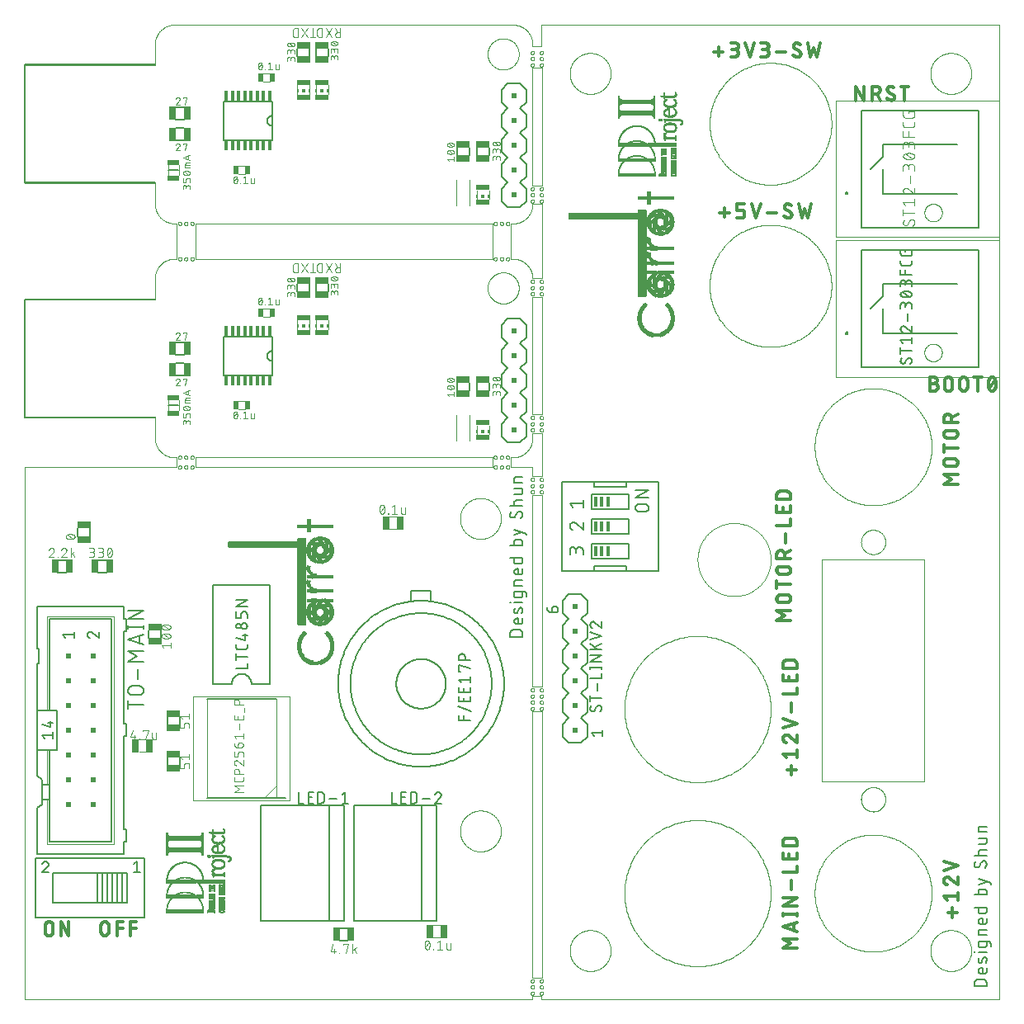
<source format=gto>
G04 EAGLE Gerber X2 export*
%TF.Part,Single*%
%TF.FileFunction,Other,Silk top*%
%TF.FilePolarity,Positive*%
%TF.GenerationSoftware,Autodesk,EAGLE,9.4.0*%
%TF.CreationDate,2019-06-20T03:08:28Z*%
G75*
%MOMM*%
%FSLAX34Y34*%
%LPD*%
%INSilk top*%
%AMOC8*
5,1,8,0,0,1.08239X$1,22.5*%
G01*
%ADD10C,0.050000*%
%ADD11C,0.076200*%
%ADD12C,0.000000*%
%ADD13C,0.355600*%
%ADD14C,0.152400*%
%ADD15R,1.400000X0.650000*%
%ADD16R,0.650000X1.400000*%
%ADD17C,0.101600*%
%ADD18R,0.750100X1.450100*%
%ADD19C,0.127000*%
%ADD20C,0.100000*%
%ADD21C,0.200000*%
%ADD22C,0.050800*%
%ADD23R,0.508000X0.508000*%
%ADD24C,0.177800*%
%ADD25R,0.381000X1.016000*%
%ADD26R,0.304800X1.104900*%
%ADD27C,0.203200*%
%ADD28R,0.150000X0.300000*%
%ADD29R,0.300000X0.300000*%
%ADD30R,1.350000X0.600000*%
%ADD31R,0.500100X0.950000*%
%ADD32R,1.300000X0.593600*%
%ADD33R,1.300000X0.583200*%
%ADD34R,0.018000X0.360000*%
%ADD35R,0.018000X0.684000*%
%ADD36R,0.018000X0.180000*%
%ADD37R,0.018000X0.216000*%
%ADD38R,0.018000X0.900000*%
%ADD39R,0.018000X0.486000*%
%ADD40R,0.018000X0.522000*%
%ADD41R,0.018000X1.062000*%
%ADD42R,0.018000X0.666000*%
%ADD43R,0.018000X0.702000*%
%ADD44R,0.018000X1.188000*%
%ADD45R,0.018000X0.792000*%
%ADD46R,0.018000X0.846000*%
%ADD47R,0.018000X1.332000*%
%ADD48R,0.018000X0.882000*%
%ADD49R,0.018000X0.342000*%
%ADD50R,0.018000X0.954000*%
%ADD51R,0.018000X0.324000*%
%ADD52R,0.018000X1.440000*%
%ADD53R,0.018000X0.990000*%
%ADD54R,0.018000X0.378000*%
%ADD55R,0.018000X0.396000*%
%ADD56R,0.018000X1.044000*%
%ADD57R,0.018000X1.530000*%
%ADD58R,0.018000X1.080000*%
%ADD59R,0.018000X1.134000*%
%ADD60R,0.018000X1.620000*%
%ADD61R,0.018000X1.170000*%
%ADD62R,0.018000X1.206000*%
%ADD63R,0.018000X1.710000*%
%ADD64R,0.018000X1.224000*%
%ADD65R,0.018000X1.296000*%
%ADD66R,0.018000X1.782000*%
%ADD67R,0.018000X1.368000*%
%ADD68R,0.018000X1.872000*%
%ADD69R,0.018000X1.350000*%
%ADD70R,0.018000X1.422000*%
%ADD71R,0.018000X1.944000*%
%ADD72R,0.018000X1.476000*%
%ADD73R,0.018000X2.016000*%
%ADD74R,0.018000X1.458000*%
%ADD75R,0.018000X2.070000*%
%ADD76R,0.018000X1.584000*%
%ADD77R,0.018000X2.142000*%
%ADD78R,0.018000X1.566000*%
%ADD79R,0.018000X2.178000*%
%ADD80R,0.018000X1.602000*%
%ADD81R,0.018000X1.674000*%
%ADD82R,0.018000X2.250000*%
%ADD83R,0.018000X1.728000*%
%ADD84R,0.018000X2.286000*%
%ADD85R,0.018000X1.764000*%
%ADD86R,0.018000X2.358000*%
%ADD87R,0.018000X1.746000*%
%ADD88R,0.018000X1.800000*%
%ADD89R,0.018000X2.394000*%
%ADD90R,0.018000X1.836000*%
%ADD91R,0.018000X1.008000*%
%ADD92R,0.018000X0.810000*%
%ADD93R,0.018000X0.936000*%
%ADD94R,0.018000X0.630000*%
%ADD95R,0.018000X0.738000*%
%ADD96R,0.018000X0.864000*%
%ADD97R,0.018000X0.828000*%
%ADD98R,0.018000X1.098000*%
%ADD99R,0.018000X0.594000*%
%ADD100R,0.018000X1.116000*%
%ADD101R,0.018000X0.558000*%
%ADD102R,0.018000X0.648000*%
%ADD103R,0.018000X0.774000*%
%ADD104R,0.018000X0.612000*%
%ADD105R,0.018000X0.756000*%
%ADD106R,0.018000X0.576000*%
%ADD107R,0.018000X0.468000*%
%ADD108R,0.018000X0.504000*%
%ADD109R,0.018000X0.720000*%
%ADD110R,0.018000X0.450000*%
%ADD111R,0.018000X0.432000*%
%ADD112R,0.018000X0.540000*%
%ADD113R,0.018000X0.414000*%
%ADD114R,0.018000X1.512000*%
%ADD115R,0.018000X1.548000*%
%ADD116R,0.018000X1.638000*%
%ADD117R,0.018000X1.656000*%
%ADD118R,0.018000X1.692000*%
%ADD119R,0.018000X0.288000*%
%ADD120R,0.018000X2.088000*%
%ADD121R,0.018000X2.520000*%
%ADD122R,0.018000X2.106000*%
%ADD123R,0.018000X2.538000*%
%ADD124R,0.018000X0.234000*%
%ADD125R,0.018000X2.124000*%
%ADD126R,0.018000X0.198000*%
%ADD127R,0.018000X0.162000*%
%ADD128R,0.018000X0.108000*%
%ADD129R,0.018000X0.072000*%
%ADD130R,0.018000X0.036000*%
%ADD131R,0.018000X1.026000*%
%ADD132R,0.018000X0.972000*%
%ADD133R,0.018000X1.494000*%
%ADD134R,0.018000X2.160000*%
%ADD135R,0.018000X2.682000*%
%ADD136R,0.018000X2.664000*%
%ADD137R,0.018000X2.556000*%
%ADD138R,0.018000X2.646000*%
%ADD139R,0.018000X2.502000*%
%ADD140R,0.018000X1.890000*%
%ADD141R,0.018000X1.854000*%
%ADD142R,0.018000X1.818000*%
%ADD143R,0.018000X0.054000*%
%ADD144R,0.018000X0.126000*%
%ADD145R,0.018000X1.386000*%
%ADD146R,0.018000X1.314000*%
%ADD147R,0.018000X1.278000*%
%ADD148R,0.018000X8.766000*%
%ADD149R,0.018000X8.856000*%
%ADD150R,0.018000X8.910000*%
%ADD151R,0.018000X8.946000*%
%ADD152R,0.018000X8.964000*%
%ADD153R,0.018000X8.982000*%
%ADD154R,0.018000X9.018000*%
%ADD155R,0.018000X2.322000*%
%ADD156R,0.018000X2.268000*%
%ADD157R,0.018000X2.214000*%
%ADD158R,0.018000X2.034000*%
%ADD159R,0.018000X1.980000*%
%ADD160R,0.018000X1.908000*%
%ADD161R,0.018000X8.838000*%
%ADD162R,0.018000X0.918000*%
%ADD163C,0.001000*%


D10*
X153350Y1000008D02*
X152867Y1000002D01*
X152384Y999985D01*
X151902Y999955D01*
X151420Y999915D01*
X150940Y999862D01*
X150461Y999798D01*
X149983Y999723D01*
X149508Y999635D01*
X149035Y999537D01*
X148564Y999427D01*
X148096Y999306D01*
X147632Y999173D01*
X147170Y999029D01*
X146712Y998874D01*
X146258Y998708D01*
X145809Y998532D01*
X145363Y998344D01*
X144922Y998146D01*
X144487Y997937D01*
X144056Y997717D01*
X143631Y997488D01*
X143211Y997248D01*
X142798Y996998D01*
X142390Y996738D01*
X141989Y996468D01*
X141595Y996189D01*
X141207Y995900D01*
X140827Y995602D01*
X140453Y995295D01*
X140088Y994979D01*
X139730Y994654D01*
X139380Y994320D01*
X139038Y993979D01*
X138705Y993629D01*
X138380Y993271D01*
X138064Y992905D01*
X137757Y992532D01*
X137459Y992152D01*
X137170Y991764D01*
X136891Y991370D01*
X136621Y990969D01*
X136361Y990561D01*
X136111Y990148D01*
X135871Y989728D01*
X135641Y989303D01*
X135422Y988872D01*
X135213Y988436D01*
X135014Y987996D01*
X134827Y987550D01*
X134650Y987101D01*
X134484Y986647D01*
X134329Y986189D01*
X134185Y985727D01*
X134053Y985263D01*
X133931Y984795D01*
X133821Y984324D01*
X133723Y983851D01*
X133636Y983376D01*
X133560Y982898D01*
X133496Y982419D01*
X133443Y981939D01*
X133403Y981457D01*
X133373Y980975D01*
X133356Y980492D01*
X133350Y980008D01*
X500700Y1000000D02*
X501191Y999994D01*
X501682Y999976D01*
X502172Y999946D01*
X502661Y999904D01*
X503148Y999850D01*
X503635Y999784D01*
X504119Y999706D01*
X504602Y999616D01*
X505082Y999514D01*
X505560Y999401D01*
X506034Y999276D01*
X506505Y999139D01*
X506973Y998991D01*
X507438Y998831D01*
X507898Y998660D01*
X508353Y998478D01*
X508804Y998284D01*
X509251Y998080D01*
X509692Y997865D01*
X510127Y997639D01*
X510557Y997402D01*
X510981Y997155D01*
X511399Y996898D01*
X511811Y996630D01*
X512215Y996352D01*
X512613Y996065D01*
X513004Y995768D01*
X513387Y995461D01*
X513763Y995145D01*
X514130Y994820D01*
X514490Y994486D01*
X514841Y994143D01*
X515184Y993792D01*
X515518Y993432D01*
X515843Y993065D01*
X516159Y992689D01*
X516466Y992306D01*
X516763Y991915D01*
X517051Y991518D01*
X517328Y991113D01*
X517596Y990701D01*
X517854Y990284D01*
X518101Y989860D01*
X518338Y989430D01*
X518564Y988994D01*
X518779Y988553D01*
X518983Y988107D01*
X519177Y987656D01*
X519359Y987200D01*
X519530Y986740D01*
X519690Y986276D01*
X519838Y985808D01*
X519975Y985337D01*
X520100Y984862D01*
X520213Y984385D01*
X520315Y983904D01*
X520405Y983422D01*
X520483Y982937D01*
X520549Y982451D01*
X520603Y981963D01*
X520646Y981474D01*
X520676Y980984D01*
X520694Y980494D01*
X520700Y980003D01*
X153374Y796131D02*
X152883Y796137D01*
X152392Y796155D01*
X151902Y796185D01*
X151413Y796227D01*
X150925Y796281D01*
X150439Y796347D01*
X149954Y796425D01*
X149472Y796515D01*
X148991Y796616D01*
X148514Y796730D01*
X148039Y796855D01*
X147568Y796991D01*
X147100Y797140D01*
X146636Y797299D01*
X146175Y797470D01*
X145720Y797652D01*
X145269Y797846D01*
X144822Y798050D01*
X144381Y798265D01*
X143945Y798491D01*
X143515Y798728D01*
X143091Y798975D01*
X142673Y799233D01*
X142262Y799500D01*
X141857Y799778D01*
X141459Y800065D01*
X141068Y800362D01*
X140685Y800669D01*
X140309Y800985D01*
X139942Y801310D01*
X139582Y801644D01*
X139231Y801987D01*
X138888Y802338D01*
X138554Y802698D01*
X138228Y803066D01*
X137912Y803441D01*
X137606Y803824D01*
X137308Y804215D01*
X137021Y804613D01*
X136743Y805017D01*
X136475Y805429D01*
X136218Y805847D01*
X135971Y806271D01*
X135734Y806701D01*
X135508Y807136D01*
X135292Y807578D01*
X135088Y808024D01*
X134894Y808475D01*
X134712Y808931D01*
X134541Y809391D01*
X134381Y809855D01*
X134233Y810323D01*
X134096Y810794D01*
X133971Y811269D01*
X133858Y811746D01*
X133756Y812227D01*
X133666Y812709D01*
X133588Y813194D01*
X133522Y813680D01*
X133468Y814168D01*
X133425Y814657D01*
X133395Y815147D01*
X133377Y815638D01*
X133371Y816128D01*
X153350Y759924D02*
X152867Y759918D01*
X152384Y759901D01*
X151901Y759871D01*
X151420Y759831D01*
X150939Y759778D01*
X150460Y759714D01*
X149983Y759639D01*
X149507Y759551D01*
X149034Y759453D01*
X148564Y759343D01*
X148096Y759222D01*
X147631Y759089D01*
X147170Y758945D01*
X146712Y758790D01*
X146258Y758624D01*
X145808Y758447D01*
X145363Y758260D01*
X144922Y758061D01*
X144486Y757853D01*
X144056Y757633D01*
X143630Y757403D01*
X143211Y757163D01*
X142797Y756913D01*
X142390Y756653D01*
X141989Y756384D01*
X141594Y756104D01*
X141207Y755816D01*
X140826Y755517D01*
X140453Y755210D01*
X140088Y754894D01*
X139730Y754569D01*
X139380Y754236D01*
X139038Y753894D01*
X138705Y753544D01*
X138380Y753186D01*
X138064Y752821D01*
X137757Y752448D01*
X137458Y752067D01*
X137170Y751680D01*
X136890Y751285D01*
X136621Y750884D01*
X136361Y750477D01*
X136111Y750063D01*
X135871Y749644D01*
X135641Y749218D01*
X135421Y748788D01*
X135213Y748352D01*
X135014Y747911D01*
X134827Y747466D01*
X134650Y747016D01*
X134484Y746562D01*
X134329Y746104D01*
X134185Y745643D01*
X134052Y745178D01*
X133931Y744710D01*
X133821Y744240D01*
X133723Y743767D01*
X133635Y743291D01*
X133560Y742814D01*
X133496Y742335D01*
X133443Y741854D01*
X133403Y741373D01*
X133373Y740890D01*
X133356Y740407D01*
X133350Y739924D01*
X133350Y576100D02*
X133356Y575617D01*
X133373Y575134D01*
X133403Y574651D01*
X133443Y574170D01*
X133496Y573689D01*
X133560Y573210D01*
X133635Y572733D01*
X133723Y572257D01*
X133821Y571784D01*
X133931Y571314D01*
X134052Y570846D01*
X134185Y570381D01*
X134329Y569920D01*
X134484Y569462D01*
X134650Y569008D01*
X134827Y568558D01*
X135014Y568113D01*
X135213Y567672D01*
X135421Y567236D01*
X135641Y566806D01*
X135871Y566380D01*
X136111Y565961D01*
X136361Y565547D01*
X136621Y565140D01*
X136890Y564739D01*
X137170Y564344D01*
X137458Y563957D01*
X137757Y563576D01*
X138064Y563203D01*
X138380Y562838D01*
X138705Y562480D01*
X139038Y562130D01*
X139380Y561788D01*
X139730Y561455D01*
X140088Y561130D01*
X140453Y560814D01*
X140826Y560507D01*
X141207Y560208D01*
X141594Y559920D01*
X141989Y559640D01*
X142390Y559371D01*
X142797Y559111D01*
X143211Y558861D01*
X143630Y558621D01*
X144056Y558391D01*
X144486Y558171D01*
X144922Y557963D01*
X145363Y557764D01*
X145808Y557577D01*
X146258Y557400D01*
X146712Y557234D01*
X147170Y557079D01*
X147631Y556935D01*
X148096Y556802D01*
X148564Y556681D01*
X149034Y556571D01*
X149507Y556473D01*
X149983Y556385D01*
X150460Y556310D01*
X150939Y556246D01*
X151420Y556193D01*
X151901Y556153D01*
X152384Y556123D01*
X152867Y556106D01*
X153350Y556100D01*
X817819Y451241D02*
X817819Y223241D01*
X922819Y223241D02*
X922819Y451241D01*
X520700Y0D02*
X0Y0D01*
X520700Y0D02*
X520700Y3175D01*
X155575Y546100D02*
X0Y546100D01*
X0Y0D01*
X153350Y556100D02*
X152867Y556106D01*
X152384Y556123D01*
X151901Y556153D01*
X151420Y556193D01*
X150939Y556246D01*
X150460Y556310D01*
X149983Y556385D01*
X149507Y556473D01*
X149034Y556571D01*
X148564Y556681D01*
X148096Y556802D01*
X147631Y556935D01*
X147170Y557079D01*
X146712Y557234D01*
X146258Y557400D01*
X145808Y557577D01*
X145363Y557764D01*
X144922Y557963D01*
X144486Y558171D01*
X144056Y558391D01*
X143630Y558621D01*
X143211Y558861D01*
X142797Y559111D01*
X142390Y559371D01*
X141989Y559640D01*
X141594Y559920D01*
X141207Y560208D01*
X140826Y560507D01*
X140453Y560814D01*
X140088Y561130D01*
X139730Y561455D01*
X139380Y561788D01*
X139038Y562130D01*
X138705Y562480D01*
X138380Y562838D01*
X138064Y563203D01*
X137757Y563576D01*
X137458Y563957D01*
X137170Y564344D01*
X136890Y564739D01*
X136621Y565140D01*
X136361Y565547D01*
X136111Y565961D01*
X135871Y566380D01*
X135641Y566806D01*
X135421Y567236D01*
X135213Y567672D01*
X135014Y568113D01*
X134827Y568558D01*
X134650Y569008D01*
X134484Y569462D01*
X134329Y569920D01*
X134185Y570381D01*
X134052Y570846D01*
X133931Y571314D01*
X133821Y571784D01*
X133723Y572257D01*
X133635Y572733D01*
X133560Y573210D01*
X133496Y573689D01*
X133443Y574170D01*
X133403Y574651D01*
X133373Y575134D01*
X133356Y575617D01*
X133350Y576100D01*
X133350Y739924D02*
X133356Y740407D01*
X133373Y740890D01*
X133403Y741373D01*
X133443Y741854D01*
X133496Y742335D01*
X133560Y742814D01*
X133635Y743291D01*
X133723Y743767D01*
X133821Y744240D01*
X133931Y744710D01*
X134052Y745178D01*
X134185Y745643D01*
X134329Y746104D01*
X134484Y746562D01*
X134650Y747016D01*
X134827Y747466D01*
X135014Y747911D01*
X135213Y748352D01*
X135421Y748788D01*
X135641Y749218D01*
X135871Y749644D01*
X136111Y750063D01*
X136361Y750477D01*
X136621Y750884D01*
X136890Y751285D01*
X137170Y751680D01*
X137458Y752067D01*
X137757Y752448D01*
X138064Y752821D01*
X138380Y753186D01*
X138705Y753544D01*
X139038Y753894D01*
X139380Y754236D01*
X139730Y754569D01*
X140088Y754894D01*
X140453Y755210D01*
X140826Y755517D01*
X141207Y755816D01*
X141594Y756104D01*
X141989Y756384D01*
X142390Y756653D01*
X142797Y756913D01*
X143211Y757163D01*
X143630Y757403D01*
X144056Y757633D01*
X144486Y757853D01*
X144922Y758061D01*
X145363Y758260D01*
X145808Y758447D01*
X146258Y758624D01*
X146712Y758790D01*
X147170Y758945D01*
X147631Y759089D01*
X148096Y759222D01*
X148564Y759343D01*
X149034Y759453D01*
X149507Y759551D01*
X149983Y759639D01*
X150460Y759714D01*
X150939Y759778D01*
X151420Y759831D01*
X151901Y759871D01*
X152384Y759901D01*
X152867Y759918D01*
X153350Y759924D01*
X0Y837771D02*
X0Y958421D01*
X133371Y816128D02*
X133377Y815638D01*
X133395Y815147D01*
X133425Y814657D01*
X133468Y814168D01*
X133522Y813680D01*
X133588Y813194D01*
X133666Y812709D01*
X133756Y812227D01*
X133858Y811746D01*
X133971Y811269D01*
X134096Y810794D01*
X134233Y810323D01*
X134381Y809855D01*
X134541Y809391D01*
X134712Y808931D01*
X134894Y808475D01*
X135088Y808024D01*
X135292Y807578D01*
X135508Y807136D01*
X135734Y806701D01*
X135971Y806271D01*
X136218Y805847D01*
X136475Y805429D01*
X136743Y805017D01*
X137021Y804613D01*
X137308Y804215D01*
X137606Y803824D01*
X137912Y803441D01*
X138228Y803066D01*
X138554Y802698D01*
X138888Y802338D01*
X139231Y801987D01*
X139582Y801644D01*
X139942Y801310D01*
X140309Y800985D01*
X140685Y800669D01*
X141068Y800362D01*
X141459Y800065D01*
X141857Y799778D01*
X142262Y799500D01*
X142673Y799233D01*
X143091Y798975D01*
X143515Y798728D01*
X143945Y798491D01*
X144381Y798265D01*
X144822Y798050D01*
X145269Y797846D01*
X145720Y797652D01*
X146175Y797470D01*
X146636Y797299D01*
X147100Y797140D01*
X147568Y796991D01*
X148039Y796855D01*
X148514Y796730D01*
X148991Y796616D01*
X149472Y796515D01*
X149954Y796425D01*
X150439Y796347D01*
X150925Y796281D01*
X151413Y796227D01*
X151902Y796185D01*
X152392Y796155D01*
X152883Y796137D01*
X153374Y796131D01*
X500700Y1000000D02*
X501191Y999994D01*
X501682Y999976D01*
X502172Y999946D01*
X502661Y999904D01*
X503148Y999850D01*
X503635Y999784D01*
X504119Y999706D01*
X504602Y999616D01*
X505082Y999514D01*
X505560Y999401D01*
X506034Y999276D01*
X506505Y999139D01*
X506973Y998991D01*
X507438Y998831D01*
X507898Y998660D01*
X508353Y998478D01*
X508804Y998284D01*
X509251Y998080D01*
X509692Y997865D01*
X510127Y997639D01*
X510557Y997402D01*
X510981Y997155D01*
X511399Y996898D01*
X511811Y996630D01*
X512215Y996352D01*
X512613Y996065D01*
X513004Y995768D01*
X513387Y995461D01*
X513763Y995145D01*
X514130Y994820D01*
X514490Y994486D01*
X514841Y994143D01*
X515184Y993792D01*
X515518Y993432D01*
X515843Y993065D01*
X516159Y992689D01*
X516466Y992306D01*
X516763Y991915D01*
X517051Y991518D01*
X517328Y991113D01*
X517596Y990701D01*
X517854Y990284D01*
X518101Y989860D01*
X518338Y989430D01*
X518564Y988994D01*
X518779Y988553D01*
X518983Y988107D01*
X519177Y987656D01*
X519359Y987200D01*
X519530Y986740D01*
X519690Y986276D01*
X519838Y985808D01*
X519975Y985337D01*
X520100Y984862D01*
X520213Y984385D01*
X520315Y983904D01*
X520405Y983422D01*
X520483Y982937D01*
X520549Y982451D01*
X520603Y981963D01*
X520646Y981474D01*
X520676Y980984D01*
X520694Y980494D01*
X520700Y980003D01*
X500700Y1000000D02*
X153350Y1000008D01*
X530000Y0D02*
X1000000Y0D01*
X1000000Y1000000D01*
X530000Y1000000D01*
X133350Y718337D02*
X0Y718337D01*
X133350Y718337D02*
X133350Y739924D01*
X133356Y740407D01*
X133373Y740890D01*
X133403Y741373D01*
X133443Y741854D01*
X133496Y742335D01*
X133560Y742814D01*
X133635Y743291D01*
X133723Y743767D01*
X133821Y744240D01*
X133931Y744710D01*
X134052Y745178D01*
X134185Y745643D01*
X134329Y746104D01*
X134484Y746562D01*
X134650Y747016D01*
X134827Y747466D01*
X135014Y747911D01*
X135213Y748352D01*
X135421Y748788D01*
X135641Y749218D01*
X135871Y749644D01*
X136111Y750063D01*
X136361Y750477D01*
X136621Y750884D01*
X136890Y751285D01*
X137170Y751680D01*
X137458Y752067D01*
X137757Y752448D01*
X138064Y752821D01*
X138380Y753186D01*
X138705Y753544D01*
X139038Y753894D01*
X139380Y754236D01*
X139730Y754569D01*
X140088Y754894D01*
X140453Y755210D01*
X140826Y755517D01*
X141207Y755816D01*
X141594Y756104D01*
X141989Y756384D01*
X142390Y756653D01*
X142797Y756913D01*
X143211Y757163D01*
X143630Y757403D01*
X144056Y757633D01*
X144486Y757853D01*
X144922Y758061D01*
X145363Y758260D01*
X145808Y758447D01*
X146258Y758624D01*
X146712Y758790D01*
X147170Y758945D01*
X147631Y759089D01*
X148096Y759222D01*
X148564Y759343D01*
X149034Y759453D01*
X149507Y759551D01*
X149983Y759639D01*
X150460Y759714D01*
X150939Y759778D01*
X151420Y759831D01*
X151901Y759871D01*
X152384Y759901D01*
X152867Y759918D01*
X153350Y759924D01*
D11*
X500700Y759925D02*
X501185Y759917D01*
X501669Y759898D01*
X502153Y759867D01*
X502637Y759824D01*
X503119Y759770D01*
X503599Y759703D01*
X504078Y759626D01*
X504555Y759537D01*
X505030Y759436D01*
X505502Y759324D01*
X505971Y759200D01*
X506437Y759065D01*
X506899Y758919D01*
X507358Y758762D01*
X507813Y758594D01*
X508264Y758415D01*
X508711Y758225D01*
X509152Y758024D01*
X509589Y757813D01*
X510020Y757591D01*
X510446Y757359D01*
X510866Y757116D01*
X511281Y756864D01*
X511689Y756601D01*
X512090Y756329D01*
X512485Y756047D01*
X512873Y755756D01*
X513254Y755455D01*
X513627Y755145D01*
X513993Y754827D01*
X514351Y754499D01*
X514701Y754163D01*
X515043Y753819D01*
X515376Y753467D01*
X515701Y753106D01*
X516017Y752738D01*
X516324Y752362D01*
X516621Y751979D01*
X516910Y751589D01*
X517189Y751192D01*
X517458Y750789D01*
X517717Y750379D01*
X517967Y749963D01*
X518206Y749541D01*
X518435Y749113D01*
X518654Y748680D01*
X518862Y748242D01*
X519059Y747799D01*
X519246Y747351D01*
X519422Y746899D01*
X519587Y746443D01*
X519740Y745983D01*
X519883Y745519D01*
X520014Y745052D01*
X520134Y744582D01*
X520243Y744109D01*
X520340Y743634D01*
X520426Y743156D01*
X520500Y742677D01*
X520562Y742196D01*
X520613Y741713D01*
X520653Y741230D01*
X520680Y740745D01*
X520696Y740261D01*
X520700Y739775D01*
D10*
X153350Y556100D02*
X152867Y556106D01*
X152384Y556123D01*
X151901Y556153D01*
X151420Y556193D01*
X150939Y556246D01*
X150460Y556310D01*
X149983Y556385D01*
X149507Y556473D01*
X149034Y556571D01*
X148564Y556681D01*
X148096Y556802D01*
X147631Y556935D01*
X147170Y557079D01*
X146712Y557234D01*
X146258Y557400D01*
X145808Y557577D01*
X145363Y557764D01*
X144922Y557963D01*
X144486Y558171D01*
X144056Y558391D01*
X143630Y558621D01*
X143211Y558861D01*
X142797Y559111D01*
X142390Y559371D01*
X141989Y559640D01*
X141594Y559920D01*
X141207Y560208D01*
X140826Y560507D01*
X140453Y560814D01*
X140088Y561130D01*
X139730Y561455D01*
X139380Y561788D01*
X139038Y562130D01*
X138705Y562480D01*
X138380Y562838D01*
X138064Y563203D01*
X137757Y563576D01*
X137458Y563957D01*
X137170Y564344D01*
X136890Y564739D01*
X136621Y565140D01*
X136361Y565547D01*
X136111Y565961D01*
X135871Y566380D01*
X135641Y566806D01*
X135421Y567236D01*
X135213Y567672D01*
X135014Y568113D01*
X134827Y568558D01*
X134650Y569008D01*
X134484Y569462D01*
X134329Y569920D01*
X134185Y570381D01*
X134052Y570846D01*
X133931Y571314D01*
X133821Y571784D01*
X133723Y572257D01*
X133635Y572733D01*
X133560Y573210D01*
X133496Y573689D01*
X133443Y574170D01*
X133403Y574651D01*
X133373Y575134D01*
X133356Y575617D01*
X133350Y576100D01*
X133350Y597687D01*
X0Y597687D01*
X0Y718337D01*
X0Y837771D02*
X133368Y837771D01*
X133371Y816129D01*
X133371Y816128D02*
X133377Y815638D01*
X133395Y815147D01*
X133425Y814657D01*
X133468Y814168D01*
X133522Y813680D01*
X133588Y813194D01*
X133666Y812709D01*
X133756Y812227D01*
X133858Y811746D01*
X133971Y811269D01*
X134096Y810794D01*
X134233Y810323D01*
X134381Y809855D01*
X134541Y809391D01*
X134712Y808931D01*
X134894Y808475D01*
X135088Y808024D01*
X135292Y807578D01*
X135508Y807136D01*
X135734Y806701D01*
X135971Y806271D01*
X136218Y805847D01*
X136475Y805429D01*
X136743Y805017D01*
X137021Y804613D01*
X137308Y804215D01*
X137606Y803824D01*
X137912Y803441D01*
X138228Y803066D01*
X138554Y802698D01*
X138888Y802338D01*
X139231Y801987D01*
X139582Y801644D01*
X139942Y801310D01*
X140309Y800985D01*
X140685Y800669D01*
X141068Y800362D01*
X141459Y800065D01*
X141857Y799778D01*
X142262Y799500D01*
X142673Y799233D01*
X143091Y798975D01*
X143515Y798728D01*
X143945Y798491D01*
X144381Y798265D01*
X144822Y798050D01*
X145269Y797846D01*
X145720Y797652D01*
X146175Y797470D01*
X146636Y797299D01*
X147100Y797140D01*
X147568Y796991D01*
X148039Y796855D01*
X148514Y796730D01*
X148991Y796616D01*
X149472Y796515D01*
X149954Y796425D01*
X150439Y796347D01*
X150925Y796281D01*
X151413Y796227D01*
X151902Y796185D01*
X152392Y796155D01*
X152883Y796137D01*
X153374Y796131D01*
D11*
X500723Y796131D02*
X501205Y796135D01*
X501686Y796151D01*
X502166Y796178D01*
X502646Y796217D01*
X503125Y796267D01*
X503602Y796329D01*
X504078Y796403D01*
X504552Y796488D01*
X505024Y796584D01*
X505493Y796692D01*
X505959Y796811D01*
X506423Y796941D01*
X506883Y797082D01*
X507339Y797235D01*
X507792Y797398D01*
X508241Y797573D01*
X508685Y797758D01*
X509125Y797954D01*
X509560Y798160D01*
X509990Y798377D01*
X510414Y798605D01*
X510833Y798842D01*
X511246Y799089D01*
X511653Y799347D01*
X512053Y799614D01*
X512447Y799891D01*
X512834Y800177D01*
X513214Y800472D01*
X513587Y800777D01*
X513953Y801090D01*
X514310Y801412D01*
X514660Y801743D01*
X515002Y802082D01*
X515335Y802429D01*
X515660Y802785D01*
X515976Y803148D01*
X516284Y803518D01*
X516582Y803896D01*
X516871Y804281D01*
X517151Y804673D01*
X517421Y805071D01*
X517682Y805476D01*
X517932Y805887D01*
X518173Y806304D01*
X518403Y806726D01*
X518624Y807154D01*
X518833Y807588D01*
X519033Y808026D01*
X519221Y808469D01*
X519399Y808916D01*
X519566Y809368D01*
X519722Y809823D01*
X519867Y810282D01*
X520001Y810745D01*
X520124Y811210D01*
X520235Y811678D01*
X520335Y812149D01*
X520424Y812623D01*
X520501Y813098D01*
X520566Y813575D01*
X520620Y814053D01*
X520663Y814532D01*
X520694Y815013D01*
X520713Y815494D01*
X520721Y815975D01*
D10*
X153350Y1000008D02*
X152867Y1000002D01*
X152384Y999985D01*
X151902Y999955D01*
X151420Y999915D01*
X150940Y999862D01*
X150461Y999798D01*
X149983Y999723D01*
X149508Y999635D01*
X149035Y999537D01*
X148564Y999427D01*
X148096Y999306D01*
X147632Y999173D01*
X147170Y999029D01*
X146712Y998874D01*
X146258Y998708D01*
X145809Y998532D01*
X145363Y998344D01*
X144922Y998146D01*
X144487Y997937D01*
X144056Y997717D01*
X143631Y997488D01*
X143211Y997248D01*
X142798Y996998D01*
X142390Y996738D01*
X141989Y996468D01*
X141595Y996189D01*
X141207Y995900D01*
X140827Y995602D01*
X140453Y995295D01*
X140088Y994979D01*
X139730Y994654D01*
X139380Y994320D01*
X139038Y993979D01*
X138705Y993629D01*
X138380Y993271D01*
X138064Y992905D01*
X137757Y992532D01*
X137459Y992152D01*
X137170Y991764D01*
X136891Y991370D01*
X136621Y990969D01*
X136361Y990561D01*
X136111Y990148D01*
X135871Y989728D01*
X135641Y989303D01*
X135422Y988872D01*
X135213Y988436D01*
X135014Y987996D01*
X134827Y987550D01*
X134650Y987101D01*
X134484Y986647D01*
X134329Y986189D01*
X134185Y985727D01*
X134053Y985263D01*
X133931Y984795D01*
X133821Y984324D01*
X133723Y983851D01*
X133636Y983376D01*
X133560Y982898D01*
X133496Y982419D01*
X133443Y981939D01*
X133403Y981457D01*
X133373Y980975D01*
X133356Y980492D01*
X133350Y980008D01*
X133350Y980009D02*
X133349Y958421D01*
X0Y958421D01*
X615119Y297835D02*
X615142Y299676D01*
X615209Y301515D01*
X615322Y303352D01*
X615480Y305186D01*
X615683Y307016D01*
X615931Y308840D01*
X616223Y310657D01*
X616560Y312467D01*
X616941Y314268D01*
X617367Y316059D01*
X617836Y317838D01*
X618348Y319606D01*
X618904Y321361D01*
X619503Y323102D01*
X620145Y324827D01*
X620828Y326536D01*
X621553Y328228D01*
X622320Y329902D01*
X623127Y331556D01*
X623975Y333190D01*
X624862Y334802D01*
X625789Y336393D01*
X626755Y337960D01*
X627759Y339503D01*
X628800Y341021D01*
X629878Y342512D01*
X630993Y343977D01*
X632143Y345414D01*
X633328Y346823D01*
X634548Y348202D01*
X635800Y349551D01*
X637086Y350868D01*
X638403Y352154D01*
X639752Y353406D01*
X641131Y354626D01*
X642540Y355811D01*
X643977Y356961D01*
X645442Y358076D01*
X646933Y359154D01*
X648451Y360195D01*
X649994Y361199D01*
X651561Y362165D01*
X653152Y363092D01*
X654764Y363979D01*
X656398Y364827D01*
X658052Y365634D01*
X659726Y366401D01*
X661418Y367126D01*
X663127Y367809D01*
X664852Y368451D01*
X666593Y369050D01*
X668348Y369606D01*
X670116Y370118D01*
X671895Y370587D01*
X673686Y371013D01*
X675487Y371394D01*
X677297Y371731D01*
X679114Y372023D01*
X680938Y372271D01*
X682768Y372474D01*
X684602Y372632D01*
X686439Y372745D01*
X688278Y372812D01*
X690119Y372835D01*
X691960Y372812D01*
X693799Y372745D01*
X695636Y372632D01*
X697470Y372474D01*
X699300Y372271D01*
X701124Y372023D01*
X702941Y371731D01*
X704751Y371394D01*
X706552Y371013D01*
X708343Y370587D01*
X710122Y370118D01*
X711890Y369606D01*
X713645Y369050D01*
X715386Y368451D01*
X717111Y367809D01*
X718820Y367126D01*
X720512Y366401D01*
X722186Y365634D01*
X723840Y364827D01*
X725474Y363979D01*
X727086Y363092D01*
X728677Y362165D01*
X730244Y361199D01*
X731787Y360195D01*
X733305Y359154D01*
X734796Y358076D01*
X736261Y356961D01*
X737698Y355811D01*
X739107Y354626D01*
X740486Y353406D01*
X741835Y352154D01*
X743152Y350868D01*
X744438Y349551D01*
X745690Y348202D01*
X746910Y346823D01*
X748095Y345414D01*
X749245Y343977D01*
X750360Y342512D01*
X751438Y341021D01*
X752479Y339503D01*
X753483Y337960D01*
X754449Y336393D01*
X755376Y334802D01*
X756263Y333190D01*
X757111Y331556D01*
X757918Y329902D01*
X758685Y328228D01*
X759410Y326536D01*
X760093Y324827D01*
X760735Y323102D01*
X761334Y321361D01*
X761890Y319606D01*
X762402Y317838D01*
X762871Y316059D01*
X763297Y314268D01*
X763678Y312467D01*
X764015Y310657D01*
X764307Y308840D01*
X764555Y307016D01*
X764758Y305186D01*
X764916Y303352D01*
X765029Y301515D01*
X765096Y299676D01*
X765119Y297835D01*
X765096Y295994D01*
X765029Y294155D01*
X764916Y292318D01*
X764758Y290484D01*
X764555Y288654D01*
X764307Y286830D01*
X764015Y285013D01*
X763678Y283203D01*
X763297Y281402D01*
X762871Y279611D01*
X762402Y277832D01*
X761890Y276064D01*
X761334Y274309D01*
X760735Y272568D01*
X760093Y270843D01*
X759410Y269134D01*
X758685Y267442D01*
X757918Y265768D01*
X757111Y264114D01*
X756263Y262480D01*
X755376Y260868D01*
X754449Y259277D01*
X753483Y257710D01*
X752479Y256167D01*
X751438Y254649D01*
X750360Y253158D01*
X749245Y251693D01*
X748095Y250256D01*
X746910Y248847D01*
X745690Y247468D01*
X744438Y246119D01*
X743152Y244802D01*
X741835Y243516D01*
X740486Y242264D01*
X739107Y241044D01*
X737698Y239859D01*
X736261Y238709D01*
X734796Y237594D01*
X733305Y236516D01*
X731787Y235475D01*
X730244Y234471D01*
X728677Y233505D01*
X727086Y232578D01*
X725474Y231691D01*
X723840Y230843D01*
X722186Y230036D01*
X720512Y229269D01*
X718820Y228544D01*
X717111Y227861D01*
X715386Y227219D01*
X713645Y226620D01*
X711890Y226064D01*
X710122Y225552D01*
X708343Y225083D01*
X706552Y224657D01*
X704751Y224276D01*
X702941Y223939D01*
X701124Y223647D01*
X699300Y223399D01*
X697470Y223196D01*
X695636Y223038D01*
X693799Y222925D01*
X691960Y222858D01*
X690119Y222835D01*
X688278Y222858D01*
X686439Y222925D01*
X684602Y223038D01*
X682768Y223196D01*
X680938Y223399D01*
X679114Y223647D01*
X677297Y223939D01*
X675487Y224276D01*
X673686Y224657D01*
X671895Y225083D01*
X670116Y225552D01*
X668348Y226064D01*
X666593Y226620D01*
X664852Y227219D01*
X663127Y227861D01*
X661418Y228544D01*
X659726Y229269D01*
X658052Y230036D01*
X656398Y230843D01*
X654764Y231691D01*
X653152Y232578D01*
X651561Y233505D01*
X649994Y234471D01*
X648451Y235475D01*
X646933Y236516D01*
X645442Y237594D01*
X643977Y238709D01*
X642540Y239859D01*
X641131Y241044D01*
X639752Y242264D01*
X638403Y243516D01*
X637086Y244802D01*
X635800Y246119D01*
X634548Y247468D01*
X633328Y248847D01*
X632143Y250256D01*
X630993Y251693D01*
X629878Y253158D01*
X628800Y254649D01*
X627759Y256167D01*
X626755Y257710D01*
X625789Y259277D01*
X624862Y260868D01*
X623975Y262480D01*
X623127Y264114D01*
X622320Y265768D01*
X621553Y267442D01*
X620828Y269134D01*
X620145Y270843D01*
X619503Y272568D01*
X618904Y274309D01*
X618348Y276064D01*
X617836Y277832D01*
X617367Y279611D01*
X616941Y281402D01*
X616560Y283203D01*
X616223Y285013D01*
X615931Y286830D01*
X615683Y288654D01*
X615480Y290484D01*
X615322Y292318D01*
X615209Y294155D01*
X615142Y295994D01*
X615119Y297835D01*
X857819Y205241D02*
X857823Y205548D01*
X857834Y205854D01*
X857853Y206161D01*
X857879Y206466D01*
X857913Y206771D01*
X857954Y207075D01*
X858003Y207378D01*
X858059Y207680D01*
X858123Y207980D01*
X858194Y208278D01*
X858272Y208575D01*
X858357Y208870D01*
X858450Y209162D01*
X858550Y209452D01*
X858657Y209740D01*
X858771Y210025D01*
X858891Y210307D01*
X859019Y210585D01*
X859154Y210861D01*
X859295Y211133D01*
X859443Y211402D01*
X859597Y211667D01*
X859758Y211928D01*
X859926Y212186D01*
X860099Y212439D01*
X860279Y212687D01*
X860465Y212931D01*
X860656Y213171D01*
X860854Y213406D01*
X861057Y213635D01*
X861266Y213860D01*
X861480Y214080D01*
X861700Y214294D01*
X861925Y214503D01*
X862154Y214706D01*
X862389Y214904D01*
X862629Y215095D01*
X862873Y215281D01*
X863121Y215461D01*
X863374Y215634D01*
X863632Y215802D01*
X863893Y215963D01*
X864158Y216117D01*
X864427Y216265D01*
X864699Y216406D01*
X864975Y216541D01*
X865253Y216669D01*
X865535Y216789D01*
X865820Y216903D01*
X866108Y217010D01*
X866398Y217110D01*
X866690Y217203D01*
X866985Y217288D01*
X867282Y217366D01*
X867580Y217437D01*
X867880Y217501D01*
X868182Y217557D01*
X868485Y217606D01*
X868789Y217647D01*
X869094Y217681D01*
X869399Y217707D01*
X869706Y217726D01*
X870012Y217737D01*
X870319Y217741D01*
X870626Y217737D01*
X870932Y217726D01*
X871239Y217707D01*
X871544Y217681D01*
X871849Y217647D01*
X872153Y217606D01*
X872456Y217557D01*
X872758Y217501D01*
X873058Y217437D01*
X873356Y217366D01*
X873653Y217288D01*
X873948Y217203D01*
X874240Y217110D01*
X874530Y217010D01*
X874818Y216903D01*
X875103Y216789D01*
X875385Y216669D01*
X875663Y216541D01*
X875939Y216406D01*
X876211Y216265D01*
X876480Y216117D01*
X876745Y215963D01*
X877006Y215802D01*
X877264Y215634D01*
X877517Y215461D01*
X877765Y215281D01*
X878009Y215095D01*
X878249Y214904D01*
X878484Y214706D01*
X878713Y214503D01*
X878938Y214294D01*
X879158Y214080D01*
X879372Y213860D01*
X879581Y213635D01*
X879784Y213406D01*
X879982Y213171D01*
X880173Y212931D01*
X880359Y212687D01*
X880539Y212439D01*
X880712Y212186D01*
X880880Y211928D01*
X881041Y211667D01*
X881195Y211402D01*
X881343Y211133D01*
X881484Y210861D01*
X881619Y210585D01*
X881747Y210307D01*
X881867Y210025D01*
X881981Y209740D01*
X882088Y209452D01*
X882188Y209162D01*
X882281Y208870D01*
X882366Y208575D01*
X882444Y208278D01*
X882515Y207980D01*
X882579Y207680D01*
X882635Y207378D01*
X882684Y207075D01*
X882725Y206771D01*
X882759Y206466D01*
X882785Y206161D01*
X882804Y205854D01*
X882815Y205548D01*
X882819Y205241D01*
X882815Y204934D01*
X882804Y204628D01*
X882785Y204321D01*
X882759Y204016D01*
X882725Y203711D01*
X882684Y203407D01*
X882635Y203104D01*
X882579Y202802D01*
X882515Y202502D01*
X882444Y202204D01*
X882366Y201907D01*
X882281Y201612D01*
X882188Y201320D01*
X882088Y201030D01*
X881981Y200742D01*
X881867Y200457D01*
X881747Y200175D01*
X881619Y199897D01*
X881484Y199621D01*
X881343Y199349D01*
X881195Y199080D01*
X881041Y198815D01*
X880880Y198554D01*
X880712Y198296D01*
X880539Y198043D01*
X880359Y197795D01*
X880173Y197551D01*
X879982Y197311D01*
X879784Y197076D01*
X879581Y196847D01*
X879372Y196622D01*
X879158Y196402D01*
X878938Y196188D01*
X878713Y195979D01*
X878484Y195776D01*
X878249Y195578D01*
X878009Y195387D01*
X877765Y195201D01*
X877517Y195021D01*
X877264Y194848D01*
X877006Y194680D01*
X876745Y194519D01*
X876480Y194365D01*
X876211Y194217D01*
X875939Y194076D01*
X875663Y193941D01*
X875385Y193813D01*
X875103Y193693D01*
X874818Y193579D01*
X874530Y193472D01*
X874240Y193372D01*
X873948Y193279D01*
X873653Y193194D01*
X873356Y193116D01*
X873058Y193045D01*
X872758Y192981D01*
X872456Y192925D01*
X872153Y192876D01*
X871849Y192835D01*
X871544Y192801D01*
X871239Y192775D01*
X870932Y192756D01*
X870626Y192745D01*
X870319Y192741D01*
X870012Y192745D01*
X869706Y192756D01*
X869399Y192775D01*
X869094Y192801D01*
X868789Y192835D01*
X868485Y192876D01*
X868182Y192925D01*
X867880Y192981D01*
X867580Y193045D01*
X867282Y193116D01*
X866985Y193194D01*
X866690Y193279D01*
X866398Y193372D01*
X866108Y193472D01*
X865820Y193579D01*
X865535Y193693D01*
X865253Y193813D01*
X864975Y193941D01*
X864699Y194076D01*
X864427Y194217D01*
X864158Y194365D01*
X863893Y194519D01*
X863632Y194680D01*
X863374Y194848D01*
X863121Y195021D01*
X862873Y195201D01*
X862629Y195387D01*
X862389Y195578D01*
X862154Y195776D01*
X861925Y195979D01*
X861700Y196188D01*
X861480Y196402D01*
X861266Y196622D01*
X861057Y196847D01*
X860854Y197076D01*
X860656Y197311D01*
X860465Y197551D01*
X860279Y197795D01*
X860099Y198043D01*
X859926Y198296D01*
X859758Y198554D01*
X859597Y198815D01*
X859443Y199080D01*
X859295Y199349D01*
X859154Y199621D01*
X859019Y199897D01*
X858891Y200175D01*
X858771Y200457D01*
X858657Y200742D01*
X858550Y201030D01*
X858450Y201320D01*
X858357Y201612D01*
X858272Y201907D01*
X858194Y202204D01*
X858123Y202502D01*
X858059Y202802D01*
X858003Y203104D01*
X857954Y203407D01*
X857913Y203711D01*
X857879Y204016D01*
X857853Y204321D01*
X857834Y204628D01*
X857823Y204934D01*
X857819Y205241D01*
X615119Y108941D02*
X615142Y110782D01*
X615209Y112621D01*
X615322Y114458D01*
X615480Y116292D01*
X615683Y118122D01*
X615931Y119946D01*
X616223Y121763D01*
X616560Y123573D01*
X616941Y125374D01*
X617367Y127165D01*
X617836Y128944D01*
X618348Y130712D01*
X618904Y132467D01*
X619503Y134208D01*
X620145Y135933D01*
X620828Y137642D01*
X621553Y139334D01*
X622320Y141008D01*
X623127Y142662D01*
X623975Y144296D01*
X624862Y145908D01*
X625789Y147499D01*
X626755Y149066D01*
X627759Y150609D01*
X628800Y152127D01*
X629878Y153618D01*
X630993Y155083D01*
X632143Y156520D01*
X633328Y157929D01*
X634548Y159308D01*
X635800Y160657D01*
X637086Y161974D01*
X638403Y163260D01*
X639752Y164512D01*
X641131Y165732D01*
X642540Y166917D01*
X643977Y168067D01*
X645442Y169182D01*
X646933Y170260D01*
X648451Y171301D01*
X649994Y172305D01*
X651561Y173271D01*
X653152Y174198D01*
X654764Y175085D01*
X656398Y175933D01*
X658052Y176740D01*
X659726Y177507D01*
X661418Y178232D01*
X663127Y178915D01*
X664852Y179557D01*
X666593Y180156D01*
X668348Y180712D01*
X670116Y181224D01*
X671895Y181693D01*
X673686Y182119D01*
X675487Y182500D01*
X677297Y182837D01*
X679114Y183129D01*
X680938Y183377D01*
X682768Y183580D01*
X684602Y183738D01*
X686439Y183851D01*
X688278Y183918D01*
X690119Y183941D01*
X691960Y183918D01*
X693799Y183851D01*
X695636Y183738D01*
X697470Y183580D01*
X699300Y183377D01*
X701124Y183129D01*
X702941Y182837D01*
X704751Y182500D01*
X706552Y182119D01*
X708343Y181693D01*
X710122Y181224D01*
X711890Y180712D01*
X713645Y180156D01*
X715386Y179557D01*
X717111Y178915D01*
X718820Y178232D01*
X720512Y177507D01*
X722186Y176740D01*
X723840Y175933D01*
X725474Y175085D01*
X727086Y174198D01*
X728677Y173271D01*
X730244Y172305D01*
X731787Y171301D01*
X733305Y170260D01*
X734796Y169182D01*
X736261Y168067D01*
X737698Y166917D01*
X739107Y165732D01*
X740486Y164512D01*
X741835Y163260D01*
X743152Y161974D01*
X744438Y160657D01*
X745690Y159308D01*
X746910Y157929D01*
X748095Y156520D01*
X749245Y155083D01*
X750360Y153618D01*
X751438Y152127D01*
X752479Y150609D01*
X753483Y149066D01*
X754449Y147499D01*
X755376Y145908D01*
X756263Y144296D01*
X757111Y142662D01*
X757918Y141008D01*
X758685Y139334D01*
X759410Y137642D01*
X760093Y135933D01*
X760735Y134208D01*
X761334Y132467D01*
X761890Y130712D01*
X762402Y128944D01*
X762871Y127165D01*
X763297Y125374D01*
X763678Y123573D01*
X764015Y121763D01*
X764307Y119946D01*
X764555Y118122D01*
X764758Y116292D01*
X764916Y114458D01*
X765029Y112621D01*
X765096Y110782D01*
X765119Y108941D01*
X765096Y107100D01*
X765029Y105261D01*
X764916Y103424D01*
X764758Y101590D01*
X764555Y99760D01*
X764307Y97936D01*
X764015Y96119D01*
X763678Y94309D01*
X763297Y92508D01*
X762871Y90717D01*
X762402Y88938D01*
X761890Y87170D01*
X761334Y85415D01*
X760735Y83674D01*
X760093Y81949D01*
X759410Y80240D01*
X758685Y78548D01*
X757918Y76874D01*
X757111Y75220D01*
X756263Y73586D01*
X755376Y71974D01*
X754449Y70383D01*
X753483Y68816D01*
X752479Y67273D01*
X751438Y65755D01*
X750360Y64264D01*
X749245Y62799D01*
X748095Y61362D01*
X746910Y59953D01*
X745690Y58574D01*
X744438Y57225D01*
X743152Y55908D01*
X741835Y54622D01*
X740486Y53370D01*
X739107Y52150D01*
X737698Y50965D01*
X736261Y49815D01*
X734796Y48700D01*
X733305Y47622D01*
X731787Y46581D01*
X730244Y45577D01*
X728677Y44611D01*
X727086Y43684D01*
X725474Y42797D01*
X723840Y41949D01*
X722186Y41142D01*
X720512Y40375D01*
X718820Y39650D01*
X717111Y38967D01*
X715386Y38325D01*
X713645Y37726D01*
X711890Y37170D01*
X710122Y36658D01*
X708343Y36189D01*
X706552Y35763D01*
X704751Y35382D01*
X702941Y35045D01*
X701124Y34753D01*
X699300Y34505D01*
X697470Y34302D01*
X695636Y34144D01*
X693799Y34031D01*
X691960Y33964D01*
X690119Y33941D01*
X688278Y33964D01*
X686439Y34031D01*
X684602Y34144D01*
X682768Y34302D01*
X680938Y34505D01*
X679114Y34753D01*
X677297Y35045D01*
X675487Y35382D01*
X673686Y35763D01*
X671895Y36189D01*
X670116Y36658D01*
X668348Y37170D01*
X666593Y37726D01*
X664852Y38325D01*
X663127Y38967D01*
X661418Y39650D01*
X659726Y40375D01*
X658052Y41142D01*
X656398Y41949D01*
X654764Y42797D01*
X653152Y43684D01*
X651561Y44611D01*
X649994Y45577D01*
X648451Y46581D01*
X646933Y47622D01*
X645442Y48700D01*
X643977Y49815D01*
X642540Y50965D01*
X641131Y52150D01*
X639752Y53370D01*
X638403Y54622D01*
X637086Y55908D01*
X635800Y57225D01*
X634548Y58574D01*
X633328Y59953D01*
X632143Y61362D01*
X630993Y62799D01*
X629878Y64264D01*
X628800Y65755D01*
X627759Y67273D01*
X626755Y68816D01*
X625789Y70383D01*
X624862Y71974D01*
X623975Y73586D01*
X623127Y75220D01*
X622320Y76874D01*
X621553Y78548D01*
X620828Y80240D01*
X620145Y81949D01*
X619503Y83674D01*
X618904Y85415D01*
X618348Y87170D01*
X617836Y88938D01*
X617367Y90717D01*
X616941Y92508D01*
X616560Y94309D01*
X616223Y96119D01*
X615931Y97936D01*
X615683Y99760D01*
X615480Y101590D01*
X615322Y103424D01*
X615209Y105261D01*
X615142Y107100D01*
X615119Y108941D01*
X929000Y50000D02*
X929006Y50515D01*
X929025Y51030D01*
X929057Y51545D01*
X929101Y52058D01*
X929158Y52571D01*
X929227Y53081D01*
X929309Y53590D01*
X929404Y54097D01*
X929510Y54601D01*
X929629Y55103D01*
X929761Y55601D01*
X929904Y56096D01*
X930060Y56587D01*
X930228Y57075D01*
X930407Y57558D01*
X930599Y58036D01*
X930802Y58510D01*
X931016Y58979D01*
X931242Y59442D01*
X931480Y59899D01*
X931728Y60351D01*
X931988Y60796D01*
X932258Y61235D01*
X932539Y61667D01*
X932831Y62092D01*
X933133Y62510D01*
X933445Y62920D01*
X933767Y63322D01*
X934099Y63717D01*
X934440Y64103D01*
X934791Y64480D01*
X935151Y64849D01*
X935520Y65209D01*
X935897Y65560D01*
X936283Y65901D01*
X936678Y66233D01*
X937080Y66555D01*
X937490Y66867D01*
X937908Y67169D01*
X938333Y67461D01*
X938765Y67742D01*
X939204Y68012D01*
X939649Y68272D01*
X940101Y68520D01*
X940558Y68758D01*
X941021Y68984D01*
X941490Y69198D01*
X941964Y69401D01*
X942442Y69593D01*
X942925Y69772D01*
X943413Y69940D01*
X943904Y70096D01*
X944399Y70239D01*
X944897Y70371D01*
X945399Y70490D01*
X945903Y70596D01*
X946410Y70691D01*
X946919Y70773D01*
X947429Y70842D01*
X947942Y70899D01*
X948455Y70943D01*
X948970Y70975D01*
X949485Y70994D01*
X950000Y71000D01*
X950515Y70994D01*
X951030Y70975D01*
X951545Y70943D01*
X952058Y70899D01*
X952571Y70842D01*
X953081Y70773D01*
X953590Y70691D01*
X954097Y70596D01*
X954601Y70490D01*
X955103Y70371D01*
X955601Y70239D01*
X956096Y70096D01*
X956587Y69940D01*
X957075Y69772D01*
X957558Y69593D01*
X958036Y69401D01*
X958510Y69198D01*
X958979Y68984D01*
X959442Y68758D01*
X959899Y68520D01*
X960351Y68272D01*
X960796Y68012D01*
X961235Y67742D01*
X961667Y67461D01*
X962092Y67169D01*
X962510Y66867D01*
X962920Y66555D01*
X963322Y66233D01*
X963717Y65901D01*
X964103Y65560D01*
X964480Y65209D01*
X964849Y64849D01*
X965209Y64480D01*
X965560Y64103D01*
X965901Y63717D01*
X966233Y63322D01*
X966555Y62920D01*
X966867Y62510D01*
X967169Y62092D01*
X967461Y61667D01*
X967742Y61235D01*
X968012Y60796D01*
X968272Y60351D01*
X968520Y59899D01*
X968758Y59442D01*
X968984Y58979D01*
X969198Y58510D01*
X969401Y58036D01*
X969593Y57558D01*
X969772Y57075D01*
X969940Y56587D01*
X970096Y56096D01*
X970239Y55601D01*
X970371Y55103D01*
X970490Y54601D01*
X970596Y54097D01*
X970691Y53590D01*
X970773Y53081D01*
X970842Y52571D01*
X970899Y52058D01*
X970943Y51545D01*
X970975Y51030D01*
X970994Y50515D01*
X971000Y50000D01*
X970994Y49485D01*
X970975Y48970D01*
X970943Y48455D01*
X970899Y47942D01*
X970842Y47429D01*
X970773Y46919D01*
X970691Y46410D01*
X970596Y45903D01*
X970490Y45399D01*
X970371Y44897D01*
X970239Y44399D01*
X970096Y43904D01*
X969940Y43413D01*
X969772Y42925D01*
X969593Y42442D01*
X969401Y41964D01*
X969198Y41490D01*
X968984Y41021D01*
X968758Y40558D01*
X968520Y40101D01*
X968272Y39649D01*
X968012Y39204D01*
X967742Y38765D01*
X967461Y38333D01*
X967169Y37908D01*
X966867Y37490D01*
X966555Y37080D01*
X966233Y36678D01*
X965901Y36283D01*
X965560Y35897D01*
X965209Y35520D01*
X964849Y35151D01*
X964480Y34791D01*
X964103Y34440D01*
X963717Y34099D01*
X963322Y33767D01*
X962920Y33445D01*
X962510Y33133D01*
X962092Y32831D01*
X961667Y32539D01*
X961235Y32258D01*
X960796Y31988D01*
X960351Y31728D01*
X959899Y31480D01*
X959442Y31242D01*
X958979Y31016D01*
X958510Y30802D01*
X958036Y30599D01*
X957558Y30407D01*
X957075Y30228D01*
X956587Y30060D01*
X956096Y29904D01*
X955601Y29761D01*
X955103Y29629D01*
X954601Y29510D01*
X954097Y29404D01*
X953590Y29309D01*
X953081Y29227D01*
X952571Y29158D01*
X952058Y29101D01*
X951545Y29057D01*
X951030Y29025D01*
X950515Y29006D01*
X950000Y29000D01*
X949485Y29006D01*
X948970Y29025D01*
X948455Y29057D01*
X947942Y29101D01*
X947429Y29158D01*
X946919Y29227D01*
X946410Y29309D01*
X945903Y29404D01*
X945399Y29510D01*
X944897Y29629D01*
X944399Y29761D01*
X943904Y29904D01*
X943413Y30060D01*
X942925Y30228D01*
X942442Y30407D01*
X941964Y30599D01*
X941490Y30802D01*
X941021Y31016D01*
X940558Y31242D01*
X940101Y31480D01*
X939649Y31728D01*
X939204Y31988D01*
X938765Y32258D01*
X938333Y32539D01*
X937908Y32831D01*
X937490Y33133D01*
X937080Y33445D01*
X936678Y33767D01*
X936283Y34099D01*
X935897Y34440D01*
X935520Y34791D01*
X935151Y35151D01*
X934791Y35520D01*
X934440Y35897D01*
X934099Y36283D01*
X933767Y36678D01*
X933445Y37080D01*
X933133Y37490D01*
X932831Y37908D01*
X932539Y38333D01*
X932258Y38765D01*
X931988Y39204D01*
X931728Y39649D01*
X931480Y40101D01*
X931242Y40558D01*
X931016Y41021D01*
X930802Y41490D01*
X930599Y41964D01*
X930407Y42442D01*
X930228Y42925D01*
X930060Y43413D01*
X929904Y43904D01*
X929761Y44399D01*
X929629Y44897D01*
X929510Y45399D01*
X929404Y45903D01*
X929309Y46410D01*
X929227Y46919D01*
X929158Y47429D01*
X929101Y47942D01*
X929057Y48455D01*
X929025Y48970D01*
X929006Y49485D01*
X929000Y50000D01*
X810319Y108941D02*
X810337Y110413D01*
X810391Y111885D01*
X810482Y113355D01*
X810608Y114822D01*
X810770Y116286D01*
X810968Y117745D01*
X811202Y119199D01*
X811472Y120646D01*
X811777Y122087D01*
X812117Y123520D01*
X812492Y124944D01*
X812903Y126358D01*
X813347Y127762D01*
X813826Y129154D01*
X814339Y130535D01*
X814886Y131902D01*
X815466Y133255D01*
X816080Y134594D01*
X816726Y135918D01*
X817404Y137225D01*
X818114Y138515D01*
X818855Y139787D01*
X819628Y141041D01*
X820431Y142275D01*
X821264Y143489D01*
X822127Y144683D01*
X823018Y145855D01*
X823938Y147005D01*
X824886Y148131D01*
X825862Y149235D01*
X826864Y150313D01*
X827893Y151367D01*
X828947Y152396D01*
X830025Y153398D01*
X831129Y154374D01*
X832255Y155322D01*
X833405Y156242D01*
X834577Y157133D01*
X835771Y157996D01*
X836985Y158829D01*
X838219Y159632D01*
X839473Y160405D01*
X840745Y161146D01*
X842035Y161856D01*
X843342Y162534D01*
X844666Y163180D01*
X846005Y163794D01*
X847358Y164374D01*
X848725Y164921D01*
X850106Y165434D01*
X851498Y165913D01*
X852902Y166357D01*
X854316Y166768D01*
X855740Y167143D01*
X857173Y167483D01*
X858614Y167788D01*
X860061Y168058D01*
X861515Y168292D01*
X862974Y168490D01*
X864438Y168652D01*
X865905Y168778D01*
X867375Y168869D01*
X868847Y168923D01*
X870319Y168941D01*
X871791Y168923D01*
X873263Y168869D01*
X874733Y168778D01*
X876200Y168652D01*
X877664Y168490D01*
X879123Y168292D01*
X880577Y168058D01*
X882024Y167788D01*
X883465Y167483D01*
X884898Y167143D01*
X886322Y166768D01*
X887736Y166357D01*
X889140Y165913D01*
X890532Y165434D01*
X891913Y164921D01*
X893280Y164374D01*
X894633Y163794D01*
X895972Y163180D01*
X897296Y162534D01*
X898603Y161856D01*
X899893Y161146D01*
X901165Y160405D01*
X902419Y159632D01*
X903653Y158829D01*
X904867Y157996D01*
X906061Y157133D01*
X907233Y156242D01*
X908383Y155322D01*
X909509Y154374D01*
X910613Y153398D01*
X911691Y152396D01*
X912745Y151367D01*
X913774Y150313D01*
X914776Y149235D01*
X915752Y148131D01*
X916700Y147005D01*
X917620Y145855D01*
X918511Y144683D01*
X919374Y143489D01*
X920207Y142275D01*
X921010Y141041D01*
X921783Y139787D01*
X922524Y138515D01*
X923234Y137225D01*
X923912Y135918D01*
X924558Y134594D01*
X925172Y133255D01*
X925752Y131902D01*
X926299Y130535D01*
X926812Y129154D01*
X927291Y127762D01*
X927735Y126358D01*
X928146Y124944D01*
X928521Y123520D01*
X928861Y122087D01*
X929166Y120646D01*
X929436Y119199D01*
X929670Y117745D01*
X929868Y116286D01*
X930030Y114822D01*
X930156Y113355D01*
X930247Y111885D01*
X930301Y110413D01*
X930319Y108941D01*
X930301Y107469D01*
X930247Y105997D01*
X930156Y104527D01*
X930030Y103060D01*
X929868Y101596D01*
X929670Y100137D01*
X929436Y98683D01*
X929166Y97236D01*
X928861Y95795D01*
X928521Y94362D01*
X928146Y92938D01*
X927735Y91524D01*
X927291Y90120D01*
X926812Y88728D01*
X926299Y87347D01*
X925752Y85980D01*
X925172Y84627D01*
X924558Y83288D01*
X923912Y81964D01*
X923234Y80657D01*
X922524Y79367D01*
X921783Y78095D01*
X921010Y76841D01*
X920207Y75607D01*
X919374Y74393D01*
X918511Y73199D01*
X917620Y72027D01*
X916700Y70877D01*
X915752Y69751D01*
X914776Y68647D01*
X913774Y67569D01*
X912745Y66515D01*
X911691Y65486D01*
X910613Y64484D01*
X909509Y63508D01*
X908383Y62560D01*
X907233Y61640D01*
X906061Y60749D01*
X904867Y59886D01*
X903653Y59053D01*
X902419Y58250D01*
X901165Y57477D01*
X899893Y56736D01*
X898603Y56026D01*
X897296Y55348D01*
X895972Y54702D01*
X894633Y54088D01*
X893280Y53508D01*
X891913Y52961D01*
X890532Y52448D01*
X889140Y51969D01*
X887736Y51525D01*
X886322Y51114D01*
X884898Y50739D01*
X883465Y50399D01*
X882024Y50094D01*
X880577Y49824D01*
X879123Y49590D01*
X877664Y49392D01*
X876200Y49230D01*
X874733Y49104D01*
X873263Y49013D01*
X871791Y48959D01*
X870319Y48941D01*
X868847Y48959D01*
X867375Y49013D01*
X865905Y49104D01*
X864438Y49230D01*
X862974Y49392D01*
X861515Y49590D01*
X860061Y49824D01*
X858614Y50094D01*
X857173Y50399D01*
X855740Y50739D01*
X854316Y51114D01*
X852902Y51525D01*
X851498Y51969D01*
X850106Y52448D01*
X848725Y52961D01*
X847358Y53508D01*
X846005Y54088D01*
X844666Y54702D01*
X843342Y55348D01*
X842035Y56026D01*
X840745Y56736D01*
X839473Y57477D01*
X838219Y58250D01*
X836985Y59053D01*
X835771Y59886D01*
X834577Y60749D01*
X833405Y61640D01*
X832255Y62560D01*
X831129Y63508D01*
X830025Y64484D01*
X828947Y65486D01*
X827893Y66515D01*
X826864Y67569D01*
X825862Y68647D01*
X824886Y69751D01*
X823938Y70877D01*
X823018Y72027D01*
X822127Y73199D01*
X821264Y74393D01*
X820431Y75607D01*
X819628Y76841D01*
X818855Y78095D01*
X818114Y79367D01*
X817404Y80657D01*
X816726Y81964D01*
X816080Y83288D01*
X815466Y84627D01*
X814886Y85980D01*
X814339Y87347D01*
X813826Y88728D01*
X813347Y90120D01*
X812903Y91524D01*
X812492Y92938D01*
X812117Y94362D01*
X811777Y95795D01*
X811472Y97236D01*
X811202Y98683D01*
X810968Y100137D01*
X810770Y101596D01*
X810608Y103060D01*
X810482Y104527D01*
X810391Y105997D01*
X810337Y107469D01*
X810319Y108941D01*
X559000Y50000D02*
X559006Y50515D01*
X559025Y51030D01*
X559057Y51545D01*
X559101Y52058D01*
X559158Y52571D01*
X559227Y53081D01*
X559309Y53590D01*
X559404Y54097D01*
X559510Y54601D01*
X559629Y55103D01*
X559761Y55601D01*
X559904Y56096D01*
X560060Y56587D01*
X560228Y57075D01*
X560407Y57558D01*
X560599Y58036D01*
X560802Y58510D01*
X561016Y58979D01*
X561242Y59442D01*
X561480Y59899D01*
X561728Y60351D01*
X561988Y60796D01*
X562258Y61235D01*
X562539Y61667D01*
X562831Y62092D01*
X563133Y62510D01*
X563445Y62920D01*
X563767Y63322D01*
X564099Y63717D01*
X564440Y64103D01*
X564791Y64480D01*
X565151Y64849D01*
X565520Y65209D01*
X565897Y65560D01*
X566283Y65901D01*
X566678Y66233D01*
X567080Y66555D01*
X567490Y66867D01*
X567908Y67169D01*
X568333Y67461D01*
X568765Y67742D01*
X569204Y68012D01*
X569649Y68272D01*
X570101Y68520D01*
X570558Y68758D01*
X571021Y68984D01*
X571490Y69198D01*
X571964Y69401D01*
X572442Y69593D01*
X572925Y69772D01*
X573413Y69940D01*
X573904Y70096D01*
X574399Y70239D01*
X574897Y70371D01*
X575399Y70490D01*
X575903Y70596D01*
X576410Y70691D01*
X576919Y70773D01*
X577429Y70842D01*
X577942Y70899D01*
X578455Y70943D01*
X578970Y70975D01*
X579485Y70994D01*
X580000Y71000D01*
X580515Y70994D01*
X581030Y70975D01*
X581545Y70943D01*
X582058Y70899D01*
X582571Y70842D01*
X583081Y70773D01*
X583590Y70691D01*
X584097Y70596D01*
X584601Y70490D01*
X585103Y70371D01*
X585601Y70239D01*
X586096Y70096D01*
X586587Y69940D01*
X587075Y69772D01*
X587558Y69593D01*
X588036Y69401D01*
X588510Y69198D01*
X588979Y68984D01*
X589442Y68758D01*
X589899Y68520D01*
X590351Y68272D01*
X590796Y68012D01*
X591235Y67742D01*
X591667Y67461D01*
X592092Y67169D01*
X592510Y66867D01*
X592920Y66555D01*
X593322Y66233D01*
X593717Y65901D01*
X594103Y65560D01*
X594480Y65209D01*
X594849Y64849D01*
X595209Y64480D01*
X595560Y64103D01*
X595901Y63717D01*
X596233Y63322D01*
X596555Y62920D01*
X596867Y62510D01*
X597169Y62092D01*
X597461Y61667D01*
X597742Y61235D01*
X598012Y60796D01*
X598272Y60351D01*
X598520Y59899D01*
X598758Y59442D01*
X598984Y58979D01*
X599198Y58510D01*
X599401Y58036D01*
X599593Y57558D01*
X599772Y57075D01*
X599940Y56587D01*
X600096Y56096D01*
X600239Y55601D01*
X600371Y55103D01*
X600490Y54601D01*
X600596Y54097D01*
X600691Y53590D01*
X600773Y53081D01*
X600842Y52571D01*
X600899Y52058D01*
X600943Y51545D01*
X600975Y51030D01*
X600994Y50515D01*
X601000Y50000D01*
X600994Y49485D01*
X600975Y48970D01*
X600943Y48455D01*
X600899Y47942D01*
X600842Y47429D01*
X600773Y46919D01*
X600691Y46410D01*
X600596Y45903D01*
X600490Y45399D01*
X600371Y44897D01*
X600239Y44399D01*
X600096Y43904D01*
X599940Y43413D01*
X599772Y42925D01*
X599593Y42442D01*
X599401Y41964D01*
X599198Y41490D01*
X598984Y41021D01*
X598758Y40558D01*
X598520Y40101D01*
X598272Y39649D01*
X598012Y39204D01*
X597742Y38765D01*
X597461Y38333D01*
X597169Y37908D01*
X596867Y37490D01*
X596555Y37080D01*
X596233Y36678D01*
X595901Y36283D01*
X595560Y35897D01*
X595209Y35520D01*
X594849Y35151D01*
X594480Y34791D01*
X594103Y34440D01*
X593717Y34099D01*
X593322Y33767D01*
X592920Y33445D01*
X592510Y33133D01*
X592092Y32831D01*
X591667Y32539D01*
X591235Y32258D01*
X590796Y31988D01*
X590351Y31728D01*
X589899Y31480D01*
X589442Y31242D01*
X588979Y31016D01*
X588510Y30802D01*
X588036Y30599D01*
X587558Y30407D01*
X587075Y30228D01*
X586587Y30060D01*
X586096Y29904D01*
X585601Y29761D01*
X585103Y29629D01*
X584601Y29510D01*
X584097Y29404D01*
X583590Y29309D01*
X583081Y29227D01*
X582571Y29158D01*
X582058Y29101D01*
X581545Y29057D01*
X581030Y29025D01*
X580515Y29006D01*
X580000Y29000D01*
X579485Y29006D01*
X578970Y29025D01*
X578455Y29057D01*
X577942Y29101D01*
X577429Y29158D01*
X576919Y29227D01*
X576410Y29309D01*
X575903Y29404D01*
X575399Y29510D01*
X574897Y29629D01*
X574399Y29761D01*
X573904Y29904D01*
X573413Y30060D01*
X572925Y30228D01*
X572442Y30407D01*
X571964Y30599D01*
X571490Y30802D01*
X571021Y31016D01*
X570558Y31242D01*
X570101Y31480D01*
X569649Y31728D01*
X569204Y31988D01*
X568765Y32258D01*
X568333Y32539D01*
X567908Y32831D01*
X567490Y33133D01*
X567080Y33445D01*
X566678Y33767D01*
X566283Y34099D01*
X565897Y34440D01*
X565520Y34791D01*
X565151Y35151D01*
X564791Y35520D01*
X564440Y35897D01*
X564099Y36283D01*
X563767Y36678D01*
X563445Y37080D01*
X563133Y37490D01*
X562831Y37908D01*
X562539Y38333D01*
X562258Y38765D01*
X561988Y39204D01*
X561728Y39649D01*
X561480Y40101D01*
X561242Y40558D01*
X561016Y41021D01*
X560802Y41490D01*
X560599Y41964D01*
X560407Y42442D01*
X560228Y42925D01*
X560060Y43413D01*
X559904Y43904D01*
X559761Y44399D01*
X559629Y44897D01*
X559510Y45399D01*
X559404Y45903D01*
X559309Y46410D01*
X559227Y46919D01*
X559158Y47429D01*
X559101Y47942D01*
X559057Y48455D01*
X559025Y48970D01*
X559006Y49485D01*
X559000Y50000D01*
X702500Y732064D02*
X702519Y733598D01*
X702575Y735131D01*
X702669Y736662D01*
X702801Y738190D01*
X702970Y739715D01*
X703176Y741235D01*
X703420Y742749D01*
X703701Y744257D01*
X704019Y745758D01*
X704373Y747250D01*
X704764Y748734D01*
X705191Y750207D01*
X705654Y751669D01*
X706153Y753120D01*
X706688Y754557D01*
X707258Y755982D01*
X707862Y757392D01*
X708501Y758786D01*
X709173Y760165D01*
X709880Y761526D01*
X710620Y762870D01*
X711392Y764195D01*
X712197Y765501D01*
X713033Y766787D01*
X713901Y768052D01*
X714800Y769295D01*
X715728Y770516D01*
X716687Y771714D01*
X717674Y772887D01*
X718691Y774036D01*
X719735Y775160D01*
X720806Y776258D01*
X721904Y777329D01*
X723028Y778373D01*
X724177Y779390D01*
X725350Y780377D01*
X726548Y781336D01*
X727769Y782264D01*
X729012Y783163D01*
X730277Y784031D01*
X731563Y784867D01*
X732869Y785672D01*
X734194Y786444D01*
X735538Y787184D01*
X736899Y787891D01*
X738278Y788563D01*
X739672Y789202D01*
X741082Y789806D01*
X742507Y790376D01*
X743944Y790911D01*
X745395Y791410D01*
X746857Y791873D01*
X748330Y792300D01*
X749814Y792691D01*
X751306Y793045D01*
X752807Y793363D01*
X754315Y793644D01*
X755829Y793888D01*
X757349Y794094D01*
X758874Y794263D01*
X760402Y794395D01*
X761933Y794489D01*
X763466Y794545D01*
X765000Y794564D01*
X766534Y794545D01*
X768067Y794489D01*
X769598Y794395D01*
X771126Y794263D01*
X772651Y794094D01*
X774171Y793888D01*
X775685Y793644D01*
X777193Y793363D01*
X778694Y793045D01*
X780186Y792691D01*
X781670Y792300D01*
X783143Y791873D01*
X784605Y791410D01*
X786056Y790911D01*
X787493Y790376D01*
X788918Y789806D01*
X790328Y789202D01*
X791722Y788563D01*
X793101Y787891D01*
X794462Y787184D01*
X795806Y786444D01*
X797131Y785672D01*
X798437Y784867D01*
X799723Y784031D01*
X800988Y783163D01*
X802231Y782264D01*
X803452Y781336D01*
X804650Y780377D01*
X805823Y779390D01*
X806972Y778373D01*
X808096Y777329D01*
X809194Y776258D01*
X810265Y775160D01*
X811309Y774036D01*
X812326Y772887D01*
X813313Y771714D01*
X814272Y770516D01*
X815200Y769295D01*
X816099Y768052D01*
X816967Y766787D01*
X817803Y765501D01*
X818608Y764195D01*
X819380Y762870D01*
X820120Y761526D01*
X820827Y760165D01*
X821499Y758786D01*
X822138Y757392D01*
X822742Y755982D01*
X823312Y754557D01*
X823847Y753120D01*
X824346Y751669D01*
X824809Y750207D01*
X825236Y748734D01*
X825627Y747250D01*
X825981Y745758D01*
X826299Y744257D01*
X826580Y742749D01*
X826824Y741235D01*
X827030Y739715D01*
X827199Y738190D01*
X827331Y736662D01*
X827425Y735131D01*
X827481Y733598D01*
X827500Y732064D01*
X827481Y730530D01*
X827425Y728997D01*
X827331Y727466D01*
X827199Y725938D01*
X827030Y724413D01*
X826824Y722893D01*
X826580Y721379D01*
X826299Y719871D01*
X825981Y718370D01*
X825627Y716878D01*
X825236Y715394D01*
X824809Y713921D01*
X824346Y712459D01*
X823847Y711008D01*
X823312Y709571D01*
X822742Y708146D01*
X822138Y706736D01*
X821499Y705342D01*
X820827Y703963D01*
X820120Y702602D01*
X819380Y701258D01*
X818608Y699933D01*
X817803Y698627D01*
X816967Y697341D01*
X816099Y696076D01*
X815200Y694833D01*
X814272Y693612D01*
X813313Y692414D01*
X812326Y691241D01*
X811309Y690092D01*
X810265Y688968D01*
X809194Y687870D01*
X808096Y686799D01*
X806972Y685755D01*
X805823Y684738D01*
X804650Y683751D01*
X803452Y682792D01*
X802231Y681864D01*
X800988Y680965D01*
X799723Y680097D01*
X798437Y679261D01*
X797131Y678456D01*
X795806Y677684D01*
X794462Y676944D01*
X793101Y676237D01*
X791722Y675565D01*
X790328Y674926D01*
X788918Y674322D01*
X787493Y673752D01*
X786056Y673217D01*
X784605Y672718D01*
X783143Y672255D01*
X781670Y671828D01*
X780186Y671437D01*
X778694Y671083D01*
X777193Y670765D01*
X775685Y670484D01*
X774171Y670240D01*
X772651Y670034D01*
X771126Y669865D01*
X769598Y669733D01*
X768067Y669639D01*
X766534Y669583D01*
X765000Y669564D01*
X763466Y669583D01*
X761933Y669639D01*
X760402Y669733D01*
X758874Y669865D01*
X757349Y670034D01*
X755829Y670240D01*
X754315Y670484D01*
X752807Y670765D01*
X751306Y671083D01*
X749814Y671437D01*
X748330Y671828D01*
X746857Y672255D01*
X745395Y672718D01*
X743944Y673217D01*
X742507Y673752D01*
X741082Y674322D01*
X739672Y674926D01*
X738278Y675565D01*
X736899Y676237D01*
X735538Y676944D01*
X734194Y677684D01*
X732869Y678456D01*
X731563Y679261D01*
X730277Y680097D01*
X729012Y680965D01*
X727769Y681864D01*
X726548Y682792D01*
X725350Y683751D01*
X724177Y684738D01*
X723028Y685755D01*
X721904Y686799D01*
X720806Y687870D01*
X719735Y688968D01*
X718691Y690092D01*
X717674Y691241D01*
X716687Y692414D01*
X715728Y693612D01*
X714800Y694833D01*
X713901Y696076D01*
X713033Y697341D01*
X712197Y698627D01*
X711392Y699933D01*
X710620Y701258D01*
X709880Y702602D01*
X709173Y703963D01*
X708501Y705342D01*
X707862Y706736D01*
X707258Y708146D01*
X706688Y709571D01*
X706153Y711008D01*
X705654Y712459D01*
X705191Y713921D01*
X704764Y715394D01*
X704373Y716878D01*
X704019Y718370D01*
X703701Y719871D01*
X703420Y721379D01*
X703176Y722893D01*
X702970Y724413D01*
X702801Y725938D01*
X702669Y727466D01*
X702575Y728997D01*
X702519Y730530D01*
X702500Y732064D01*
X702500Y898369D02*
X702519Y899903D01*
X702575Y901436D01*
X702669Y902967D01*
X702801Y904495D01*
X702970Y906020D01*
X703176Y907540D01*
X703420Y909054D01*
X703701Y910562D01*
X704019Y912063D01*
X704373Y913555D01*
X704764Y915039D01*
X705191Y916512D01*
X705654Y917974D01*
X706153Y919425D01*
X706688Y920862D01*
X707258Y922287D01*
X707862Y923697D01*
X708501Y925091D01*
X709173Y926470D01*
X709880Y927831D01*
X710620Y929175D01*
X711392Y930500D01*
X712197Y931806D01*
X713033Y933092D01*
X713901Y934357D01*
X714800Y935600D01*
X715728Y936821D01*
X716687Y938019D01*
X717674Y939192D01*
X718691Y940341D01*
X719735Y941465D01*
X720806Y942563D01*
X721904Y943634D01*
X723028Y944678D01*
X724177Y945695D01*
X725350Y946682D01*
X726548Y947641D01*
X727769Y948569D01*
X729012Y949468D01*
X730277Y950336D01*
X731563Y951172D01*
X732869Y951977D01*
X734194Y952749D01*
X735538Y953489D01*
X736899Y954196D01*
X738278Y954868D01*
X739672Y955507D01*
X741082Y956111D01*
X742507Y956681D01*
X743944Y957216D01*
X745395Y957715D01*
X746857Y958178D01*
X748330Y958605D01*
X749814Y958996D01*
X751306Y959350D01*
X752807Y959668D01*
X754315Y959949D01*
X755829Y960193D01*
X757349Y960399D01*
X758874Y960568D01*
X760402Y960700D01*
X761933Y960794D01*
X763466Y960850D01*
X765000Y960869D01*
X766534Y960850D01*
X768067Y960794D01*
X769598Y960700D01*
X771126Y960568D01*
X772651Y960399D01*
X774171Y960193D01*
X775685Y959949D01*
X777193Y959668D01*
X778694Y959350D01*
X780186Y958996D01*
X781670Y958605D01*
X783143Y958178D01*
X784605Y957715D01*
X786056Y957216D01*
X787493Y956681D01*
X788918Y956111D01*
X790328Y955507D01*
X791722Y954868D01*
X793101Y954196D01*
X794462Y953489D01*
X795806Y952749D01*
X797131Y951977D01*
X798437Y951172D01*
X799723Y950336D01*
X800988Y949468D01*
X802231Y948569D01*
X803452Y947641D01*
X804650Y946682D01*
X805823Y945695D01*
X806972Y944678D01*
X808096Y943634D01*
X809194Y942563D01*
X810265Y941465D01*
X811309Y940341D01*
X812326Y939192D01*
X813313Y938019D01*
X814272Y936821D01*
X815200Y935600D01*
X816099Y934357D01*
X816967Y933092D01*
X817803Y931806D01*
X818608Y930500D01*
X819380Y929175D01*
X820120Y927831D01*
X820827Y926470D01*
X821499Y925091D01*
X822138Y923697D01*
X822742Y922287D01*
X823312Y920862D01*
X823847Y919425D01*
X824346Y917974D01*
X824809Y916512D01*
X825236Y915039D01*
X825627Y913555D01*
X825981Y912063D01*
X826299Y910562D01*
X826580Y909054D01*
X826824Y907540D01*
X827030Y906020D01*
X827199Y904495D01*
X827331Y902967D01*
X827425Y901436D01*
X827481Y899903D01*
X827500Y898369D01*
X827481Y896835D01*
X827425Y895302D01*
X827331Y893771D01*
X827199Y892243D01*
X827030Y890718D01*
X826824Y889198D01*
X826580Y887684D01*
X826299Y886176D01*
X825981Y884675D01*
X825627Y883183D01*
X825236Y881699D01*
X824809Y880226D01*
X824346Y878764D01*
X823847Y877313D01*
X823312Y875876D01*
X822742Y874451D01*
X822138Y873041D01*
X821499Y871647D01*
X820827Y870268D01*
X820120Y868907D01*
X819380Y867563D01*
X818608Y866238D01*
X817803Y864932D01*
X816967Y863646D01*
X816099Y862381D01*
X815200Y861138D01*
X814272Y859917D01*
X813313Y858719D01*
X812326Y857546D01*
X811309Y856397D01*
X810265Y855273D01*
X809194Y854175D01*
X808096Y853104D01*
X806972Y852060D01*
X805823Y851043D01*
X804650Y850056D01*
X803452Y849097D01*
X802231Y848169D01*
X800988Y847270D01*
X799723Y846402D01*
X798437Y845566D01*
X797131Y844761D01*
X795806Y843989D01*
X794462Y843249D01*
X793101Y842542D01*
X791722Y841870D01*
X790328Y841231D01*
X788918Y840627D01*
X787493Y840057D01*
X786056Y839522D01*
X784605Y839023D01*
X783143Y838560D01*
X781670Y838133D01*
X780186Y837742D01*
X778694Y837388D01*
X777193Y837070D01*
X775685Y836789D01*
X774171Y836545D01*
X772651Y836339D01*
X771126Y836170D01*
X769598Y836038D01*
X768067Y835944D01*
X766534Y835888D01*
X765000Y835869D01*
X763466Y835888D01*
X761933Y835944D01*
X760402Y836038D01*
X758874Y836170D01*
X757349Y836339D01*
X755829Y836545D01*
X754315Y836789D01*
X752807Y837070D01*
X751306Y837388D01*
X749814Y837742D01*
X748330Y838133D01*
X746857Y838560D01*
X745395Y839023D01*
X743944Y839522D01*
X742507Y840057D01*
X741082Y840627D01*
X739672Y841231D01*
X738278Y841870D01*
X736899Y842542D01*
X735538Y843249D01*
X734194Y843989D01*
X732869Y844761D01*
X731563Y845566D01*
X730277Y846402D01*
X729012Y847270D01*
X727769Y848169D01*
X726548Y849097D01*
X725350Y850056D01*
X724177Y851043D01*
X723028Y852060D01*
X721904Y853104D01*
X720806Y854175D01*
X719735Y855273D01*
X718691Y856397D01*
X717674Y857546D01*
X716687Y858719D01*
X715728Y859917D01*
X714800Y861138D01*
X713901Y862381D01*
X713033Y863646D01*
X712197Y864932D01*
X711392Y866238D01*
X710620Y867563D01*
X709880Y868907D01*
X709173Y870268D01*
X708501Y871647D01*
X707862Y873041D01*
X707258Y874451D01*
X706688Y875876D01*
X706153Y877313D01*
X705654Y878764D01*
X705191Y880226D01*
X704764Y881699D01*
X704373Y883183D01*
X704019Y884675D01*
X703701Y886176D01*
X703420Y887684D01*
X703176Y889198D01*
X702970Y890718D01*
X702801Y892243D01*
X702669Y893771D01*
X702575Y895302D01*
X702519Y896835D01*
X702500Y898369D01*
X929000Y950000D02*
X929006Y950515D01*
X929025Y951030D01*
X929057Y951545D01*
X929101Y952058D01*
X929158Y952571D01*
X929227Y953081D01*
X929309Y953590D01*
X929404Y954097D01*
X929510Y954601D01*
X929629Y955103D01*
X929761Y955601D01*
X929904Y956096D01*
X930060Y956587D01*
X930228Y957075D01*
X930407Y957558D01*
X930599Y958036D01*
X930802Y958510D01*
X931016Y958979D01*
X931242Y959442D01*
X931480Y959899D01*
X931728Y960351D01*
X931988Y960796D01*
X932258Y961235D01*
X932539Y961667D01*
X932831Y962092D01*
X933133Y962510D01*
X933445Y962920D01*
X933767Y963322D01*
X934099Y963717D01*
X934440Y964103D01*
X934791Y964480D01*
X935151Y964849D01*
X935520Y965209D01*
X935897Y965560D01*
X936283Y965901D01*
X936678Y966233D01*
X937080Y966555D01*
X937490Y966867D01*
X937908Y967169D01*
X938333Y967461D01*
X938765Y967742D01*
X939204Y968012D01*
X939649Y968272D01*
X940101Y968520D01*
X940558Y968758D01*
X941021Y968984D01*
X941490Y969198D01*
X941964Y969401D01*
X942442Y969593D01*
X942925Y969772D01*
X943413Y969940D01*
X943904Y970096D01*
X944399Y970239D01*
X944897Y970371D01*
X945399Y970490D01*
X945903Y970596D01*
X946410Y970691D01*
X946919Y970773D01*
X947429Y970842D01*
X947942Y970899D01*
X948455Y970943D01*
X948970Y970975D01*
X949485Y970994D01*
X950000Y971000D01*
X950515Y970994D01*
X951030Y970975D01*
X951545Y970943D01*
X952058Y970899D01*
X952571Y970842D01*
X953081Y970773D01*
X953590Y970691D01*
X954097Y970596D01*
X954601Y970490D01*
X955103Y970371D01*
X955601Y970239D01*
X956096Y970096D01*
X956587Y969940D01*
X957075Y969772D01*
X957558Y969593D01*
X958036Y969401D01*
X958510Y969198D01*
X958979Y968984D01*
X959442Y968758D01*
X959899Y968520D01*
X960351Y968272D01*
X960796Y968012D01*
X961235Y967742D01*
X961667Y967461D01*
X962092Y967169D01*
X962510Y966867D01*
X962920Y966555D01*
X963322Y966233D01*
X963717Y965901D01*
X964103Y965560D01*
X964480Y965209D01*
X964849Y964849D01*
X965209Y964480D01*
X965560Y964103D01*
X965901Y963717D01*
X966233Y963322D01*
X966555Y962920D01*
X966867Y962510D01*
X967169Y962092D01*
X967461Y961667D01*
X967742Y961235D01*
X968012Y960796D01*
X968272Y960351D01*
X968520Y959899D01*
X968758Y959442D01*
X968984Y958979D01*
X969198Y958510D01*
X969401Y958036D01*
X969593Y957558D01*
X969772Y957075D01*
X969940Y956587D01*
X970096Y956096D01*
X970239Y955601D01*
X970371Y955103D01*
X970490Y954601D01*
X970596Y954097D01*
X970691Y953590D01*
X970773Y953081D01*
X970842Y952571D01*
X970899Y952058D01*
X970943Y951545D01*
X970975Y951030D01*
X970994Y950515D01*
X971000Y950000D01*
X970994Y949485D01*
X970975Y948970D01*
X970943Y948455D01*
X970899Y947942D01*
X970842Y947429D01*
X970773Y946919D01*
X970691Y946410D01*
X970596Y945903D01*
X970490Y945399D01*
X970371Y944897D01*
X970239Y944399D01*
X970096Y943904D01*
X969940Y943413D01*
X969772Y942925D01*
X969593Y942442D01*
X969401Y941964D01*
X969198Y941490D01*
X968984Y941021D01*
X968758Y940558D01*
X968520Y940101D01*
X968272Y939649D01*
X968012Y939204D01*
X967742Y938765D01*
X967461Y938333D01*
X967169Y937908D01*
X966867Y937490D01*
X966555Y937080D01*
X966233Y936678D01*
X965901Y936283D01*
X965560Y935897D01*
X965209Y935520D01*
X964849Y935151D01*
X964480Y934791D01*
X964103Y934440D01*
X963717Y934099D01*
X963322Y933767D01*
X962920Y933445D01*
X962510Y933133D01*
X962092Y932831D01*
X961667Y932539D01*
X961235Y932258D01*
X960796Y931988D01*
X960351Y931728D01*
X959899Y931480D01*
X959442Y931242D01*
X958979Y931016D01*
X958510Y930802D01*
X958036Y930599D01*
X957558Y930407D01*
X957075Y930228D01*
X956587Y930060D01*
X956096Y929904D01*
X955601Y929761D01*
X955103Y929629D01*
X954601Y929510D01*
X954097Y929404D01*
X953590Y929309D01*
X953081Y929227D01*
X952571Y929158D01*
X952058Y929101D01*
X951545Y929057D01*
X951030Y929025D01*
X950515Y929006D01*
X950000Y929000D01*
X949485Y929006D01*
X948970Y929025D01*
X948455Y929057D01*
X947942Y929101D01*
X947429Y929158D01*
X946919Y929227D01*
X946410Y929309D01*
X945903Y929404D01*
X945399Y929510D01*
X944897Y929629D01*
X944399Y929761D01*
X943904Y929904D01*
X943413Y930060D01*
X942925Y930228D01*
X942442Y930407D01*
X941964Y930599D01*
X941490Y930802D01*
X941021Y931016D01*
X940558Y931242D01*
X940101Y931480D01*
X939649Y931728D01*
X939204Y931988D01*
X938765Y932258D01*
X938333Y932539D01*
X937908Y932831D01*
X937490Y933133D01*
X937080Y933445D01*
X936678Y933767D01*
X936283Y934099D01*
X935897Y934440D01*
X935520Y934791D01*
X935151Y935151D01*
X934791Y935520D01*
X934440Y935897D01*
X934099Y936283D01*
X933767Y936678D01*
X933445Y937080D01*
X933133Y937490D01*
X932831Y937908D01*
X932539Y938333D01*
X932258Y938765D01*
X931988Y939204D01*
X931728Y939649D01*
X931480Y940101D01*
X931242Y940558D01*
X931016Y941021D01*
X930802Y941490D01*
X930599Y941964D01*
X930407Y942442D01*
X930228Y942925D01*
X930060Y943413D01*
X929904Y943904D01*
X929761Y944399D01*
X929629Y944897D01*
X929510Y945399D01*
X929404Y945903D01*
X929309Y946410D01*
X929227Y946919D01*
X929158Y947429D01*
X929101Y947942D01*
X929057Y948455D01*
X929025Y948970D01*
X929006Y949485D01*
X929000Y950000D01*
X559000Y950000D02*
X559006Y950515D01*
X559025Y951030D01*
X559057Y951545D01*
X559101Y952058D01*
X559158Y952571D01*
X559227Y953081D01*
X559309Y953590D01*
X559404Y954097D01*
X559510Y954601D01*
X559629Y955103D01*
X559761Y955601D01*
X559904Y956096D01*
X560060Y956587D01*
X560228Y957075D01*
X560407Y957558D01*
X560599Y958036D01*
X560802Y958510D01*
X561016Y958979D01*
X561242Y959442D01*
X561480Y959899D01*
X561728Y960351D01*
X561988Y960796D01*
X562258Y961235D01*
X562539Y961667D01*
X562831Y962092D01*
X563133Y962510D01*
X563445Y962920D01*
X563767Y963322D01*
X564099Y963717D01*
X564440Y964103D01*
X564791Y964480D01*
X565151Y964849D01*
X565520Y965209D01*
X565897Y965560D01*
X566283Y965901D01*
X566678Y966233D01*
X567080Y966555D01*
X567490Y966867D01*
X567908Y967169D01*
X568333Y967461D01*
X568765Y967742D01*
X569204Y968012D01*
X569649Y968272D01*
X570101Y968520D01*
X570558Y968758D01*
X571021Y968984D01*
X571490Y969198D01*
X571964Y969401D01*
X572442Y969593D01*
X572925Y969772D01*
X573413Y969940D01*
X573904Y970096D01*
X574399Y970239D01*
X574897Y970371D01*
X575399Y970490D01*
X575903Y970596D01*
X576410Y970691D01*
X576919Y970773D01*
X577429Y970842D01*
X577942Y970899D01*
X578455Y970943D01*
X578970Y970975D01*
X579485Y970994D01*
X580000Y971000D01*
X580515Y970994D01*
X581030Y970975D01*
X581545Y970943D01*
X582058Y970899D01*
X582571Y970842D01*
X583081Y970773D01*
X583590Y970691D01*
X584097Y970596D01*
X584601Y970490D01*
X585103Y970371D01*
X585601Y970239D01*
X586096Y970096D01*
X586587Y969940D01*
X587075Y969772D01*
X587558Y969593D01*
X588036Y969401D01*
X588510Y969198D01*
X588979Y968984D01*
X589442Y968758D01*
X589899Y968520D01*
X590351Y968272D01*
X590796Y968012D01*
X591235Y967742D01*
X591667Y967461D01*
X592092Y967169D01*
X592510Y966867D01*
X592920Y966555D01*
X593322Y966233D01*
X593717Y965901D01*
X594103Y965560D01*
X594480Y965209D01*
X594849Y964849D01*
X595209Y964480D01*
X595560Y964103D01*
X595901Y963717D01*
X596233Y963322D01*
X596555Y962920D01*
X596867Y962510D01*
X597169Y962092D01*
X597461Y961667D01*
X597742Y961235D01*
X598012Y960796D01*
X598272Y960351D01*
X598520Y959899D01*
X598758Y959442D01*
X598984Y958979D01*
X599198Y958510D01*
X599401Y958036D01*
X599593Y957558D01*
X599772Y957075D01*
X599940Y956587D01*
X600096Y956096D01*
X600239Y955601D01*
X600371Y955103D01*
X600490Y954601D01*
X600596Y954097D01*
X600691Y953590D01*
X600773Y953081D01*
X600842Y952571D01*
X600899Y952058D01*
X600943Y951545D01*
X600975Y951030D01*
X600994Y950515D01*
X601000Y950000D01*
X600994Y949485D01*
X600975Y948970D01*
X600943Y948455D01*
X600899Y947942D01*
X600842Y947429D01*
X600773Y946919D01*
X600691Y946410D01*
X600596Y945903D01*
X600490Y945399D01*
X600371Y944897D01*
X600239Y944399D01*
X600096Y943904D01*
X599940Y943413D01*
X599772Y942925D01*
X599593Y942442D01*
X599401Y941964D01*
X599198Y941490D01*
X598984Y941021D01*
X598758Y940558D01*
X598520Y940101D01*
X598272Y939649D01*
X598012Y939204D01*
X597742Y938765D01*
X597461Y938333D01*
X597169Y937908D01*
X596867Y937490D01*
X596555Y937080D01*
X596233Y936678D01*
X595901Y936283D01*
X595560Y935897D01*
X595209Y935520D01*
X594849Y935151D01*
X594480Y934791D01*
X594103Y934440D01*
X593717Y934099D01*
X593322Y933767D01*
X592920Y933445D01*
X592510Y933133D01*
X592092Y932831D01*
X591667Y932539D01*
X591235Y932258D01*
X590796Y931988D01*
X590351Y931728D01*
X589899Y931480D01*
X589442Y931242D01*
X588979Y931016D01*
X588510Y930802D01*
X588036Y930599D01*
X587558Y930407D01*
X587075Y930228D01*
X586587Y930060D01*
X586096Y929904D01*
X585601Y929761D01*
X585103Y929629D01*
X584601Y929510D01*
X584097Y929404D01*
X583590Y929309D01*
X583081Y929227D01*
X582571Y929158D01*
X582058Y929101D01*
X581545Y929057D01*
X581030Y929025D01*
X580515Y929006D01*
X580000Y929000D01*
X579485Y929006D01*
X578970Y929025D01*
X578455Y929057D01*
X577942Y929101D01*
X577429Y929158D01*
X576919Y929227D01*
X576410Y929309D01*
X575903Y929404D01*
X575399Y929510D01*
X574897Y929629D01*
X574399Y929761D01*
X573904Y929904D01*
X573413Y930060D01*
X572925Y930228D01*
X572442Y930407D01*
X571964Y930599D01*
X571490Y930802D01*
X571021Y931016D01*
X570558Y931242D01*
X570101Y931480D01*
X569649Y931728D01*
X569204Y931988D01*
X568765Y932258D01*
X568333Y932539D01*
X567908Y932831D01*
X567490Y933133D01*
X567080Y933445D01*
X566678Y933767D01*
X566283Y934099D01*
X565897Y934440D01*
X565520Y934791D01*
X565151Y935151D01*
X564791Y935520D01*
X564440Y935897D01*
X564099Y936283D01*
X563767Y936678D01*
X563445Y937080D01*
X563133Y937490D01*
X562831Y937908D01*
X562539Y938333D01*
X562258Y938765D01*
X561988Y939204D01*
X561728Y939649D01*
X561480Y940101D01*
X561242Y940558D01*
X561016Y941021D01*
X560802Y941490D01*
X560599Y941964D01*
X560407Y942442D01*
X560228Y942925D01*
X560060Y943413D01*
X559904Y943904D01*
X559761Y944399D01*
X559629Y944897D01*
X559510Y945399D01*
X559404Y945903D01*
X559309Y946410D01*
X559227Y946919D01*
X559158Y947429D01*
X559101Y947942D01*
X559057Y948455D01*
X559025Y948970D01*
X559006Y949485D01*
X559000Y950000D01*
X817819Y223241D02*
X922819Y223241D01*
X810319Y566956D02*
X810337Y568428D01*
X810391Y569900D01*
X810482Y571370D01*
X810608Y572837D01*
X810770Y574301D01*
X810968Y575760D01*
X811202Y577214D01*
X811472Y578661D01*
X811777Y580102D01*
X812117Y581535D01*
X812492Y582959D01*
X812903Y584373D01*
X813347Y585777D01*
X813826Y587169D01*
X814339Y588550D01*
X814886Y589917D01*
X815466Y591270D01*
X816080Y592609D01*
X816726Y593933D01*
X817404Y595240D01*
X818114Y596530D01*
X818855Y597802D01*
X819628Y599056D01*
X820431Y600290D01*
X821264Y601504D01*
X822127Y602698D01*
X823018Y603870D01*
X823938Y605020D01*
X824886Y606146D01*
X825862Y607250D01*
X826864Y608328D01*
X827893Y609382D01*
X828947Y610411D01*
X830025Y611413D01*
X831129Y612389D01*
X832255Y613337D01*
X833405Y614257D01*
X834577Y615148D01*
X835771Y616011D01*
X836985Y616844D01*
X838219Y617647D01*
X839473Y618420D01*
X840745Y619161D01*
X842035Y619871D01*
X843342Y620549D01*
X844666Y621195D01*
X846005Y621809D01*
X847358Y622389D01*
X848725Y622936D01*
X850106Y623449D01*
X851498Y623928D01*
X852902Y624372D01*
X854316Y624783D01*
X855740Y625158D01*
X857173Y625498D01*
X858614Y625803D01*
X860061Y626073D01*
X861515Y626307D01*
X862974Y626505D01*
X864438Y626667D01*
X865905Y626793D01*
X867375Y626884D01*
X868847Y626938D01*
X870319Y626956D01*
X871791Y626938D01*
X873263Y626884D01*
X874733Y626793D01*
X876200Y626667D01*
X877664Y626505D01*
X879123Y626307D01*
X880577Y626073D01*
X882024Y625803D01*
X883465Y625498D01*
X884898Y625158D01*
X886322Y624783D01*
X887736Y624372D01*
X889140Y623928D01*
X890532Y623449D01*
X891913Y622936D01*
X893280Y622389D01*
X894633Y621809D01*
X895972Y621195D01*
X897296Y620549D01*
X898603Y619871D01*
X899893Y619161D01*
X901165Y618420D01*
X902419Y617647D01*
X903653Y616844D01*
X904867Y616011D01*
X906061Y615148D01*
X907233Y614257D01*
X908383Y613337D01*
X909509Y612389D01*
X910613Y611413D01*
X911691Y610411D01*
X912745Y609382D01*
X913774Y608328D01*
X914776Y607250D01*
X915752Y606146D01*
X916700Y605020D01*
X917620Y603870D01*
X918511Y602698D01*
X919374Y601504D01*
X920207Y600290D01*
X921010Y599056D01*
X921783Y597802D01*
X922524Y596530D01*
X923234Y595240D01*
X923912Y593933D01*
X924558Y592609D01*
X925172Y591270D01*
X925752Y589917D01*
X926299Y588550D01*
X926812Y587169D01*
X927291Y585777D01*
X927735Y584373D01*
X928146Y582959D01*
X928521Y581535D01*
X928861Y580102D01*
X929166Y578661D01*
X929436Y577214D01*
X929670Y575760D01*
X929868Y574301D01*
X930030Y572837D01*
X930156Y571370D01*
X930247Y569900D01*
X930301Y568428D01*
X930319Y566956D01*
X930301Y565484D01*
X930247Y564012D01*
X930156Y562542D01*
X930030Y561075D01*
X929868Y559611D01*
X929670Y558152D01*
X929436Y556698D01*
X929166Y555251D01*
X928861Y553810D01*
X928521Y552377D01*
X928146Y550953D01*
X927735Y549539D01*
X927291Y548135D01*
X926812Y546743D01*
X926299Y545362D01*
X925752Y543995D01*
X925172Y542642D01*
X924558Y541303D01*
X923912Y539979D01*
X923234Y538672D01*
X922524Y537382D01*
X921783Y536110D01*
X921010Y534856D01*
X920207Y533622D01*
X919374Y532408D01*
X918511Y531214D01*
X917620Y530042D01*
X916700Y528892D01*
X915752Y527766D01*
X914776Y526662D01*
X913774Y525584D01*
X912745Y524530D01*
X911691Y523501D01*
X910613Y522499D01*
X909509Y521523D01*
X908383Y520575D01*
X907233Y519655D01*
X906061Y518764D01*
X904867Y517901D01*
X903653Y517068D01*
X902419Y516265D01*
X901165Y515492D01*
X899893Y514751D01*
X898603Y514041D01*
X897296Y513363D01*
X895972Y512717D01*
X894633Y512103D01*
X893280Y511523D01*
X891913Y510976D01*
X890532Y510463D01*
X889140Y509984D01*
X887736Y509540D01*
X886322Y509129D01*
X884898Y508754D01*
X883465Y508414D01*
X882024Y508109D01*
X880577Y507839D01*
X879123Y507605D01*
X877664Y507407D01*
X876200Y507245D01*
X874733Y507119D01*
X873263Y507028D01*
X871791Y506974D01*
X870319Y506956D01*
X868847Y506974D01*
X867375Y507028D01*
X865905Y507119D01*
X864438Y507245D01*
X862974Y507407D01*
X861515Y507605D01*
X860061Y507839D01*
X858614Y508109D01*
X857173Y508414D01*
X855740Y508754D01*
X854316Y509129D01*
X852902Y509540D01*
X851498Y509984D01*
X850106Y510463D01*
X848725Y510976D01*
X847358Y511523D01*
X846005Y512103D01*
X844666Y512717D01*
X843342Y513363D01*
X842035Y514041D01*
X840745Y514751D01*
X839473Y515492D01*
X838219Y516265D01*
X836985Y517068D01*
X835771Y517901D01*
X834577Y518764D01*
X833405Y519655D01*
X832255Y520575D01*
X831129Y521523D01*
X830025Y522499D01*
X828947Y523501D01*
X827893Y524530D01*
X826864Y525584D01*
X825862Y526662D01*
X824886Y527766D01*
X823938Y528892D01*
X823018Y530042D01*
X822127Y531214D01*
X821264Y532408D01*
X820431Y533622D01*
X819628Y534856D01*
X818855Y536110D01*
X818114Y537382D01*
X817404Y538672D01*
X816726Y539979D01*
X816080Y541303D01*
X815466Y542642D01*
X814886Y543995D01*
X814339Y545362D01*
X813826Y546743D01*
X813347Y548135D01*
X812903Y549539D01*
X812492Y550953D01*
X812117Y552377D01*
X811777Y553810D01*
X811472Y555251D01*
X811202Y556698D01*
X810968Y558152D01*
X810770Y559611D01*
X810608Y561075D01*
X810482Y562542D01*
X810391Y564012D01*
X810337Y565484D01*
X810319Y566956D01*
X857819Y469241D02*
X857823Y469548D01*
X857834Y469854D01*
X857853Y470161D01*
X857879Y470466D01*
X857913Y470771D01*
X857954Y471075D01*
X858003Y471378D01*
X858059Y471680D01*
X858123Y471980D01*
X858194Y472278D01*
X858272Y472575D01*
X858357Y472870D01*
X858450Y473162D01*
X858550Y473452D01*
X858657Y473740D01*
X858771Y474025D01*
X858891Y474307D01*
X859019Y474585D01*
X859154Y474861D01*
X859295Y475133D01*
X859443Y475402D01*
X859597Y475667D01*
X859758Y475928D01*
X859926Y476186D01*
X860099Y476439D01*
X860279Y476687D01*
X860465Y476931D01*
X860656Y477171D01*
X860854Y477406D01*
X861057Y477635D01*
X861266Y477860D01*
X861480Y478080D01*
X861700Y478294D01*
X861925Y478503D01*
X862154Y478706D01*
X862389Y478904D01*
X862629Y479095D01*
X862873Y479281D01*
X863121Y479461D01*
X863374Y479634D01*
X863632Y479802D01*
X863893Y479963D01*
X864158Y480117D01*
X864427Y480265D01*
X864699Y480406D01*
X864975Y480541D01*
X865253Y480669D01*
X865535Y480789D01*
X865820Y480903D01*
X866108Y481010D01*
X866398Y481110D01*
X866690Y481203D01*
X866985Y481288D01*
X867282Y481366D01*
X867580Y481437D01*
X867880Y481501D01*
X868182Y481557D01*
X868485Y481606D01*
X868789Y481647D01*
X869094Y481681D01*
X869399Y481707D01*
X869706Y481726D01*
X870012Y481737D01*
X870319Y481741D01*
X870626Y481737D01*
X870932Y481726D01*
X871239Y481707D01*
X871544Y481681D01*
X871849Y481647D01*
X872153Y481606D01*
X872456Y481557D01*
X872758Y481501D01*
X873058Y481437D01*
X873356Y481366D01*
X873653Y481288D01*
X873948Y481203D01*
X874240Y481110D01*
X874530Y481010D01*
X874818Y480903D01*
X875103Y480789D01*
X875385Y480669D01*
X875663Y480541D01*
X875939Y480406D01*
X876211Y480265D01*
X876480Y480117D01*
X876745Y479963D01*
X877006Y479802D01*
X877264Y479634D01*
X877517Y479461D01*
X877765Y479281D01*
X878009Y479095D01*
X878249Y478904D01*
X878484Y478706D01*
X878713Y478503D01*
X878938Y478294D01*
X879158Y478080D01*
X879372Y477860D01*
X879581Y477635D01*
X879784Y477406D01*
X879982Y477171D01*
X880173Y476931D01*
X880359Y476687D01*
X880539Y476439D01*
X880712Y476186D01*
X880880Y475928D01*
X881041Y475667D01*
X881195Y475402D01*
X881343Y475133D01*
X881484Y474861D01*
X881619Y474585D01*
X881747Y474307D01*
X881867Y474025D01*
X881981Y473740D01*
X882088Y473452D01*
X882188Y473162D01*
X882281Y472870D01*
X882366Y472575D01*
X882444Y472278D01*
X882515Y471980D01*
X882579Y471680D01*
X882635Y471378D01*
X882684Y471075D01*
X882725Y470771D01*
X882759Y470466D01*
X882785Y470161D01*
X882804Y469854D01*
X882815Y469548D01*
X882819Y469241D01*
X882815Y468934D01*
X882804Y468628D01*
X882785Y468321D01*
X882759Y468016D01*
X882725Y467711D01*
X882684Y467407D01*
X882635Y467104D01*
X882579Y466802D01*
X882515Y466502D01*
X882444Y466204D01*
X882366Y465907D01*
X882281Y465612D01*
X882188Y465320D01*
X882088Y465030D01*
X881981Y464742D01*
X881867Y464457D01*
X881747Y464175D01*
X881619Y463897D01*
X881484Y463621D01*
X881343Y463349D01*
X881195Y463080D01*
X881041Y462815D01*
X880880Y462554D01*
X880712Y462296D01*
X880539Y462043D01*
X880359Y461795D01*
X880173Y461551D01*
X879982Y461311D01*
X879784Y461076D01*
X879581Y460847D01*
X879372Y460622D01*
X879158Y460402D01*
X878938Y460188D01*
X878713Y459979D01*
X878484Y459776D01*
X878249Y459578D01*
X878009Y459387D01*
X877765Y459201D01*
X877517Y459021D01*
X877264Y458848D01*
X877006Y458680D01*
X876745Y458519D01*
X876480Y458365D01*
X876211Y458217D01*
X875939Y458076D01*
X875663Y457941D01*
X875385Y457813D01*
X875103Y457693D01*
X874818Y457579D01*
X874530Y457472D01*
X874240Y457372D01*
X873948Y457279D01*
X873653Y457194D01*
X873356Y457116D01*
X873058Y457045D01*
X872758Y456981D01*
X872456Y456925D01*
X872153Y456876D01*
X871849Y456835D01*
X871544Y456801D01*
X871239Y456775D01*
X870932Y456756D01*
X870626Y456745D01*
X870319Y456741D01*
X870012Y456745D01*
X869706Y456756D01*
X869399Y456775D01*
X869094Y456801D01*
X868789Y456835D01*
X868485Y456876D01*
X868182Y456925D01*
X867880Y456981D01*
X867580Y457045D01*
X867282Y457116D01*
X866985Y457194D01*
X866690Y457279D01*
X866398Y457372D01*
X866108Y457472D01*
X865820Y457579D01*
X865535Y457693D01*
X865253Y457813D01*
X864975Y457941D01*
X864699Y458076D01*
X864427Y458217D01*
X864158Y458365D01*
X863893Y458519D01*
X863632Y458680D01*
X863374Y458848D01*
X863121Y459021D01*
X862873Y459201D01*
X862629Y459387D01*
X862389Y459578D01*
X862154Y459776D01*
X861925Y459979D01*
X861700Y460188D01*
X861480Y460402D01*
X861266Y460622D01*
X861057Y460847D01*
X860854Y461076D01*
X860656Y461311D01*
X860465Y461551D01*
X860279Y461795D01*
X860099Y462043D01*
X859926Y462296D01*
X859758Y462554D01*
X859597Y462815D01*
X859443Y463080D01*
X859295Y463349D01*
X859154Y463621D01*
X859019Y463897D01*
X858891Y464175D01*
X858771Y464457D01*
X858657Y464742D01*
X858550Y465030D01*
X858450Y465320D01*
X858357Y465612D01*
X858272Y465907D01*
X858194Y466204D01*
X858123Y466502D01*
X858059Y466802D01*
X858003Y467104D01*
X857954Y467407D01*
X857913Y467711D01*
X857879Y468016D01*
X857853Y468321D01*
X857834Y468628D01*
X857823Y468934D01*
X857819Y469241D01*
X817819Y451241D02*
X922819Y451241D01*
X690138Y451241D02*
X690149Y452161D01*
X690183Y453081D01*
X690240Y454000D01*
X690319Y454917D01*
X690420Y455831D01*
X690544Y456743D01*
X690690Y457652D01*
X690859Y458557D01*
X691049Y459457D01*
X691262Y460353D01*
X691496Y461243D01*
X691753Y462127D01*
X692031Y463004D01*
X692330Y463874D01*
X692651Y464737D01*
X692993Y465592D01*
X693355Y466438D01*
X693738Y467274D01*
X694142Y468101D01*
X694566Y468918D01*
X695010Y469725D01*
X695473Y470520D01*
X695956Y471303D01*
X696458Y472075D01*
X696979Y472834D01*
X697518Y473580D01*
X698075Y474312D01*
X698650Y475031D01*
X699243Y475735D01*
X699852Y476424D01*
X700479Y477099D01*
X701121Y477758D01*
X701780Y478400D01*
X702455Y479027D01*
X703144Y479636D01*
X703848Y480229D01*
X704567Y480804D01*
X705299Y481361D01*
X706045Y481900D01*
X706804Y482421D01*
X707576Y482923D01*
X708359Y483406D01*
X709154Y483869D01*
X709961Y484313D01*
X710778Y484737D01*
X711605Y485141D01*
X712441Y485524D01*
X713287Y485886D01*
X714142Y486228D01*
X715005Y486549D01*
X715875Y486848D01*
X716752Y487126D01*
X717636Y487383D01*
X718526Y487617D01*
X719422Y487830D01*
X720322Y488020D01*
X721227Y488189D01*
X722136Y488335D01*
X723048Y488459D01*
X723962Y488560D01*
X724879Y488639D01*
X725798Y488696D01*
X726718Y488730D01*
X727638Y488741D01*
X728558Y488730D01*
X729478Y488696D01*
X730397Y488639D01*
X731314Y488560D01*
X732228Y488459D01*
X733140Y488335D01*
X734049Y488189D01*
X734954Y488020D01*
X735854Y487830D01*
X736750Y487617D01*
X737640Y487383D01*
X738524Y487126D01*
X739401Y486848D01*
X740271Y486549D01*
X741134Y486228D01*
X741989Y485886D01*
X742835Y485524D01*
X743671Y485141D01*
X744498Y484737D01*
X745315Y484313D01*
X746122Y483869D01*
X746917Y483406D01*
X747700Y482923D01*
X748472Y482421D01*
X749231Y481900D01*
X749977Y481361D01*
X750709Y480804D01*
X751428Y480229D01*
X752132Y479636D01*
X752821Y479027D01*
X753496Y478400D01*
X754155Y477758D01*
X754797Y477099D01*
X755424Y476424D01*
X756033Y475735D01*
X756626Y475031D01*
X757201Y474312D01*
X757758Y473580D01*
X758297Y472834D01*
X758818Y472075D01*
X759320Y471303D01*
X759803Y470520D01*
X760266Y469725D01*
X760710Y468918D01*
X761134Y468101D01*
X761538Y467274D01*
X761921Y466438D01*
X762283Y465592D01*
X762625Y464737D01*
X762946Y463874D01*
X763245Y463004D01*
X763523Y462127D01*
X763780Y461243D01*
X764014Y460353D01*
X764227Y459457D01*
X764417Y458557D01*
X764586Y457652D01*
X764732Y456743D01*
X764856Y455831D01*
X764957Y454917D01*
X765036Y454000D01*
X765093Y453081D01*
X765127Y452161D01*
X765138Y451241D01*
X765127Y450321D01*
X765093Y449401D01*
X765036Y448482D01*
X764957Y447565D01*
X764856Y446651D01*
X764732Y445739D01*
X764586Y444830D01*
X764417Y443925D01*
X764227Y443025D01*
X764014Y442129D01*
X763780Y441239D01*
X763523Y440355D01*
X763245Y439478D01*
X762946Y438608D01*
X762625Y437745D01*
X762283Y436890D01*
X761921Y436044D01*
X761538Y435208D01*
X761134Y434381D01*
X760710Y433564D01*
X760266Y432757D01*
X759803Y431962D01*
X759320Y431179D01*
X758818Y430407D01*
X758297Y429648D01*
X757758Y428902D01*
X757201Y428170D01*
X756626Y427451D01*
X756033Y426747D01*
X755424Y426058D01*
X754797Y425383D01*
X754155Y424724D01*
X753496Y424082D01*
X752821Y423455D01*
X752132Y422846D01*
X751428Y422253D01*
X750709Y421678D01*
X749977Y421121D01*
X749231Y420582D01*
X748472Y420061D01*
X747700Y419559D01*
X746917Y419076D01*
X746122Y418613D01*
X745315Y418169D01*
X744498Y417745D01*
X743671Y417341D01*
X742835Y416958D01*
X741989Y416596D01*
X741134Y416254D01*
X740271Y415933D01*
X739401Y415634D01*
X738524Y415356D01*
X737640Y415099D01*
X736750Y414865D01*
X735854Y414652D01*
X734954Y414462D01*
X734049Y414293D01*
X733140Y414147D01*
X732228Y414023D01*
X731314Y413922D01*
X730397Y413843D01*
X729478Y413786D01*
X728558Y413752D01*
X727638Y413741D01*
X726718Y413752D01*
X725798Y413786D01*
X724879Y413843D01*
X723962Y413922D01*
X723048Y414023D01*
X722136Y414147D01*
X721227Y414293D01*
X720322Y414462D01*
X719422Y414652D01*
X718526Y414865D01*
X717636Y415099D01*
X716752Y415356D01*
X715875Y415634D01*
X715005Y415933D01*
X714142Y416254D01*
X713287Y416596D01*
X712441Y416958D01*
X711605Y417341D01*
X710778Y417745D01*
X709961Y418169D01*
X709154Y418613D01*
X708359Y419076D01*
X707576Y419559D01*
X706804Y420061D01*
X706045Y420582D01*
X705299Y421121D01*
X704567Y421678D01*
X703848Y422253D01*
X703144Y422846D01*
X702455Y423455D01*
X701780Y424082D01*
X701121Y424724D01*
X700479Y425383D01*
X699852Y426058D01*
X699243Y426747D01*
X698650Y427451D01*
X698075Y428170D01*
X697518Y428902D01*
X696979Y429648D01*
X696458Y430407D01*
X695956Y431179D01*
X695473Y431962D01*
X695010Y432757D01*
X694566Y433564D01*
X694142Y434381D01*
X693738Y435208D01*
X693355Y436044D01*
X692993Y436890D01*
X692651Y437745D01*
X692330Y438608D01*
X692031Y439478D01*
X691753Y440355D01*
X691496Y441239D01*
X691262Y442129D01*
X691049Y443025D01*
X690859Y443925D01*
X690690Y444830D01*
X690544Y445739D01*
X690420Y446651D01*
X690319Y447565D01*
X690240Y448482D01*
X690183Y449401D01*
X690149Y450321D01*
X690138Y451241D01*
X446360Y493395D02*
X446366Y493910D01*
X446385Y494425D01*
X446417Y494940D01*
X446461Y495453D01*
X446518Y495966D01*
X446587Y496476D01*
X446669Y496985D01*
X446764Y497492D01*
X446870Y497996D01*
X446989Y498498D01*
X447121Y498996D01*
X447264Y499491D01*
X447420Y499982D01*
X447588Y500470D01*
X447767Y500953D01*
X447959Y501431D01*
X448162Y501905D01*
X448376Y502374D01*
X448602Y502837D01*
X448840Y503294D01*
X449088Y503746D01*
X449348Y504191D01*
X449618Y504630D01*
X449899Y505062D01*
X450191Y505487D01*
X450493Y505905D01*
X450805Y506315D01*
X451127Y506717D01*
X451459Y507112D01*
X451800Y507498D01*
X452151Y507875D01*
X452511Y508244D01*
X452880Y508604D01*
X453257Y508955D01*
X453643Y509296D01*
X454038Y509628D01*
X454440Y509950D01*
X454850Y510262D01*
X455268Y510564D01*
X455693Y510856D01*
X456125Y511137D01*
X456564Y511407D01*
X457009Y511667D01*
X457461Y511915D01*
X457918Y512153D01*
X458381Y512379D01*
X458850Y512593D01*
X459324Y512796D01*
X459802Y512988D01*
X460285Y513167D01*
X460773Y513335D01*
X461264Y513491D01*
X461759Y513634D01*
X462257Y513766D01*
X462759Y513885D01*
X463263Y513991D01*
X463770Y514086D01*
X464279Y514168D01*
X464789Y514237D01*
X465302Y514294D01*
X465815Y514338D01*
X466330Y514370D01*
X466845Y514389D01*
X467360Y514395D01*
X467875Y514389D01*
X468390Y514370D01*
X468905Y514338D01*
X469418Y514294D01*
X469931Y514237D01*
X470441Y514168D01*
X470950Y514086D01*
X471457Y513991D01*
X471961Y513885D01*
X472463Y513766D01*
X472961Y513634D01*
X473456Y513491D01*
X473947Y513335D01*
X474435Y513167D01*
X474918Y512988D01*
X475396Y512796D01*
X475870Y512593D01*
X476339Y512379D01*
X476802Y512153D01*
X477259Y511915D01*
X477711Y511667D01*
X478156Y511407D01*
X478595Y511137D01*
X479027Y510856D01*
X479452Y510564D01*
X479870Y510262D01*
X480280Y509950D01*
X480682Y509628D01*
X481077Y509296D01*
X481463Y508955D01*
X481840Y508604D01*
X482209Y508244D01*
X482569Y507875D01*
X482920Y507498D01*
X483261Y507112D01*
X483593Y506717D01*
X483915Y506315D01*
X484227Y505905D01*
X484529Y505487D01*
X484821Y505062D01*
X485102Y504630D01*
X485372Y504191D01*
X485632Y503746D01*
X485880Y503294D01*
X486118Y502837D01*
X486344Y502374D01*
X486558Y501905D01*
X486761Y501431D01*
X486953Y500953D01*
X487132Y500470D01*
X487300Y499982D01*
X487456Y499491D01*
X487599Y498996D01*
X487731Y498498D01*
X487850Y497996D01*
X487956Y497492D01*
X488051Y496985D01*
X488133Y496476D01*
X488202Y495966D01*
X488259Y495453D01*
X488303Y494940D01*
X488335Y494425D01*
X488354Y493910D01*
X488360Y493395D01*
X488354Y492880D01*
X488335Y492365D01*
X488303Y491850D01*
X488259Y491337D01*
X488202Y490824D01*
X488133Y490314D01*
X488051Y489805D01*
X487956Y489298D01*
X487850Y488794D01*
X487731Y488292D01*
X487599Y487794D01*
X487456Y487299D01*
X487300Y486808D01*
X487132Y486320D01*
X486953Y485837D01*
X486761Y485359D01*
X486558Y484885D01*
X486344Y484416D01*
X486118Y483953D01*
X485880Y483496D01*
X485632Y483044D01*
X485372Y482599D01*
X485102Y482160D01*
X484821Y481728D01*
X484529Y481303D01*
X484227Y480885D01*
X483915Y480475D01*
X483593Y480073D01*
X483261Y479678D01*
X482920Y479292D01*
X482569Y478915D01*
X482209Y478546D01*
X481840Y478186D01*
X481463Y477835D01*
X481077Y477494D01*
X480682Y477162D01*
X480280Y476840D01*
X479870Y476528D01*
X479452Y476226D01*
X479027Y475934D01*
X478595Y475653D01*
X478156Y475383D01*
X477711Y475123D01*
X477259Y474875D01*
X476802Y474637D01*
X476339Y474411D01*
X475870Y474197D01*
X475396Y473994D01*
X474918Y473802D01*
X474435Y473623D01*
X473947Y473455D01*
X473456Y473299D01*
X472961Y473156D01*
X472463Y473024D01*
X471961Y472905D01*
X471457Y472799D01*
X470950Y472704D01*
X470441Y472622D01*
X469931Y472553D01*
X469418Y472496D01*
X468905Y472452D01*
X468390Y472420D01*
X467875Y472401D01*
X467360Y472395D01*
X466845Y472401D01*
X466330Y472420D01*
X465815Y472452D01*
X465302Y472496D01*
X464789Y472553D01*
X464279Y472622D01*
X463770Y472704D01*
X463263Y472799D01*
X462759Y472905D01*
X462257Y473024D01*
X461759Y473156D01*
X461264Y473299D01*
X460773Y473455D01*
X460285Y473623D01*
X459802Y473802D01*
X459324Y473994D01*
X458850Y474197D01*
X458381Y474411D01*
X457918Y474637D01*
X457461Y474875D01*
X457009Y475123D01*
X456564Y475383D01*
X456125Y475653D01*
X455693Y475934D01*
X455268Y476226D01*
X454850Y476528D01*
X454440Y476840D01*
X454038Y477162D01*
X453643Y477494D01*
X453257Y477835D01*
X452880Y478186D01*
X452511Y478546D01*
X452151Y478915D01*
X451800Y479292D01*
X451459Y479678D01*
X451127Y480073D01*
X450805Y480475D01*
X450493Y480885D01*
X450191Y481303D01*
X449899Y481728D01*
X449618Y482160D01*
X449348Y482599D01*
X449088Y483044D01*
X448840Y483496D01*
X448602Y483953D01*
X448376Y484416D01*
X448162Y484885D01*
X447959Y485359D01*
X447767Y485837D01*
X447588Y486320D01*
X447420Y486808D01*
X447264Y487299D01*
X447121Y487794D01*
X446989Y488292D01*
X446870Y488794D01*
X446764Y489298D01*
X446669Y489805D01*
X446587Y490314D01*
X446518Y490824D01*
X446461Y491337D01*
X446417Y491850D01*
X446385Y492365D01*
X446366Y492880D01*
X446360Y493395D01*
X446360Y172720D02*
X446366Y173235D01*
X446385Y173750D01*
X446417Y174265D01*
X446461Y174778D01*
X446518Y175291D01*
X446587Y175801D01*
X446669Y176310D01*
X446764Y176817D01*
X446870Y177321D01*
X446989Y177823D01*
X447121Y178321D01*
X447264Y178816D01*
X447420Y179307D01*
X447588Y179795D01*
X447767Y180278D01*
X447959Y180756D01*
X448162Y181230D01*
X448376Y181699D01*
X448602Y182162D01*
X448840Y182619D01*
X449088Y183071D01*
X449348Y183516D01*
X449618Y183955D01*
X449899Y184387D01*
X450191Y184812D01*
X450493Y185230D01*
X450805Y185640D01*
X451127Y186042D01*
X451459Y186437D01*
X451800Y186823D01*
X452151Y187200D01*
X452511Y187569D01*
X452880Y187929D01*
X453257Y188280D01*
X453643Y188621D01*
X454038Y188953D01*
X454440Y189275D01*
X454850Y189587D01*
X455268Y189889D01*
X455693Y190181D01*
X456125Y190462D01*
X456564Y190732D01*
X457009Y190992D01*
X457461Y191240D01*
X457918Y191478D01*
X458381Y191704D01*
X458850Y191918D01*
X459324Y192121D01*
X459802Y192313D01*
X460285Y192492D01*
X460773Y192660D01*
X461264Y192816D01*
X461759Y192959D01*
X462257Y193091D01*
X462759Y193210D01*
X463263Y193316D01*
X463770Y193411D01*
X464279Y193493D01*
X464789Y193562D01*
X465302Y193619D01*
X465815Y193663D01*
X466330Y193695D01*
X466845Y193714D01*
X467360Y193720D01*
X467875Y193714D01*
X468390Y193695D01*
X468905Y193663D01*
X469418Y193619D01*
X469931Y193562D01*
X470441Y193493D01*
X470950Y193411D01*
X471457Y193316D01*
X471961Y193210D01*
X472463Y193091D01*
X472961Y192959D01*
X473456Y192816D01*
X473947Y192660D01*
X474435Y192492D01*
X474918Y192313D01*
X475396Y192121D01*
X475870Y191918D01*
X476339Y191704D01*
X476802Y191478D01*
X477259Y191240D01*
X477711Y190992D01*
X478156Y190732D01*
X478595Y190462D01*
X479027Y190181D01*
X479452Y189889D01*
X479870Y189587D01*
X480280Y189275D01*
X480682Y188953D01*
X481077Y188621D01*
X481463Y188280D01*
X481840Y187929D01*
X482209Y187569D01*
X482569Y187200D01*
X482920Y186823D01*
X483261Y186437D01*
X483593Y186042D01*
X483915Y185640D01*
X484227Y185230D01*
X484529Y184812D01*
X484821Y184387D01*
X485102Y183955D01*
X485372Y183516D01*
X485632Y183071D01*
X485880Y182619D01*
X486118Y182162D01*
X486344Y181699D01*
X486558Y181230D01*
X486761Y180756D01*
X486953Y180278D01*
X487132Y179795D01*
X487300Y179307D01*
X487456Y178816D01*
X487599Y178321D01*
X487731Y177823D01*
X487850Y177321D01*
X487956Y176817D01*
X488051Y176310D01*
X488133Y175801D01*
X488202Y175291D01*
X488259Y174778D01*
X488303Y174265D01*
X488335Y173750D01*
X488354Y173235D01*
X488360Y172720D01*
X488354Y172205D01*
X488335Y171690D01*
X488303Y171175D01*
X488259Y170662D01*
X488202Y170149D01*
X488133Y169639D01*
X488051Y169130D01*
X487956Y168623D01*
X487850Y168119D01*
X487731Y167617D01*
X487599Y167119D01*
X487456Y166624D01*
X487300Y166133D01*
X487132Y165645D01*
X486953Y165162D01*
X486761Y164684D01*
X486558Y164210D01*
X486344Y163741D01*
X486118Y163278D01*
X485880Y162821D01*
X485632Y162369D01*
X485372Y161924D01*
X485102Y161485D01*
X484821Y161053D01*
X484529Y160628D01*
X484227Y160210D01*
X483915Y159800D01*
X483593Y159398D01*
X483261Y159003D01*
X482920Y158617D01*
X482569Y158240D01*
X482209Y157871D01*
X481840Y157511D01*
X481463Y157160D01*
X481077Y156819D01*
X480682Y156487D01*
X480280Y156165D01*
X479870Y155853D01*
X479452Y155551D01*
X479027Y155259D01*
X478595Y154978D01*
X478156Y154708D01*
X477711Y154448D01*
X477259Y154200D01*
X476802Y153962D01*
X476339Y153736D01*
X475870Y153522D01*
X475396Y153319D01*
X474918Y153127D01*
X474435Y152948D01*
X473947Y152780D01*
X473456Y152624D01*
X472961Y152481D01*
X472463Y152349D01*
X471961Y152230D01*
X471457Y152124D01*
X470950Y152029D01*
X470441Y151947D01*
X469931Y151878D01*
X469418Y151821D01*
X468905Y151777D01*
X468390Y151745D01*
X467875Y151726D01*
X467360Y151720D01*
X466845Y151726D01*
X466330Y151745D01*
X465815Y151777D01*
X465302Y151821D01*
X464789Y151878D01*
X464279Y151947D01*
X463770Y152029D01*
X463263Y152124D01*
X462759Y152230D01*
X462257Y152349D01*
X461759Y152481D01*
X461264Y152624D01*
X460773Y152780D01*
X460285Y152948D01*
X459802Y153127D01*
X459324Y153319D01*
X458850Y153522D01*
X458381Y153736D01*
X457918Y153962D01*
X457461Y154200D01*
X457009Y154448D01*
X456564Y154708D01*
X456125Y154978D01*
X455693Y155259D01*
X455268Y155551D01*
X454850Y155853D01*
X454440Y156165D01*
X454038Y156487D01*
X453643Y156819D01*
X453257Y157160D01*
X452880Y157511D01*
X452511Y157871D01*
X452151Y158240D01*
X451800Y158617D01*
X451459Y159003D01*
X451127Y159398D01*
X450805Y159800D01*
X450493Y160210D01*
X450191Y160628D01*
X449899Y161053D01*
X449618Y161485D01*
X449348Y161924D01*
X449088Y162369D01*
X448840Y162821D01*
X448602Y163278D01*
X448376Y163741D01*
X448162Y164210D01*
X447959Y164684D01*
X447767Y165162D01*
X447588Y165645D01*
X447420Y166133D01*
X447264Y166624D01*
X447121Y167119D01*
X446989Y167617D01*
X446870Y168119D01*
X446764Y168623D01*
X446669Y169130D01*
X446587Y169639D01*
X446518Y170149D01*
X446461Y170662D01*
X446417Y171175D01*
X446385Y171690D01*
X446366Y172205D01*
X446360Y172720D01*
X474701Y970000D02*
X474706Y970393D01*
X474720Y970785D01*
X474744Y971177D01*
X474778Y971568D01*
X474821Y971959D01*
X474874Y972348D01*
X474937Y972735D01*
X475008Y973121D01*
X475090Y973506D01*
X475180Y973888D01*
X475281Y974267D01*
X475390Y974645D01*
X475509Y975019D01*
X475636Y975390D01*
X475773Y975758D01*
X475919Y976123D01*
X476074Y976484D01*
X476237Y976841D01*
X476409Y977194D01*
X476590Y977542D01*
X476780Y977886D01*
X476977Y978226D01*
X477183Y978560D01*
X477397Y978889D01*
X477620Y979213D01*
X477850Y979531D01*
X478087Y979844D01*
X478333Y980150D01*
X478586Y980451D01*
X478846Y980745D01*
X479113Y981033D01*
X479387Y981314D01*
X479668Y981588D01*
X479956Y981855D01*
X480250Y982115D01*
X480551Y982368D01*
X480857Y982614D01*
X481170Y982851D01*
X481488Y983081D01*
X481812Y983304D01*
X482141Y983518D01*
X482475Y983724D01*
X482815Y983921D01*
X483159Y984111D01*
X483507Y984292D01*
X483860Y984464D01*
X484217Y984627D01*
X484578Y984782D01*
X484943Y984928D01*
X485311Y985065D01*
X485682Y985192D01*
X486056Y985311D01*
X486434Y985420D01*
X486813Y985521D01*
X487195Y985611D01*
X487580Y985693D01*
X487966Y985764D01*
X488353Y985827D01*
X488742Y985880D01*
X489133Y985923D01*
X489524Y985957D01*
X489916Y985981D01*
X490308Y985995D01*
X490701Y986000D01*
X491094Y985995D01*
X491486Y985981D01*
X491878Y985957D01*
X492269Y985923D01*
X492660Y985880D01*
X493049Y985827D01*
X493436Y985764D01*
X493822Y985693D01*
X494207Y985611D01*
X494589Y985521D01*
X494968Y985420D01*
X495346Y985311D01*
X495720Y985192D01*
X496091Y985065D01*
X496459Y984928D01*
X496824Y984782D01*
X497185Y984627D01*
X497542Y984464D01*
X497895Y984292D01*
X498243Y984111D01*
X498587Y983921D01*
X498927Y983724D01*
X499261Y983518D01*
X499590Y983304D01*
X499914Y983081D01*
X500232Y982851D01*
X500545Y982614D01*
X500851Y982368D01*
X501152Y982115D01*
X501446Y981855D01*
X501734Y981588D01*
X502015Y981314D01*
X502289Y981033D01*
X502556Y980745D01*
X502816Y980451D01*
X503069Y980150D01*
X503315Y979844D01*
X503552Y979531D01*
X503782Y979213D01*
X504005Y978889D01*
X504219Y978560D01*
X504425Y978226D01*
X504622Y977886D01*
X504812Y977542D01*
X504993Y977194D01*
X505165Y976841D01*
X505328Y976484D01*
X505483Y976123D01*
X505629Y975758D01*
X505766Y975390D01*
X505893Y975019D01*
X506012Y974645D01*
X506121Y974267D01*
X506222Y973888D01*
X506312Y973506D01*
X506394Y973121D01*
X506465Y972735D01*
X506528Y972348D01*
X506581Y971959D01*
X506624Y971568D01*
X506658Y971177D01*
X506682Y970785D01*
X506696Y970393D01*
X506701Y970000D01*
X506696Y969607D01*
X506682Y969215D01*
X506658Y968823D01*
X506624Y968432D01*
X506581Y968041D01*
X506528Y967652D01*
X506465Y967265D01*
X506394Y966879D01*
X506312Y966494D01*
X506222Y966112D01*
X506121Y965733D01*
X506012Y965355D01*
X505893Y964981D01*
X505766Y964610D01*
X505629Y964242D01*
X505483Y963877D01*
X505328Y963516D01*
X505165Y963159D01*
X504993Y962806D01*
X504812Y962458D01*
X504622Y962114D01*
X504425Y961774D01*
X504219Y961440D01*
X504005Y961111D01*
X503782Y960787D01*
X503552Y960469D01*
X503315Y960156D01*
X503069Y959850D01*
X502816Y959549D01*
X502556Y959255D01*
X502289Y958967D01*
X502015Y958686D01*
X501734Y958412D01*
X501446Y958145D01*
X501152Y957885D01*
X500851Y957632D01*
X500545Y957386D01*
X500232Y957149D01*
X499914Y956919D01*
X499590Y956696D01*
X499261Y956482D01*
X498927Y956276D01*
X498587Y956079D01*
X498243Y955889D01*
X497895Y955708D01*
X497542Y955536D01*
X497185Y955373D01*
X496824Y955218D01*
X496459Y955072D01*
X496091Y954935D01*
X495720Y954808D01*
X495346Y954689D01*
X494968Y954580D01*
X494589Y954479D01*
X494207Y954389D01*
X493822Y954307D01*
X493436Y954236D01*
X493049Y954173D01*
X492660Y954120D01*
X492269Y954077D01*
X491878Y954043D01*
X491486Y954019D01*
X491094Y954005D01*
X490701Y954000D01*
X490308Y954005D01*
X489916Y954019D01*
X489524Y954043D01*
X489133Y954077D01*
X488742Y954120D01*
X488353Y954173D01*
X487966Y954236D01*
X487580Y954307D01*
X487195Y954389D01*
X486813Y954479D01*
X486434Y954580D01*
X486056Y954689D01*
X485682Y954808D01*
X485311Y954935D01*
X484943Y955072D01*
X484578Y955218D01*
X484217Y955373D01*
X483860Y955536D01*
X483507Y955708D01*
X483159Y955889D01*
X482815Y956079D01*
X482475Y956276D01*
X482141Y956482D01*
X481812Y956696D01*
X481488Y956919D01*
X481170Y957149D01*
X480857Y957386D01*
X480551Y957632D01*
X480250Y957885D01*
X479956Y958145D01*
X479668Y958412D01*
X479387Y958686D01*
X479113Y958967D01*
X478846Y959255D01*
X478586Y959549D01*
X478333Y959850D01*
X478087Y960156D01*
X477850Y960469D01*
X477620Y960787D01*
X477397Y961111D01*
X477183Y961440D01*
X476977Y961774D01*
X476780Y962114D01*
X476590Y962458D01*
X476409Y962806D01*
X476237Y963159D01*
X476074Y963516D01*
X475919Y963877D01*
X475773Y964242D01*
X475636Y964610D01*
X475509Y964981D01*
X475390Y965355D01*
X475281Y965733D01*
X475180Y966112D01*
X475090Y966494D01*
X475008Y966879D01*
X474937Y967265D01*
X474874Y967652D01*
X474821Y968041D01*
X474778Y968432D01*
X474744Y968823D01*
X474720Y969215D01*
X474706Y969607D01*
X474701Y970000D01*
X474700Y729924D02*
X474705Y730317D01*
X474719Y730709D01*
X474743Y731101D01*
X474777Y731492D01*
X474820Y731883D01*
X474873Y732272D01*
X474936Y732659D01*
X475007Y733045D01*
X475089Y733430D01*
X475179Y733812D01*
X475280Y734191D01*
X475389Y734569D01*
X475508Y734943D01*
X475635Y735314D01*
X475772Y735682D01*
X475918Y736047D01*
X476073Y736408D01*
X476236Y736765D01*
X476408Y737118D01*
X476589Y737466D01*
X476779Y737810D01*
X476976Y738150D01*
X477182Y738484D01*
X477396Y738813D01*
X477619Y739137D01*
X477849Y739455D01*
X478086Y739768D01*
X478332Y740074D01*
X478585Y740375D01*
X478845Y740669D01*
X479112Y740957D01*
X479386Y741238D01*
X479667Y741512D01*
X479955Y741779D01*
X480249Y742039D01*
X480550Y742292D01*
X480856Y742538D01*
X481169Y742775D01*
X481487Y743005D01*
X481811Y743228D01*
X482140Y743442D01*
X482474Y743648D01*
X482814Y743845D01*
X483158Y744035D01*
X483506Y744216D01*
X483859Y744388D01*
X484216Y744551D01*
X484577Y744706D01*
X484942Y744852D01*
X485310Y744989D01*
X485681Y745116D01*
X486055Y745235D01*
X486433Y745344D01*
X486812Y745445D01*
X487194Y745535D01*
X487579Y745617D01*
X487965Y745688D01*
X488352Y745751D01*
X488741Y745804D01*
X489132Y745847D01*
X489523Y745881D01*
X489915Y745905D01*
X490307Y745919D01*
X490700Y745924D01*
X491093Y745919D01*
X491485Y745905D01*
X491877Y745881D01*
X492268Y745847D01*
X492659Y745804D01*
X493048Y745751D01*
X493435Y745688D01*
X493821Y745617D01*
X494206Y745535D01*
X494588Y745445D01*
X494967Y745344D01*
X495345Y745235D01*
X495719Y745116D01*
X496090Y744989D01*
X496458Y744852D01*
X496823Y744706D01*
X497184Y744551D01*
X497541Y744388D01*
X497894Y744216D01*
X498242Y744035D01*
X498586Y743845D01*
X498926Y743648D01*
X499260Y743442D01*
X499589Y743228D01*
X499913Y743005D01*
X500231Y742775D01*
X500544Y742538D01*
X500850Y742292D01*
X501151Y742039D01*
X501445Y741779D01*
X501733Y741512D01*
X502014Y741238D01*
X502288Y740957D01*
X502555Y740669D01*
X502815Y740375D01*
X503068Y740074D01*
X503314Y739768D01*
X503551Y739455D01*
X503781Y739137D01*
X504004Y738813D01*
X504218Y738484D01*
X504424Y738150D01*
X504621Y737810D01*
X504811Y737466D01*
X504992Y737118D01*
X505164Y736765D01*
X505327Y736408D01*
X505482Y736047D01*
X505628Y735682D01*
X505765Y735314D01*
X505892Y734943D01*
X506011Y734569D01*
X506120Y734191D01*
X506221Y733812D01*
X506311Y733430D01*
X506393Y733045D01*
X506464Y732659D01*
X506527Y732272D01*
X506580Y731883D01*
X506623Y731492D01*
X506657Y731101D01*
X506681Y730709D01*
X506695Y730317D01*
X506700Y729924D01*
X506695Y729531D01*
X506681Y729139D01*
X506657Y728747D01*
X506623Y728356D01*
X506580Y727965D01*
X506527Y727576D01*
X506464Y727189D01*
X506393Y726803D01*
X506311Y726418D01*
X506221Y726036D01*
X506120Y725657D01*
X506011Y725279D01*
X505892Y724905D01*
X505765Y724534D01*
X505628Y724166D01*
X505482Y723801D01*
X505327Y723440D01*
X505164Y723083D01*
X504992Y722730D01*
X504811Y722382D01*
X504621Y722038D01*
X504424Y721698D01*
X504218Y721364D01*
X504004Y721035D01*
X503781Y720711D01*
X503551Y720393D01*
X503314Y720080D01*
X503068Y719774D01*
X502815Y719473D01*
X502555Y719179D01*
X502288Y718891D01*
X502014Y718610D01*
X501733Y718336D01*
X501445Y718069D01*
X501151Y717809D01*
X500850Y717556D01*
X500544Y717310D01*
X500231Y717073D01*
X499913Y716843D01*
X499589Y716620D01*
X499260Y716406D01*
X498926Y716200D01*
X498586Y716003D01*
X498242Y715813D01*
X497894Y715632D01*
X497541Y715460D01*
X497184Y715297D01*
X496823Y715142D01*
X496458Y714996D01*
X496090Y714859D01*
X495719Y714732D01*
X495345Y714613D01*
X494967Y714504D01*
X494588Y714403D01*
X494206Y714313D01*
X493821Y714231D01*
X493435Y714160D01*
X493048Y714097D01*
X492659Y714044D01*
X492268Y714001D01*
X491877Y713967D01*
X491485Y713943D01*
X491093Y713929D01*
X490700Y713924D01*
X490307Y713929D01*
X489915Y713943D01*
X489523Y713967D01*
X489132Y714001D01*
X488741Y714044D01*
X488352Y714097D01*
X487965Y714160D01*
X487579Y714231D01*
X487194Y714313D01*
X486812Y714403D01*
X486433Y714504D01*
X486055Y714613D01*
X485681Y714732D01*
X485310Y714859D01*
X484942Y714996D01*
X484577Y715142D01*
X484216Y715297D01*
X483859Y715460D01*
X483506Y715632D01*
X483158Y715813D01*
X482814Y716003D01*
X482474Y716200D01*
X482140Y716406D01*
X481811Y716620D01*
X481487Y716843D01*
X481169Y717073D01*
X480856Y717310D01*
X480550Y717556D01*
X480249Y717809D01*
X479955Y718069D01*
X479667Y718336D01*
X479386Y718610D01*
X479112Y718891D01*
X478845Y719179D01*
X478585Y719473D01*
X478332Y719774D01*
X478086Y720080D01*
X477849Y720393D01*
X477619Y720711D01*
X477396Y721035D01*
X477182Y721364D01*
X476976Y721698D01*
X476779Y722038D01*
X476589Y722382D01*
X476408Y722730D01*
X476236Y723083D01*
X476073Y723440D01*
X475918Y723801D01*
X475772Y724166D01*
X475635Y724534D01*
X475508Y724905D01*
X475389Y725279D01*
X475280Y725657D01*
X475179Y726036D01*
X475089Y726418D01*
X475007Y726803D01*
X474936Y727189D01*
X474873Y727576D01*
X474820Y727965D01*
X474777Y728356D01*
X474743Y728747D01*
X474719Y729139D01*
X474705Y729531D01*
X474700Y729924D01*
D11*
X174625Y556100D02*
X174625Y546100D01*
X479425Y546100D02*
X479425Y556100D01*
X498475Y556100D02*
X498475Y546100D01*
X479425Y556100D02*
X174625Y556100D01*
X174625Y546100D02*
X479425Y546100D01*
X520700Y720725D02*
X530225Y720725D01*
X530225Y600075D01*
X520700Y600075D01*
X520700Y720725D01*
X520700Y320675D02*
X530225Y320675D01*
X530225Y517525D01*
X520700Y517525D01*
X520700Y320675D01*
X520700Y295275D02*
X520700Y22225D01*
X530225Y22225D01*
X530225Y295275D01*
X520700Y295275D01*
X520700Y536575D02*
X530225Y536575D01*
X530225Y581025D01*
X520700Y581025D01*
X520700Y546100D02*
X520700Y536575D01*
X520700Y546100D02*
X498475Y546100D01*
X500700Y556100D02*
X501183Y556106D01*
X501666Y556123D01*
X502149Y556153D01*
X502630Y556193D01*
X503111Y556246D01*
X503590Y556310D01*
X504067Y556385D01*
X504543Y556473D01*
X505016Y556571D01*
X505486Y556681D01*
X505954Y556802D01*
X506419Y556935D01*
X506880Y557079D01*
X507338Y557234D01*
X507792Y557400D01*
X508242Y557577D01*
X508687Y557764D01*
X509128Y557963D01*
X509564Y558171D01*
X509994Y558391D01*
X510420Y558621D01*
X510839Y558861D01*
X511253Y559111D01*
X511660Y559371D01*
X512061Y559640D01*
X512456Y559920D01*
X512843Y560208D01*
X513224Y560507D01*
X513597Y560814D01*
X513962Y561130D01*
X514320Y561455D01*
X514670Y561788D01*
X515012Y562130D01*
X515345Y562480D01*
X515670Y562838D01*
X515986Y563203D01*
X516293Y563576D01*
X516592Y563957D01*
X516880Y564344D01*
X517160Y564739D01*
X517429Y565140D01*
X517689Y565547D01*
X517939Y565961D01*
X518179Y566380D01*
X518409Y566806D01*
X518629Y567236D01*
X518837Y567672D01*
X519036Y568113D01*
X519223Y568558D01*
X519400Y569008D01*
X519566Y569462D01*
X519721Y569920D01*
X519865Y570381D01*
X519998Y570846D01*
X520119Y571314D01*
X520229Y571784D01*
X520327Y572257D01*
X520415Y572733D01*
X520490Y573210D01*
X520554Y573689D01*
X520607Y574170D01*
X520647Y574651D01*
X520677Y575134D01*
X520694Y575617D01*
X520700Y576100D01*
X500700Y556100D02*
X498475Y556100D01*
X520700Y576100D02*
X520700Y581025D01*
X498475Y759924D02*
X498475Y796131D01*
D12*
X518950Y6350D02*
X518952Y6433D01*
X518958Y6516D01*
X518968Y6599D01*
X518982Y6681D01*
X518999Y6763D01*
X519021Y6843D01*
X519046Y6922D01*
X519075Y7000D01*
X519108Y7077D01*
X519145Y7152D01*
X519184Y7225D01*
X519228Y7296D01*
X519274Y7365D01*
X519324Y7432D01*
X519377Y7496D01*
X519433Y7558D01*
X519492Y7617D01*
X519554Y7673D01*
X519618Y7726D01*
X519685Y7776D01*
X519754Y7822D01*
X519825Y7866D01*
X519898Y7905D01*
X519973Y7942D01*
X520050Y7975D01*
X520128Y8004D01*
X520207Y8029D01*
X520287Y8051D01*
X520369Y8068D01*
X520451Y8082D01*
X520534Y8092D01*
X520617Y8098D01*
X520700Y8100D01*
X520783Y8098D01*
X520866Y8092D01*
X520949Y8082D01*
X521031Y8068D01*
X521113Y8051D01*
X521193Y8029D01*
X521272Y8004D01*
X521350Y7975D01*
X521427Y7942D01*
X521502Y7905D01*
X521575Y7866D01*
X521646Y7822D01*
X521715Y7776D01*
X521782Y7726D01*
X521846Y7673D01*
X521908Y7617D01*
X521967Y7558D01*
X522023Y7496D01*
X522076Y7432D01*
X522126Y7365D01*
X522172Y7296D01*
X522216Y7225D01*
X522255Y7152D01*
X522292Y7077D01*
X522325Y7000D01*
X522354Y6922D01*
X522379Y6843D01*
X522401Y6763D01*
X522418Y6681D01*
X522432Y6599D01*
X522442Y6516D01*
X522448Y6433D01*
X522450Y6350D01*
X522448Y6267D01*
X522442Y6184D01*
X522432Y6101D01*
X522418Y6019D01*
X522401Y5937D01*
X522379Y5857D01*
X522354Y5778D01*
X522325Y5700D01*
X522292Y5623D01*
X522255Y5548D01*
X522216Y5475D01*
X522172Y5404D01*
X522126Y5335D01*
X522076Y5268D01*
X522023Y5204D01*
X521967Y5142D01*
X521908Y5083D01*
X521846Y5027D01*
X521782Y4974D01*
X521715Y4924D01*
X521646Y4878D01*
X521575Y4834D01*
X521502Y4795D01*
X521427Y4758D01*
X521350Y4725D01*
X521272Y4696D01*
X521193Y4671D01*
X521113Y4649D01*
X521031Y4632D01*
X520949Y4618D01*
X520866Y4608D01*
X520783Y4602D01*
X520700Y4600D01*
X520617Y4602D01*
X520534Y4608D01*
X520451Y4618D01*
X520369Y4632D01*
X520287Y4649D01*
X520207Y4671D01*
X520128Y4696D01*
X520050Y4725D01*
X519973Y4758D01*
X519898Y4795D01*
X519825Y4834D01*
X519754Y4878D01*
X519685Y4924D01*
X519618Y4974D01*
X519554Y5027D01*
X519492Y5083D01*
X519433Y5142D01*
X519377Y5204D01*
X519324Y5268D01*
X519274Y5335D01*
X519228Y5404D01*
X519184Y5475D01*
X519145Y5548D01*
X519108Y5623D01*
X519075Y5700D01*
X519046Y5778D01*
X519021Y5857D01*
X518999Y5937D01*
X518982Y6019D01*
X518968Y6101D01*
X518958Y6184D01*
X518952Y6267D01*
X518950Y6350D01*
X518950Y12700D02*
X518952Y12783D01*
X518958Y12866D01*
X518968Y12949D01*
X518982Y13031D01*
X518999Y13113D01*
X519021Y13193D01*
X519046Y13272D01*
X519075Y13350D01*
X519108Y13427D01*
X519145Y13502D01*
X519184Y13575D01*
X519228Y13646D01*
X519274Y13715D01*
X519324Y13782D01*
X519377Y13846D01*
X519433Y13908D01*
X519492Y13967D01*
X519554Y14023D01*
X519618Y14076D01*
X519685Y14126D01*
X519754Y14172D01*
X519825Y14216D01*
X519898Y14255D01*
X519973Y14292D01*
X520050Y14325D01*
X520128Y14354D01*
X520207Y14379D01*
X520287Y14401D01*
X520369Y14418D01*
X520451Y14432D01*
X520534Y14442D01*
X520617Y14448D01*
X520700Y14450D01*
X520783Y14448D01*
X520866Y14442D01*
X520949Y14432D01*
X521031Y14418D01*
X521113Y14401D01*
X521193Y14379D01*
X521272Y14354D01*
X521350Y14325D01*
X521427Y14292D01*
X521502Y14255D01*
X521575Y14216D01*
X521646Y14172D01*
X521715Y14126D01*
X521782Y14076D01*
X521846Y14023D01*
X521908Y13967D01*
X521967Y13908D01*
X522023Y13846D01*
X522076Y13782D01*
X522126Y13715D01*
X522172Y13646D01*
X522216Y13575D01*
X522255Y13502D01*
X522292Y13427D01*
X522325Y13350D01*
X522354Y13272D01*
X522379Y13193D01*
X522401Y13113D01*
X522418Y13031D01*
X522432Y12949D01*
X522442Y12866D01*
X522448Y12783D01*
X522450Y12700D01*
X522448Y12617D01*
X522442Y12534D01*
X522432Y12451D01*
X522418Y12369D01*
X522401Y12287D01*
X522379Y12207D01*
X522354Y12128D01*
X522325Y12050D01*
X522292Y11973D01*
X522255Y11898D01*
X522216Y11825D01*
X522172Y11754D01*
X522126Y11685D01*
X522076Y11618D01*
X522023Y11554D01*
X521967Y11492D01*
X521908Y11433D01*
X521846Y11377D01*
X521782Y11324D01*
X521715Y11274D01*
X521646Y11228D01*
X521575Y11184D01*
X521502Y11145D01*
X521427Y11108D01*
X521350Y11075D01*
X521272Y11046D01*
X521193Y11021D01*
X521113Y10999D01*
X521031Y10982D01*
X520949Y10968D01*
X520866Y10958D01*
X520783Y10952D01*
X520700Y10950D01*
X520617Y10952D01*
X520534Y10958D01*
X520451Y10968D01*
X520369Y10982D01*
X520287Y10999D01*
X520207Y11021D01*
X520128Y11046D01*
X520050Y11075D01*
X519973Y11108D01*
X519898Y11145D01*
X519825Y11184D01*
X519754Y11228D01*
X519685Y11274D01*
X519618Y11324D01*
X519554Y11377D01*
X519492Y11433D01*
X519433Y11492D01*
X519377Y11554D01*
X519324Y11618D01*
X519274Y11685D01*
X519228Y11754D01*
X519184Y11825D01*
X519145Y11898D01*
X519108Y11973D01*
X519075Y12050D01*
X519046Y12128D01*
X519021Y12207D01*
X518999Y12287D01*
X518982Y12369D01*
X518968Y12451D01*
X518958Y12534D01*
X518952Y12617D01*
X518950Y12700D01*
X518950Y19050D02*
X518952Y19133D01*
X518958Y19216D01*
X518968Y19299D01*
X518982Y19381D01*
X518999Y19463D01*
X519021Y19543D01*
X519046Y19622D01*
X519075Y19700D01*
X519108Y19777D01*
X519145Y19852D01*
X519184Y19925D01*
X519228Y19996D01*
X519274Y20065D01*
X519324Y20132D01*
X519377Y20196D01*
X519433Y20258D01*
X519492Y20317D01*
X519554Y20373D01*
X519618Y20426D01*
X519685Y20476D01*
X519754Y20522D01*
X519825Y20566D01*
X519898Y20605D01*
X519973Y20642D01*
X520050Y20675D01*
X520128Y20704D01*
X520207Y20729D01*
X520287Y20751D01*
X520369Y20768D01*
X520451Y20782D01*
X520534Y20792D01*
X520617Y20798D01*
X520700Y20800D01*
X520783Y20798D01*
X520866Y20792D01*
X520949Y20782D01*
X521031Y20768D01*
X521113Y20751D01*
X521193Y20729D01*
X521272Y20704D01*
X521350Y20675D01*
X521427Y20642D01*
X521502Y20605D01*
X521575Y20566D01*
X521646Y20522D01*
X521715Y20476D01*
X521782Y20426D01*
X521846Y20373D01*
X521908Y20317D01*
X521967Y20258D01*
X522023Y20196D01*
X522076Y20132D01*
X522126Y20065D01*
X522172Y19996D01*
X522216Y19925D01*
X522255Y19852D01*
X522292Y19777D01*
X522325Y19700D01*
X522354Y19622D01*
X522379Y19543D01*
X522401Y19463D01*
X522418Y19381D01*
X522432Y19299D01*
X522442Y19216D01*
X522448Y19133D01*
X522450Y19050D01*
X522448Y18967D01*
X522442Y18884D01*
X522432Y18801D01*
X522418Y18719D01*
X522401Y18637D01*
X522379Y18557D01*
X522354Y18478D01*
X522325Y18400D01*
X522292Y18323D01*
X522255Y18248D01*
X522216Y18175D01*
X522172Y18104D01*
X522126Y18035D01*
X522076Y17968D01*
X522023Y17904D01*
X521967Y17842D01*
X521908Y17783D01*
X521846Y17727D01*
X521782Y17674D01*
X521715Y17624D01*
X521646Y17578D01*
X521575Y17534D01*
X521502Y17495D01*
X521427Y17458D01*
X521350Y17425D01*
X521272Y17396D01*
X521193Y17371D01*
X521113Y17349D01*
X521031Y17332D01*
X520949Y17318D01*
X520866Y17308D01*
X520783Y17302D01*
X520700Y17300D01*
X520617Y17302D01*
X520534Y17308D01*
X520451Y17318D01*
X520369Y17332D01*
X520287Y17349D01*
X520207Y17371D01*
X520128Y17396D01*
X520050Y17425D01*
X519973Y17458D01*
X519898Y17495D01*
X519825Y17534D01*
X519754Y17578D01*
X519685Y17624D01*
X519618Y17674D01*
X519554Y17727D01*
X519492Y17783D01*
X519433Y17842D01*
X519377Y17904D01*
X519324Y17968D01*
X519274Y18035D01*
X519228Y18104D01*
X519184Y18175D01*
X519145Y18248D01*
X519108Y18323D01*
X519075Y18400D01*
X519046Y18478D01*
X519021Y18557D01*
X518999Y18637D01*
X518982Y18719D01*
X518968Y18801D01*
X518958Y18884D01*
X518952Y18967D01*
X518950Y19050D01*
X518950Y317500D02*
X518952Y317583D01*
X518958Y317666D01*
X518968Y317749D01*
X518982Y317831D01*
X518999Y317913D01*
X519021Y317993D01*
X519046Y318072D01*
X519075Y318150D01*
X519108Y318227D01*
X519145Y318302D01*
X519184Y318375D01*
X519228Y318446D01*
X519274Y318515D01*
X519324Y318582D01*
X519377Y318646D01*
X519433Y318708D01*
X519492Y318767D01*
X519554Y318823D01*
X519618Y318876D01*
X519685Y318926D01*
X519754Y318972D01*
X519825Y319016D01*
X519898Y319055D01*
X519973Y319092D01*
X520050Y319125D01*
X520128Y319154D01*
X520207Y319179D01*
X520287Y319201D01*
X520369Y319218D01*
X520451Y319232D01*
X520534Y319242D01*
X520617Y319248D01*
X520700Y319250D01*
X520783Y319248D01*
X520866Y319242D01*
X520949Y319232D01*
X521031Y319218D01*
X521113Y319201D01*
X521193Y319179D01*
X521272Y319154D01*
X521350Y319125D01*
X521427Y319092D01*
X521502Y319055D01*
X521575Y319016D01*
X521646Y318972D01*
X521715Y318926D01*
X521782Y318876D01*
X521846Y318823D01*
X521908Y318767D01*
X521967Y318708D01*
X522023Y318646D01*
X522076Y318582D01*
X522126Y318515D01*
X522172Y318446D01*
X522216Y318375D01*
X522255Y318302D01*
X522292Y318227D01*
X522325Y318150D01*
X522354Y318072D01*
X522379Y317993D01*
X522401Y317913D01*
X522418Y317831D01*
X522432Y317749D01*
X522442Y317666D01*
X522448Y317583D01*
X522450Y317500D01*
X522448Y317417D01*
X522442Y317334D01*
X522432Y317251D01*
X522418Y317169D01*
X522401Y317087D01*
X522379Y317007D01*
X522354Y316928D01*
X522325Y316850D01*
X522292Y316773D01*
X522255Y316698D01*
X522216Y316625D01*
X522172Y316554D01*
X522126Y316485D01*
X522076Y316418D01*
X522023Y316354D01*
X521967Y316292D01*
X521908Y316233D01*
X521846Y316177D01*
X521782Y316124D01*
X521715Y316074D01*
X521646Y316028D01*
X521575Y315984D01*
X521502Y315945D01*
X521427Y315908D01*
X521350Y315875D01*
X521272Y315846D01*
X521193Y315821D01*
X521113Y315799D01*
X521031Y315782D01*
X520949Y315768D01*
X520866Y315758D01*
X520783Y315752D01*
X520700Y315750D01*
X520617Y315752D01*
X520534Y315758D01*
X520451Y315768D01*
X520369Y315782D01*
X520287Y315799D01*
X520207Y315821D01*
X520128Y315846D01*
X520050Y315875D01*
X519973Y315908D01*
X519898Y315945D01*
X519825Y315984D01*
X519754Y316028D01*
X519685Y316074D01*
X519618Y316124D01*
X519554Y316177D01*
X519492Y316233D01*
X519433Y316292D01*
X519377Y316354D01*
X519324Y316418D01*
X519274Y316485D01*
X519228Y316554D01*
X519184Y316625D01*
X519145Y316698D01*
X519108Y316773D01*
X519075Y316850D01*
X519046Y316928D01*
X519021Y317007D01*
X518999Y317087D01*
X518982Y317169D01*
X518968Y317251D01*
X518958Y317334D01*
X518952Y317417D01*
X518950Y317500D01*
X518950Y311150D02*
X518952Y311233D01*
X518958Y311316D01*
X518968Y311399D01*
X518982Y311481D01*
X518999Y311563D01*
X519021Y311643D01*
X519046Y311722D01*
X519075Y311800D01*
X519108Y311877D01*
X519145Y311952D01*
X519184Y312025D01*
X519228Y312096D01*
X519274Y312165D01*
X519324Y312232D01*
X519377Y312296D01*
X519433Y312358D01*
X519492Y312417D01*
X519554Y312473D01*
X519618Y312526D01*
X519685Y312576D01*
X519754Y312622D01*
X519825Y312666D01*
X519898Y312705D01*
X519973Y312742D01*
X520050Y312775D01*
X520128Y312804D01*
X520207Y312829D01*
X520287Y312851D01*
X520369Y312868D01*
X520451Y312882D01*
X520534Y312892D01*
X520617Y312898D01*
X520700Y312900D01*
X520783Y312898D01*
X520866Y312892D01*
X520949Y312882D01*
X521031Y312868D01*
X521113Y312851D01*
X521193Y312829D01*
X521272Y312804D01*
X521350Y312775D01*
X521427Y312742D01*
X521502Y312705D01*
X521575Y312666D01*
X521646Y312622D01*
X521715Y312576D01*
X521782Y312526D01*
X521846Y312473D01*
X521908Y312417D01*
X521967Y312358D01*
X522023Y312296D01*
X522076Y312232D01*
X522126Y312165D01*
X522172Y312096D01*
X522216Y312025D01*
X522255Y311952D01*
X522292Y311877D01*
X522325Y311800D01*
X522354Y311722D01*
X522379Y311643D01*
X522401Y311563D01*
X522418Y311481D01*
X522432Y311399D01*
X522442Y311316D01*
X522448Y311233D01*
X522450Y311150D01*
X522448Y311067D01*
X522442Y310984D01*
X522432Y310901D01*
X522418Y310819D01*
X522401Y310737D01*
X522379Y310657D01*
X522354Y310578D01*
X522325Y310500D01*
X522292Y310423D01*
X522255Y310348D01*
X522216Y310275D01*
X522172Y310204D01*
X522126Y310135D01*
X522076Y310068D01*
X522023Y310004D01*
X521967Y309942D01*
X521908Y309883D01*
X521846Y309827D01*
X521782Y309774D01*
X521715Y309724D01*
X521646Y309678D01*
X521575Y309634D01*
X521502Y309595D01*
X521427Y309558D01*
X521350Y309525D01*
X521272Y309496D01*
X521193Y309471D01*
X521113Y309449D01*
X521031Y309432D01*
X520949Y309418D01*
X520866Y309408D01*
X520783Y309402D01*
X520700Y309400D01*
X520617Y309402D01*
X520534Y309408D01*
X520451Y309418D01*
X520369Y309432D01*
X520287Y309449D01*
X520207Y309471D01*
X520128Y309496D01*
X520050Y309525D01*
X519973Y309558D01*
X519898Y309595D01*
X519825Y309634D01*
X519754Y309678D01*
X519685Y309724D01*
X519618Y309774D01*
X519554Y309827D01*
X519492Y309883D01*
X519433Y309942D01*
X519377Y310004D01*
X519324Y310068D01*
X519274Y310135D01*
X519228Y310204D01*
X519184Y310275D01*
X519145Y310348D01*
X519108Y310423D01*
X519075Y310500D01*
X519046Y310578D01*
X519021Y310657D01*
X518999Y310737D01*
X518982Y310819D01*
X518968Y310901D01*
X518958Y310984D01*
X518952Y311067D01*
X518950Y311150D01*
X518950Y304800D02*
X518952Y304883D01*
X518958Y304966D01*
X518968Y305049D01*
X518982Y305131D01*
X518999Y305213D01*
X519021Y305293D01*
X519046Y305372D01*
X519075Y305450D01*
X519108Y305527D01*
X519145Y305602D01*
X519184Y305675D01*
X519228Y305746D01*
X519274Y305815D01*
X519324Y305882D01*
X519377Y305946D01*
X519433Y306008D01*
X519492Y306067D01*
X519554Y306123D01*
X519618Y306176D01*
X519685Y306226D01*
X519754Y306272D01*
X519825Y306316D01*
X519898Y306355D01*
X519973Y306392D01*
X520050Y306425D01*
X520128Y306454D01*
X520207Y306479D01*
X520287Y306501D01*
X520369Y306518D01*
X520451Y306532D01*
X520534Y306542D01*
X520617Y306548D01*
X520700Y306550D01*
X520783Y306548D01*
X520866Y306542D01*
X520949Y306532D01*
X521031Y306518D01*
X521113Y306501D01*
X521193Y306479D01*
X521272Y306454D01*
X521350Y306425D01*
X521427Y306392D01*
X521502Y306355D01*
X521575Y306316D01*
X521646Y306272D01*
X521715Y306226D01*
X521782Y306176D01*
X521846Y306123D01*
X521908Y306067D01*
X521967Y306008D01*
X522023Y305946D01*
X522076Y305882D01*
X522126Y305815D01*
X522172Y305746D01*
X522216Y305675D01*
X522255Y305602D01*
X522292Y305527D01*
X522325Y305450D01*
X522354Y305372D01*
X522379Y305293D01*
X522401Y305213D01*
X522418Y305131D01*
X522432Y305049D01*
X522442Y304966D01*
X522448Y304883D01*
X522450Y304800D01*
X522448Y304717D01*
X522442Y304634D01*
X522432Y304551D01*
X522418Y304469D01*
X522401Y304387D01*
X522379Y304307D01*
X522354Y304228D01*
X522325Y304150D01*
X522292Y304073D01*
X522255Y303998D01*
X522216Y303925D01*
X522172Y303854D01*
X522126Y303785D01*
X522076Y303718D01*
X522023Y303654D01*
X521967Y303592D01*
X521908Y303533D01*
X521846Y303477D01*
X521782Y303424D01*
X521715Y303374D01*
X521646Y303328D01*
X521575Y303284D01*
X521502Y303245D01*
X521427Y303208D01*
X521350Y303175D01*
X521272Y303146D01*
X521193Y303121D01*
X521113Y303099D01*
X521031Y303082D01*
X520949Y303068D01*
X520866Y303058D01*
X520783Y303052D01*
X520700Y303050D01*
X520617Y303052D01*
X520534Y303058D01*
X520451Y303068D01*
X520369Y303082D01*
X520287Y303099D01*
X520207Y303121D01*
X520128Y303146D01*
X520050Y303175D01*
X519973Y303208D01*
X519898Y303245D01*
X519825Y303284D01*
X519754Y303328D01*
X519685Y303374D01*
X519618Y303424D01*
X519554Y303477D01*
X519492Y303533D01*
X519433Y303592D01*
X519377Y303654D01*
X519324Y303718D01*
X519274Y303785D01*
X519228Y303854D01*
X519184Y303925D01*
X519145Y303998D01*
X519108Y304073D01*
X519075Y304150D01*
X519046Y304228D01*
X519021Y304307D01*
X518999Y304387D01*
X518982Y304469D01*
X518968Y304551D01*
X518958Y304634D01*
X518952Y304717D01*
X518950Y304800D01*
X518950Y298450D02*
X518952Y298533D01*
X518958Y298616D01*
X518968Y298699D01*
X518982Y298781D01*
X518999Y298863D01*
X519021Y298943D01*
X519046Y299022D01*
X519075Y299100D01*
X519108Y299177D01*
X519145Y299252D01*
X519184Y299325D01*
X519228Y299396D01*
X519274Y299465D01*
X519324Y299532D01*
X519377Y299596D01*
X519433Y299658D01*
X519492Y299717D01*
X519554Y299773D01*
X519618Y299826D01*
X519685Y299876D01*
X519754Y299922D01*
X519825Y299966D01*
X519898Y300005D01*
X519973Y300042D01*
X520050Y300075D01*
X520128Y300104D01*
X520207Y300129D01*
X520287Y300151D01*
X520369Y300168D01*
X520451Y300182D01*
X520534Y300192D01*
X520617Y300198D01*
X520700Y300200D01*
X520783Y300198D01*
X520866Y300192D01*
X520949Y300182D01*
X521031Y300168D01*
X521113Y300151D01*
X521193Y300129D01*
X521272Y300104D01*
X521350Y300075D01*
X521427Y300042D01*
X521502Y300005D01*
X521575Y299966D01*
X521646Y299922D01*
X521715Y299876D01*
X521782Y299826D01*
X521846Y299773D01*
X521908Y299717D01*
X521967Y299658D01*
X522023Y299596D01*
X522076Y299532D01*
X522126Y299465D01*
X522172Y299396D01*
X522216Y299325D01*
X522255Y299252D01*
X522292Y299177D01*
X522325Y299100D01*
X522354Y299022D01*
X522379Y298943D01*
X522401Y298863D01*
X522418Y298781D01*
X522432Y298699D01*
X522442Y298616D01*
X522448Y298533D01*
X522450Y298450D01*
X522448Y298367D01*
X522442Y298284D01*
X522432Y298201D01*
X522418Y298119D01*
X522401Y298037D01*
X522379Y297957D01*
X522354Y297878D01*
X522325Y297800D01*
X522292Y297723D01*
X522255Y297648D01*
X522216Y297575D01*
X522172Y297504D01*
X522126Y297435D01*
X522076Y297368D01*
X522023Y297304D01*
X521967Y297242D01*
X521908Y297183D01*
X521846Y297127D01*
X521782Y297074D01*
X521715Y297024D01*
X521646Y296978D01*
X521575Y296934D01*
X521502Y296895D01*
X521427Y296858D01*
X521350Y296825D01*
X521272Y296796D01*
X521193Y296771D01*
X521113Y296749D01*
X521031Y296732D01*
X520949Y296718D01*
X520866Y296708D01*
X520783Y296702D01*
X520700Y296700D01*
X520617Y296702D01*
X520534Y296708D01*
X520451Y296718D01*
X520369Y296732D01*
X520287Y296749D01*
X520207Y296771D01*
X520128Y296796D01*
X520050Y296825D01*
X519973Y296858D01*
X519898Y296895D01*
X519825Y296934D01*
X519754Y296978D01*
X519685Y297024D01*
X519618Y297074D01*
X519554Y297127D01*
X519492Y297183D01*
X519433Y297242D01*
X519377Y297304D01*
X519324Y297368D01*
X519274Y297435D01*
X519228Y297504D01*
X519184Y297575D01*
X519145Y297648D01*
X519108Y297723D01*
X519075Y297800D01*
X519046Y297878D01*
X519021Y297957D01*
X518999Y298037D01*
X518982Y298119D01*
X518968Y298201D01*
X518958Y298284D01*
X518952Y298367D01*
X518950Y298450D01*
X518950Y520700D02*
X518952Y520783D01*
X518958Y520866D01*
X518968Y520949D01*
X518982Y521031D01*
X518999Y521113D01*
X519021Y521193D01*
X519046Y521272D01*
X519075Y521350D01*
X519108Y521427D01*
X519145Y521502D01*
X519184Y521575D01*
X519228Y521646D01*
X519274Y521715D01*
X519324Y521782D01*
X519377Y521846D01*
X519433Y521908D01*
X519492Y521967D01*
X519554Y522023D01*
X519618Y522076D01*
X519685Y522126D01*
X519754Y522172D01*
X519825Y522216D01*
X519898Y522255D01*
X519973Y522292D01*
X520050Y522325D01*
X520128Y522354D01*
X520207Y522379D01*
X520287Y522401D01*
X520369Y522418D01*
X520451Y522432D01*
X520534Y522442D01*
X520617Y522448D01*
X520700Y522450D01*
X520783Y522448D01*
X520866Y522442D01*
X520949Y522432D01*
X521031Y522418D01*
X521113Y522401D01*
X521193Y522379D01*
X521272Y522354D01*
X521350Y522325D01*
X521427Y522292D01*
X521502Y522255D01*
X521575Y522216D01*
X521646Y522172D01*
X521715Y522126D01*
X521782Y522076D01*
X521846Y522023D01*
X521908Y521967D01*
X521967Y521908D01*
X522023Y521846D01*
X522076Y521782D01*
X522126Y521715D01*
X522172Y521646D01*
X522216Y521575D01*
X522255Y521502D01*
X522292Y521427D01*
X522325Y521350D01*
X522354Y521272D01*
X522379Y521193D01*
X522401Y521113D01*
X522418Y521031D01*
X522432Y520949D01*
X522442Y520866D01*
X522448Y520783D01*
X522450Y520700D01*
X522448Y520617D01*
X522442Y520534D01*
X522432Y520451D01*
X522418Y520369D01*
X522401Y520287D01*
X522379Y520207D01*
X522354Y520128D01*
X522325Y520050D01*
X522292Y519973D01*
X522255Y519898D01*
X522216Y519825D01*
X522172Y519754D01*
X522126Y519685D01*
X522076Y519618D01*
X522023Y519554D01*
X521967Y519492D01*
X521908Y519433D01*
X521846Y519377D01*
X521782Y519324D01*
X521715Y519274D01*
X521646Y519228D01*
X521575Y519184D01*
X521502Y519145D01*
X521427Y519108D01*
X521350Y519075D01*
X521272Y519046D01*
X521193Y519021D01*
X521113Y518999D01*
X521031Y518982D01*
X520949Y518968D01*
X520866Y518958D01*
X520783Y518952D01*
X520700Y518950D01*
X520617Y518952D01*
X520534Y518958D01*
X520451Y518968D01*
X520369Y518982D01*
X520287Y518999D01*
X520207Y519021D01*
X520128Y519046D01*
X520050Y519075D01*
X519973Y519108D01*
X519898Y519145D01*
X519825Y519184D01*
X519754Y519228D01*
X519685Y519274D01*
X519618Y519324D01*
X519554Y519377D01*
X519492Y519433D01*
X519433Y519492D01*
X519377Y519554D01*
X519324Y519618D01*
X519274Y519685D01*
X519228Y519754D01*
X519184Y519825D01*
X519145Y519898D01*
X519108Y519973D01*
X519075Y520050D01*
X519046Y520128D01*
X519021Y520207D01*
X518999Y520287D01*
X518982Y520369D01*
X518968Y520451D01*
X518958Y520534D01*
X518952Y520617D01*
X518950Y520700D01*
X518950Y533400D02*
X518952Y533483D01*
X518958Y533566D01*
X518968Y533649D01*
X518982Y533731D01*
X518999Y533813D01*
X519021Y533893D01*
X519046Y533972D01*
X519075Y534050D01*
X519108Y534127D01*
X519145Y534202D01*
X519184Y534275D01*
X519228Y534346D01*
X519274Y534415D01*
X519324Y534482D01*
X519377Y534546D01*
X519433Y534608D01*
X519492Y534667D01*
X519554Y534723D01*
X519618Y534776D01*
X519685Y534826D01*
X519754Y534872D01*
X519825Y534916D01*
X519898Y534955D01*
X519973Y534992D01*
X520050Y535025D01*
X520128Y535054D01*
X520207Y535079D01*
X520287Y535101D01*
X520369Y535118D01*
X520451Y535132D01*
X520534Y535142D01*
X520617Y535148D01*
X520700Y535150D01*
X520783Y535148D01*
X520866Y535142D01*
X520949Y535132D01*
X521031Y535118D01*
X521113Y535101D01*
X521193Y535079D01*
X521272Y535054D01*
X521350Y535025D01*
X521427Y534992D01*
X521502Y534955D01*
X521575Y534916D01*
X521646Y534872D01*
X521715Y534826D01*
X521782Y534776D01*
X521846Y534723D01*
X521908Y534667D01*
X521967Y534608D01*
X522023Y534546D01*
X522076Y534482D01*
X522126Y534415D01*
X522172Y534346D01*
X522216Y534275D01*
X522255Y534202D01*
X522292Y534127D01*
X522325Y534050D01*
X522354Y533972D01*
X522379Y533893D01*
X522401Y533813D01*
X522418Y533731D01*
X522432Y533649D01*
X522442Y533566D01*
X522448Y533483D01*
X522450Y533400D01*
X522448Y533317D01*
X522442Y533234D01*
X522432Y533151D01*
X522418Y533069D01*
X522401Y532987D01*
X522379Y532907D01*
X522354Y532828D01*
X522325Y532750D01*
X522292Y532673D01*
X522255Y532598D01*
X522216Y532525D01*
X522172Y532454D01*
X522126Y532385D01*
X522076Y532318D01*
X522023Y532254D01*
X521967Y532192D01*
X521908Y532133D01*
X521846Y532077D01*
X521782Y532024D01*
X521715Y531974D01*
X521646Y531928D01*
X521575Y531884D01*
X521502Y531845D01*
X521427Y531808D01*
X521350Y531775D01*
X521272Y531746D01*
X521193Y531721D01*
X521113Y531699D01*
X521031Y531682D01*
X520949Y531668D01*
X520866Y531658D01*
X520783Y531652D01*
X520700Y531650D01*
X520617Y531652D01*
X520534Y531658D01*
X520451Y531668D01*
X520369Y531682D01*
X520287Y531699D01*
X520207Y531721D01*
X520128Y531746D01*
X520050Y531775D01*
X519973Y531808D01*
X519898Y531845D01*
X519825Y531884D01*
X519754Y531928D01*
X519685Y531974D01*
X519618Y532024D01*
X519554Y532077D01*
X519492Y532133D01*
X519433Y532192D01*
X519377Y532254D01*
X519324Y532318D01*
X519274Y532385D01*
X519228Y532454D01*
X519184Y532525D01*
X519145Y532598D01*
X519108Y532673D01*
X519075Y532750D01*
X519046Y532828D01*
X519021Y532907D01*
X518999Y532987D01*
X518982Y533069D01*
X518968Y533151D01*
X518958Y533234D01*
X518952Y533317D01*
X518950Y533400D01*
X518950Y527050D02*
X518952Y527133D01*
X518958Y527216D01*
X518968Y527299D01*
X518982Y527381D01*
X518999Y527463D01*
X519021Y527543D01*
X519046Y527622D01*
X519075Y527700D01*
X519108Y527777D01*
X519145Y527852D01*
X519184Y527925D01*
X519228Y527996D01*
X519274Y528065D01*
X519324Y528132D01*
X519377Y528196D01*
X519433Y528258D01*
X519492Y528317D01*
X519554Y528373D01*
X519618Y528426D01*
X519685Y528476D01*
X519754Y528522D01*
X519825Y528566D01*
X519898Y528605D01*
X519973Y528642D01*
X520050Y528675D01*
X520128Y528704D01*
X520207Y528729D01*
X520287Y528751D01*
X520369Y528768D01*
X520451Y528782D01*
X520534Y528792D01*
X520617Y528798D01*
X520700Y528800D01*
X520783Y528798D01*
X520866Y528792D01*
X520949Y528782D01*
X521031Y528768D01*
X521113Y528751D01*
X521193Y528729D01*
X521272Y528704D01*
X521350Y528675D01*
X521427Y528642D01*
X521502Y528605D01*
X521575Y528566D01*
X521646Y528522D01*
X521715Y528476D01*
X521782Y528426D01*
X521846Y528373D01*
X521908Y528317D01*
X521967Y528258D01*
X522023Y528196D01*
X522076Y528132D01*
X522126Y528065D01*
X522172Y527996D01*
X522216Y527925D01*
X522255Y527852D01*
X522292Y527777D01*
X522325Y527700D01*
X522354Y527622D01*
X522379Y527543D01*
X522401Y527463D01*
X522418Y527381D01*
X522432Y527299D01*
X522442Y527216D01*
X522448Y527133D01*
X522450Y527050D01*
X522448Y526967D01*
X522442Y526884D01*
X522432Y526801D01*
X522418Y526719D01*
X522401Y526637D01*
X522379Y526557D01*
X522354Y526478D01*
X522325Y526400D01*
X522292Y526323D01*
X522255Y526248D01*
X522216Y526175D01*
X522172Y526104D01*
X522126Y526035D01*
X522076Y525968D01*
X522023Y525904D01*
X521967Y525842D01*
X521908Y525783D01*
X521846Y525727D01*
X521782Y525674D01*
X521715Y525624D01*
X521646Y525578D01*
X521575Y525534D01*
X521502Y525495D01*
X521427Y525458D01*
X521350Y525425D01*
X521272Y525396D01*
X521193Y525371D01*
X521113Y525349D01*
X521031Y525332D01*
X520949Y525318D01*
X520866Y525308D01*
X520783Y525302D01*
X520700Y525300D01*
X520617Y525302D01*
X520534Y525308D01*
X520451Y525318D01*
X520369Y525332D01*
X520287Y525349D01*
X520207Y525371D01*
X520128Y525396D01*
X520050Y525425D01*
X519973Y525458D01*
X519898Y525495D01*
X519825Y525534D01*
X519754Y525578D01*
X519685Y525624D01*
X519618Y525674D01*
X519554Y525727D01*
X519492Y525783D01*
X519433Y525842D01*
X519377Y525904D01*
X519324Y525968D01*
X519274Y526035D01*
X519228Y526104D01*
X519184Y526175D01*
X519145Y526248D01*
X519108Y526323D01*
X519075Y526400D01*
X519046Y526478D01*
X519021Y526557D01*
X518999Y526637D01*
X518982Y526719D01*
X518968Y526801D01*
X518958Y526884D01*
X518952Y526967D01*
X518950Y527050D01*
X528250Y520700D02*
X528252Y520783D01*
X528258Y520866D01*
X528268Y520949D01*
X528282Y521031D01*
X528299Y521113D01*
X528321Y521193D01*
X528346Y521272D01*
X528375Y521350D01*
X528408Y521427D01*
X528445Y521502D01*
X528484Y521575D01*
X528528Y521646D01*
X528574Y521715D01*
X528624Y521782D01*
X528677Y521846D01*
X528733Y521908D01*
X528792Y521967D01*
X528854Y522023D01*
X528918Y522076D01*
X528985Y522126D01*
X529054Y522172D01*
X529125Y522216D01*
X529198Y522255D01*
X529273Y522292D01*
X529350Y522325D01*
X529428Y522354D01*
X529507Y522379D01*
X529587Y522401D01*
X529669Y522418D01*
X529751Y522432D01*
X529834Y522442D01*
X529917Y522448D01*
X530000Y522450D01*
X530083Y522448D01*
X530166Y522442D01*
X530249Y522432D01*
X530331Y522418D01*
X530413Y522401D01*
X530493Y522379D01*
X530572Y522354D01*
X530650Y522325D01*
X530727Y522292D01*
X530802Y522255D01*
X530875Y522216D01*
X530946Y522172D01*
X531015Y522126D01*
X531082Y522076D01*
X531146Y522023D01*
X531208Y521967D01*
X531267Y521908D01*
X531323Y521846D01*
X531376Y521782D01*
X531426Y521715D01*
X531472Y521646D01*
X531516Y521575D01*
X531555Y521502D01*
X531592Y521427D01*
X531625Y521350D01*
X531654Y521272D01*
X531679Y521193D01*
X531701Y521113D01*
X531718Y521031D01*
X531732Y520949D01*
X531742Y520866D01*
X531748Y520783D01*
X531750Y520700D01*
X531748Y520617D01*
X531742Y520534D01*
X531732Y520451D01*
X531718Y520369D01*
X531701Y520287D01*
X531679Y520207D01*
X531654Y520128D01*
X531625Y520050D01*
X531592Y519973D01*
X531555Y519898D01*
X531516Y519825D01*
X531472Y519754D01*
X531426Y519685D01*
X531376Y519618D01*
X531323Y519554D01*
X531267Y519492D01*
X531208Y519433D01*
X531146Y519377D01*
X531082Y519324D01*
X531015Y519274D01*
X530946Y519228D01*
X530875Y519184D01*
X530802Y519145D01*
X530727Y519108D01*
X530650Y519075D01*
X530572Y519046D01*
X530493Y519021D01*
X530413Y518999D01*
X530331Y518982D01*
X530249Y518968D01*
X530166Y518958D01*
X530083Y518952D01*
X530000Y518950D01*
X529917Y518952D01*
X529834Y518958D01*
X529751Y518968D01*
X529669Y518982D01*
X529587Y518999D01*
X529507Y519021D01*
X529428Y519046D01*
X529350Y519075D01*
X529273Y519108D01*
X529198Y519145D01*
X529125Y519184D01*
X529054Y519228D01*
X528985Y519274D01*
X528918Y519324D01*
X528854Y519377D01*
X528792Y519433D01*
X528733Y519492D01*
X528677Y519554D01*
X528624Y519618D01*
X528574Y519685D01*
X528528Y519754D01*
X528484Y519825D01*
X528445Y519898D01*
X528408Y519973D01*
X528375Y520050D01*
X528346Y520128D01*
X528321Y520207D01*
X528299Y520287D01*
X528282Y520369D01*
X528268Y520451D01*
X528258Y520534D01*
X528252Y520617D01*
X528250Y520700D01*
X528250Y533400D02*
X528252Y533483D01*
X528258Y533566D01*
X528268Y533649D01*
X528282Y533731D01*
X528299Y533813D01*
X528321Y533893D01*
X528346Y533972D01*
X528375Y534050D01*
X528408Y534127D01*
X528445Y534202D01*
X528484Y534275D01*
X528528Y534346D01*
X528574Y534415D01*
X528624Y534482D01*
X528677Y534546D01*
X528733Y534608D01*
X528792Y534667D01*
X528854Y534723D01*
X528918Y534776D01*
X528985Y534826D01*
X529054Y534872D01*
X529125Y534916D01*
X529198Y534955D01*
X529273Y534992D01*
X529350Y535025D01*
X529428Y535054D01*
X529507Y535079D01*
X529587Y535101D01*
X529669Y535118D01*
X529751Y535132D01*
X529834Y535142D01*
X529917Y535148D01*
X530000Y535150D01*
X530083Y535148D01*
X530166Y535142D01*
X530249Y535132D01*
X530331Y535118D01*
X530413Y535101D01*
X530493Y535079D01*
X530572Y535054D01*
X530650Y535025D01*
X530727Y534992D01*
X530802Y534955D01*
X530875Y534916D01*
X530946Y534872D01*
X531015Y534826D01*
X531082Y534776D01*
X531146Y534723D01*
X531208Y534667D01*
X531267Y534608D01*
X531323Y534546D01*
X531376Y534482D01*
X531426Y534415D01*
X531472Y534346D01*
X531516Y534275D01*
X531555Y534202D01*
X531592Y534127D01*
X531625Y534050D01*
X531654Y533972D01*
X531679Y533893D01*
X531701Y533813D01*
X531718Y533731D01*
X531732Y533649D01*
X531742Y533566D01*
X531748Y533483D01*
X531750Y533400D01*
X531748Y533317D01*
X531742Y533234D01*
X531732Y533151D01*
X531718Y533069D01*
X531701Y532987D01*
X531679Y532907D01*
X531654Y532828D01*
X531625Y532750D01*
X531592Y532673D01*
X531555Y532598D01*
X531516Y532525D01*
X531472Y532454D01*
X531426Y532385D01*
X531376Y532318D01*
X531323Y532254D01*
X531267Y532192D01*
X531208Y532133D01*
X531146Y532077D01*
X531082Y532024D01*
X531015Y531974D01*
X530946Y531928D01*
X530875Y531884D01*
X530802Y531845D01*
X530727Y531808D01*
X530650Y531775D01*
X530572Y531746D01*
X530493Y531721D01*
X530413Y531699D01*
X530331Y531682D01*
X530249Y531668D01*
X530166Y531658D01*
X530083Y531652D01*
X530000Y531650D01*
X529917Y531652D01*
X529834Y531658D01*
X529751Y531668D01*
X529669Y531682D01*
X529587Y531699D01*
X529507Y531721D01*
X529428Y531746D01*
X529350Y531775D01*
X529273Y531808D01*
X529198Y531845D01*
X529125Y531884D01*
X529054Y531928D01*
X528985Y531974D01*
X528918Y532024D01*
X528854Y532077D01*
X528792Y532133D01*
X528733Y532192D01*
X528677Y532254D01*
X528624Y532318D01*
X528574Y532385D01*
X528528Y532454D01*
X528484Y532525D01*
X528445Y532598D01*
X528408Y532673D01*
X528375Y532750D01*
X528346Y532828D01*
X528321Y532907D01*
X528299Y532987D01*
X528282Y533069D01*
X528268Y533151D01*
X528258Y533234D01*
X528252Y533317D01*
X528250Y533400D01*
X528250Y527050D02*
X528252Y527133D01*
X528258Y527216D01*
X528268Y527299D01*
X528282Y527381D01*
X528299Y527463D01*
X528321Y527543D01*
X528346Y527622D01*
X528375Y527700D01*
X528408Y527777D01*
X528445Y527852D01*
X528484Y527925D01*
X528528Y527996D01*
X528574Y528065D01*
X528624Y528132D01*
X528677Y528196D01*
X528733Y528258D01*
X528792Y528317D01*
X528854Y528373D01*
X528918Y528426D01*
X528985Y528476D01*
X529054Y528522D01*
X529125Y528566D01*
X529198Y528605D01*
X529273Y528642D01*
X529350Y528675D01*
X529428Y528704D01*
X529507Y528729D01*
X529587Y528751D01*
X529669Y528768D01*
X529751Y528782D01*
X529834Y528792D01*
X529917Y528798D01*
X530000Y528800D01*
X530083Y528798D01*
X530166Y528792D01*
X530249Y528782D01*
X530331Y528768D01*
X530413Y528751D01*
X530493Y528729D01*
X530572Y528704D01*
X530650Y528675D01*
X530727Y528642D01*
X530802Y528605D01*
X530875Y528566D01*
X530946Y528522D01*
X531015Y528476D01*
X531082Y528426D01*
X531146Y528373D01*
X531208Y528317D01*
X531267Y528258D01*
X531323Y528196D01*
X531376Y528132D01*
X531426Y528065D01*
X531472Y527996D01*
X531516Y527925D01*
X531555Y527852D01*
X531592Y527777D01*
X531625Y527700D01*
X531654Y527622D01*
X531679Y527543D01*
X531701Y527463D01*
X531718Y527381D01*
X531732Y527299D01*
X531742Y527216D01*
X531748Y527133D01*
X531750Y527050D01*
X531748Y526967D01*
X531742Y526884D01*
X531732Y526801D01*
X531718Y526719D01*
X531701Y526637D01*
X531679Y526557D01*
X531654Y526478D01*
X531625Y526400D01*
X531592Y526323D01*
X531555Y526248D01*
X531516Y526175D01*
X531472Y526104D01*
X531426Y526035D01*
X531376Y525968D01*
X531323Y525904D01*
X531267Y525842D01*
X531208Y525783D01*
X531146Y525727D01*
X531082Y525674D01*
X531015Y525624D01*
X530946Y525578D01*
X530875Y525534D01*
X530802Y525495D01*
X530727Y525458D01*
X530650Y525425D01*
X530572Y525396D01*
X530493Y525371D01*
X530413Y525349D01*
X530331Y525332D01*
X530249Y525318D01*
X530166Y525308D01*
X530083Y525302D01*
X530000Y525300D01*
X529917Y525302D01*
X529834Y525308D01*
X529751Y525318D01*
X529669Y525332D01*
X529587Y525349D01*
X529507Y525371D01*
X529428Y525396D01*
X529350Y525425D01*
X529273Y525458D01*
X529198Y525495D01*
X529125Y525534D01*
X529054Y525578D01*
X528985Y525624D01*
X528918Y525674D01*
X528854Y525727D01*
X528792Y525783D01*
X528733Y525842D01*
X528677Y525904D01*
X528624Y525968D01*
X528574Y526035D01*
X528528Y526104D01*
X528484Y526175D01*
X528445Y526248D01*
X528408Y526323D01*
X528375Y526400D01*
X528346Y526478D01*
X528321Y526557D01*
X528299Y526637D01*
X528282Y526719D01*
X528268Y526801D01*
X528258Y526884D01*
X528252Y526967D01*
X528250Y527050D01*
X528250Y317500D02*
X528252Y317583D01*
X528258Y317666D01*
X528268Y317749D01*
X528282Y317831D01*
X528299Y317913D01*
X528321Y317993D01*
X528346Y318072D01*
X528375Y318150D01*
X528408Y318227D01*
X528445Y318302D01*
X528484Y318375D01*
X528528Y318446D01*
X528574Y318515D01*
X528624Y318582D01*
X528677Y318646D01*
X528733Y318708D01*
X528792Y318767D01*
X528854Y318823D01*
X528918Y318876D01*
X528985Y318926D01*
X529054Y318972D01*
X529125Y319016D01*
X529198Y319055D01*
X529273Y319092D01*
X529350Y319125D01*
X529428Y319154D01*
X529507Y319179D01*
X529587Y319201D01*
X529669Y319218D01*
X529751Y319232D01*
X529834Y319242D01*
X529917Y319248D01*
X530000Y319250D01*
X530083Y319248D01*
X530166Y319242D01*
X530249Y319232D01*
X530331Y319218D01*
X530413Y319201D01*
X530493Y319179D01*
X530572Y319154D01*
X530650Y319125D01*
X530727Y319092D01*
X530802Y319055D01*
X530875Y319016D01*
X530946Y318972D01*
X531015Y318926D01*
X531082Y318876D01*
X531146Y318823D01*
X531208Y318767D01*
X531267Y318708D01*
X531323Y318646D01*
X531376Y318582D01*
X531426Y318515D01*
X531472Y318446D01*
X531516Y318375D01*
X531555Y318302D01*
X531592Y318227D01*
X531625Y318150D01*
X531654Y318072D01*
X531679Y317993D01*
X531701Y317913D01*
X531718Y317831D01*
X531732Y317749D01*
X531742Y317666D01*
X531748Y317583D01*
X531750Y317500D01*
X531748Y317417D01*
X531742Y317334D01*
X531732Y317251D01*
X531718Y317169D01*
X531701Y317087D01*
X531679Y317007D01*
X531654Y316928D01*
X531625Y316850D01*
X531592Y316773D01*
X531555Y316698D01*
X531516Y316625D01*
X531472Y316554D01*
X531426Y316485D01*
X531376Y316418D01*
X531323Y316354D01*
X531267Y316292D01*
X531208Y316233D01*
X531146Y316177D01*
X531082Y316124D01*
X531015Y316074D01*
X530946Y316028D01*
X530875Y315984D01*
X530802Y315945D01*
X530727Y315908D01*
X530650Y315875D01*
X530572Y315846D01*
X530493Y315821D01*
X530413Y315799D01*
X530331Y315782D01*
X530249Y315768D01*
X530166Y315758D01*
X530083Y315752D01*
X530000Y315750D01*
X529917Y315752D01*
X529834Y315758D01*
X529751Y315768D01*
X529669Y315782D01*
X529587Y315799D01*
X529507Y315821D01*
X529428Y315846D01*
X529350Y315875D01*
X529273Y315908D01*
X529198Y315945D01*
X529125Y315984D01*
X529054Y316028D01*
X528985Y316074D01*
X528918Y316124D01*
X528854Y316177D01*
X528792Y316233D01*
X528733Y316292D01*
X528677Y316354D01*
X528624Y316418D01*
X528574Y316485D01*
X528528Y316554D01*
X528484Y316625D01*
X528445Y316698D01*
X528408Y316773D01*
X528375Y316850D01*
X528346Y316928D01*
X528321Y317007D01*
X528299Y317087D01*
X528282Y317169D01*
X528268Y317251D01*
X528258Y317334D01*
X528252Y317417D01*
X528250Y317500D01*
X528250Y311150D02*
X528252Y311233D01*
X528258Y311316D01*
X528268Y311399D01*
X528282Y311481D01*
X528299Y311563D01*
X528321Y311643D01*
X528346Y311722D01*
X528375Y311800D01*
X528408Y311877D01*
X528445Y311952D01*
X528484Y312025D01*
X528528Y312096D01*
X528574Y312165D01*
X528624Y312232D01*
X528677Y312296D01*
X528733Y312358D01*
X528792Y312417D01*
X528854Y312473D01*
X528918Y312526D01*
X528985Y312576D01*
X529054Y312622D01*
X529125Y312666D01*
X529198Y312705D01*
X529273Y312742D01*
X529350Y312775D01*
X529428Y312804D01*
X529507Y312829D01*
X529587Y312851D01*
X529669Y312868D01*
X529751Y312882D01*
X529834Y312892D01*
X529917Y312898D01*
X530000Y312900D01*
X530083Y312898D01*
X530166Y312892D01*
X530249Y312882D01*
X530331Y312868D01*
X530413Y312851D01*
X530493Y312829D01*
X530572Y312804D01*
X530650Y312775D01*
X530727Y312742D01*
X530802Y312705D01*
X530875Y312666D01*
X530946Y312622D01*
X531015Y312576D01*
X531082Y312526D01*
X531146Y312473D01*
X531208Y312417D01*
X531267Y312358D01*
X531323Y312296D01*
X531376Y312232D01*
X531426Y312165D01*
X531472Y312096D01*
X531516Y312025D01*
X531555Y311952D01*
X531592Y311877D01*
X531625Y311800D01*
X531654Y311722D01*
X531679Y311643D01*
X531701Y311563D01*
X531718Y311481D01*
X531732Y311399D01*
X531742Y311316D01*
X531748Y311233D01*
X531750Y311150D01*
X531748Y311067D01*
X531742Y310984D01*
X531732Y310901D01*
X531718Y310819D01*
X531701Y310737D01*
X531679Y310657D01*
X531654Y310578D01*
X531625Y310500D01*
X531592Y310423D01*
X531555Y310348D01*
X531516Y310275D01*
X531472Y310204D01*
X531426Y310135D01*
X531376Y310068D01*
X531323Y310004D01*
X531267Y309942D01*
X531208Y309883D01*
X531146Y309827D01*
X531082Y309774D01*
X531015Y309724D01*
X530946Y309678D01*
X530875Y309634D01*
X530802Y309595D01*
X530727Y309558D01*
X530650Y309525D01*
X530572Y309496D01*
X530493Y309471D01*
X530413Y309449D01*
X530331Y309432D01*
X530249Y309418D01*
X530166Y309408D01*
X530083Y309402D01*
X530000Y309400D01*
X529917Y309402D01*
X529834Y309408D01*
X529751Y309418D01*
X529669Y309432D01*
X529587Y309449D01*
X529507Y309471D01*
X529428Y309496D01*
X529350Y309525D01*
X529273Y309558D01*
X529198Y309595D01*
X529125Y309634D01*
X529054Y309678D01*
X528985Y309724D01*
X528918Y309774D01*
X528854Y309827D01*
X528792Y309883D01*
X528733Y309942D01*
X528677Y310004D01*
X528624Y310068D01*
X528574Y310135D01*
X528528Y310204D01*
X528484Y310275D01*
X528445Y310348D01*
X528408Y310423D01*
X528375Y310500D01*
X528346Y310578D01*
X528321Y310657D01*
X528299Y310737D01*
X528282Y310819D01*
X528268Y310901D01*
X528258Y310984D01*
X528252Y311067D01*
X528250Y311150D01*
X528250Y304800D02*
X528252Y304883D01*
X528258Y304966D01*
X528268Y305049D01*
X528282Y305131D01*
X528299Y305213D01*
X528321Y305293D01*
X528346Y305372D01*
X528375Y305450D01*
X528408Y305527D01*
X528445Y305602D01*
X528484Y305675D01*
X528528Y305746D01*
X528574Y305815D01*
X528624Y305882D01*
X528677Y305946D01*
X528733Y306008D01*
X528792Y306067D01*
X528854Y306123D01*
X528918Y306176D01*
X528985Y306226D01*
X529054Y306272D01*
X529125Y306316D01*
X529198Y306355D01*
X529273Y306392D01*
X529350Y306425D01*
X529428Y306454D01*
X529507Y306479D01*
X529587Y306501D01*
X529669Y306518D01*
X529751Y306532D01*
X529834Y306542D01*
X529917Y306548D01*
X530000Y306550D01*
X530083Y306548D01*
X530166Y306542D01*
X530249Y306532D01*
X530331Y306518D01*
X530413Y306501D01*
X530493Y306479D01*
X530572Y306454D01*
X530650Y306425D01*
X530727Y306392D01*
X530802Y306355D01*
X530875Y306316D01*
X530946Y306272D01*
X531015Y306226D01*
X531082Y306176D01*
X531146Y306123D01*
X531208Y306067D01*
X531267Y306008D01*
X531323Y305946D01*
X531376Y305882D01*
X531426Y305815D01*
X531472Y305746D01*
X531516Y305675D01*
X531555Y305602D01*
X531592Y305527D01*
X531625Y305450D01*
X531654Y305372D01*
X531679Y305293D01*
X531701Y305213D01*
X531718Y305131D01*
X531732Y305049D01*
X531742Y304966D01*
X531748Y304883D01*
X531750Y304800D01*
X531748Y304717D01*
X531742Y304634D01*
X531732Y304551D01*
X531718Y304469D01*
X531701Y304387D01*
X531679Y304307D01*
X531654Y304228D01*
X531625Y304150D01*
X531592Y304073D01*
X531555Y303998D01*
X531516Y303925D01*
X531472Y303854D01*
X531426Y303785D01*
X531376Y303718D01*
X531323Y303654D01*
X531267Y303592D01*
X531208Y303533D01*
X531146Y303477D01*
X531082Y303424D01*
X531015Y303374D01*
X530946Y303328D01*
X530875Y303284D01*
X530802Y303245D01*
X530727Y303208D01*
X530650Y303175D01*
X530572Y303146D01*
X530493Y303121D01*
X530413Y303099D01*
X530331Y303082D01*
X530249Y303068D01*
X530166Y303058D01*
X530083Y303052D01*
X530000Y303050D01*
X529917Y303052D01*
X529834Y303058D01*
X529751Y303068D01*
X529669Y303082D01*
X529587Y303099D01*
X529507Y303121D01*
X529428Y303146D01*
X529350Y303175D01*
X529273Y303208D01*
X529198Y303245D01*
X529125Y303284D01*
X529054Y303328D01*
X528985Y303374D01*
X528918Y303424D01*
X528854Y303477D01*
X528792Y303533D01*
X528733Y303592D01*
X528677Y303654D01*
X528624Y303718D01*
X528574Y303785D01*
X528528Y303854D01*
X528484Y303925D01*
X528445Y303998D01*
X528408Y304073D01*
X528375Y304150D01*
X528346Y304228D01*
X528321Y304307D01*
X528299Y304387D01*
X528282Y304469D01*
X528268Y304551D01*
X528258Y304634D01*
X528252Y304717D01*
X528250Y304800D01*
X528250Y298450D02*
X528252Y298533D01*
X528258Y298616D01*
X528268Y298699D01*
X528282Y298781D01*
X528299Y298863D01*
X528321Y298943D01*
X528346Y299022D01*
X528375Y299100D01*
X528408Y299177D01*
X528445Y299252D01*
X528484Y299325D01*
X528528Y299396D01*
X528574Y299465D01*
X528624Y299532D01*
X528677Y299596D01*
X528733Y299658D01*
X528792Y299717D01*
X528854Y299773D01*
X528918Y299826D01*
X528985Y299876D01*
X529054Y299922D01*
X529125Y299966D01*
X529198Y300005D01*
X529273Y300042D01*
X529350Y300075D01*
X529428Y300104D01*
X529507Y300129D01*
X529587Y300151D01*
X529669Y300168D01*
X529751Y300182D01*
X529834Y300192D01*
X529917Y300198D01*
X530000Y300200D01*
X530083Y300198D01*
X530166Y300192D01*
X530249Y300182D01*
X530331Y300168D01*
X530413Y300151D01*
X530493Y300129D01*
X530572Y300104D01*
X530650Y300075D01*
X530727Y300042D01*
X530802Y300005D01*
X530875Y299966D01*
X530946Y299922D01*
X531015Y299876D01*
X531082Y299826D01*
X531146Y299773D01*
X531208Y299717D01*
X531267Y299658D01*
X531323Y299596D01*
X531376Y299532D01*
X531426Y299465D01*
X531472Y299396D01*
X531516Y299325D01*
X531555Y299252D01*
X531592Y299177D01*
X531625Y299100D01*
X531654Y299022D01*
X531679Y298943D01*
X531701Y298863D01*
X531718Y298781D01*
X531732Y298699D01*
X531742Y298616D01*
X531748Y298533D01*
X531750Y298450D01*
X531748Y298367D01*
X531742Y298284D01*
X531732Y298201D01*
X531718Y298119D01*
X531701Y298037D01*
X531679Y297957D01*
X531654Y297878D01*
X531625Y297800D01*
X531592Y297723D01*
X531555Y297648D01*
X531516Y297575D01*
X531472Y297504D01*
X531426Y297435D01*
X531376Y297368D01*
X531323Y297304D01*
X531267Y297242D01*
X531208Y297183D01*
X531146Y297127D01*
X531082Y297074D01*
X531015Y297024D01*
X530946Y296978D01*
X530875Y296934D01*
X530802Y296895D01*
X530727Y296858D01*
X530650Y296825D01*
X530572Y296796D01*
X530493Y296771D01*
X530413Y296749D01*
X530331Y296732D01*
X530249Y296718D01*
X530166Y296708D01*
X530083Y296702D01*
X530000Y296700D01*
X529917Y296702D01*
X529834Y296708D01*
X529751Y296718D01*
X529669Y296732D01*
X529587Y296749D01*
X529507Y296771D01*
X529428Y296796D01*
X529350Y296825D01*
X529273Y296858D01*
X529198Y296895D01*
X529125Y296934D01*
X529054Y296978D01*
X528985Y297024D01*
X528918Y297074D01*
X528854Y297127D01*
X528792Y297183D01*
X528733Y297242D01*
X528677Y297304D01*
X528624Y297368D01*
X528574Y297435D01*
X528528Y297504D01*
X528484Y297575D01*
X528445Y297648D01*
X528408Y297723D01*
X528375Y297800D01*
X528346Y297878D01*
X528321Y297957D01*
X528299Y298037D01*
X528282Y298119D01*
X528268Y298201D01*
X528258Y298284D01*
X528252Y298367D01*
X528250Y298450D01*
X528250Y6350D02*
X528252Y6433D01*
X528258Y6516D01*
X528268Y6599D01*
X528282Y6681D01*
X528299Y6763D01*
X528321Y6843D01*
X528346Y6922D01*
X528375Y7000D01*
X528408Y7077D01*
X528445Y7152D01*
X528484Y7225D01*
X528528Y7296D01*
X528574Y7365D01*
X528624Y7432D01*
X528677Y7496D01*
X528733Y7558D01*
X528792Y7617D01*
X528854Y7673D01*
X528918Y7726D01*
X528985Y7776D01*
X529054Y7822D01*
X529125Y7866D01*
X529198Y7905D01*
X529273Y7942D01*
X529350Y7975D01*
X529428Y8004D01*
X529507Y8029D01*
X529587Y8051D01*
X529669Y8068D01*
X529751Y8082D01*
X529834Y8092D01*
X529917Y8098D01*
X530000Y8100D01*
X530083Y8098D01*
X530166Y8092D01*
X530249Y8082D01*
X530331Y8068D01*
X530413Y8051D01*
X530493Y8029D01*
X530572Y8004D01*
X530650Y7975D01*
X530727Y7942D01*
X530802Y7905D01*
X530875Y7866D01*
X530946Y7822D01*
X531015Y7776D01*
X531082Y7726D01*
X531146Y7673D01*
X531208Y7617D01*
X531267Y7558D01*
X531323Y7496D01*
X531376Y7432D01*
X531426Y7365D01*
X531472Y7296D01*
X531516Y7225D01*
X531555Y7152D01*
X531592Y7077D01*
X531625Y7000D01*
X531654Y6922D01*
X531679Y6843D01*
X531701Y6763D01*
X531718Y6681D01*
X531732Y6599D01*
X531742Y6516D01*
X531748Y6433D01*
X531750Y6350D01*
X531748Y6267D01*
X531742Y6184D01*
X531732Y6101D01*
X531718Y6019D01*
X531701Y5937D01*
X531679Y5857D01*
X531654Y5778D01*
X531625Y5700D01*
X531592Y5623D01*
X531555Y5548D01*
X531516Y5475D01*
X531472Y5404D01*
X531426Y5335D01*
X531376Y5268D01*
X531323Y5204D01*
X531267Y5142D01*
X531208Y5083D01*
X531146Y5027D01*
X531082Y4974D01*
X531015Y4924D01*
X530946Y4878D01*
X530875Y4834D01*
X530802Y4795D01*
X530727Y4758D01*
X530650Y4725D01*
X530572Y4696D01*
X530493Y4671D01*
X530413Y4649D01*
X530331Y4632D01*
X530249Y4618D01*
X530166Y4608D01*
X530083Y4602D01*
X530000Y4600D01*
X529917Y4602D01*
X529834Y4608D01*
X529751Y4618D01*
X529669Y4632D01*
X529587Y4649D01*
X529507Y4671D01*
X529428Y4696D01*
X529350Y4725D01*
X529273Y4758D01*
X529198Y4795D01*
X529125Y4834D01*
X529054Y4878D01*
X528985Y4924D01*
X528918Y4974D01*
X528854Y5027D01*
X528792Y5083D01*
X528733Y5142D01*
X528677Y5204D01*
X528624Y5268D01*
X528574Y5335D01*
X528528Y5404D01*
X528484Y5475D01*
X528445Y5548D01*
X528408Y5623D01*
X528375Y5700D01*
X528346Y5778D01*
X528321Y5857D01*
X528299Y5937D01*
X528282Y6019D01*
X528268Y6101D01*
X528258Y6184D01*
X528252Y6267D01*
X528250Y6350D01*
X528250Y12700D02*
X528252Y12783D01*
X528258Y12866D01*
X528268Y12949D01*
X528282Y13031D01*
X528299Y13113D01*
X528321Y13193D01*
X528346Y13272D01*
X528375Y13350D01*
X528408Y13427D01*
X528445Y13502D01*
X528484Y13575D01*
X528528Y13646D01*
X528574Y13715D01*
X528624Y13782D01*
X528677Y13846D01*
X528733Y13908D01*
X528792Y13967D01*
X528854Y14023D01*
X528918Y14076D01*
X528985Y14126D01*
X529054Y14172D01*
X529125Y14216D01*
X529198Y14255D01*
X529273Y14292D01*
X529350Y14325D01*
X529428Y14354D01*
X529507Y14379D01*
X529587Y14401D01*
X529669Y14418D01*
X529751Y14432D01*
X529834Y14442D01*
X529917Y14448D01*
X530000Y14450D01*
X530083Y14448D01*
X530166Y14442D01*
X530249Y14432D01*
X530331Y14418D01*
X530413Y14401D01*
X530493Y14379D01*
X530572Y14354D01*
X530650Y14325D01*
X530727Y14292D01*
X530802Y14255D01*
X530875Y14216D01*
X530946Y14172D01*
X531015Y14126D01*
X531082Y14076D01*
X531146Y14023D01*
X531208Y13967D01*
X531267Y13908D01*
X531323Y13846D01*
X531376Y13782D01*
X531426Y13715D01*
X531472Y13646D01*
X531516Y13575D01*
X531555Y13502D01*
X531592Y13427D01*
X531625Y13350D01*
X531654Y13272D01*
X531679Y13193D01*
X531701Y13113D01*
X531718Y13031D01*
X531732Y12949D01*
X531742Y12866D01*
X531748Y12783D01*
X531750Y12700D01*
X531748Y12617D01*
X531742Y12534D01*
X531732Y12451D01*
X531718Y12369D01*
X531701Y12287D01*
X531679Y12207D01*
X531654Y12128D01*
X531625Y12050D01*
X531592Y11973D01*
X531555Y11898D01*
X531516Y11825D01*
X531472Y11754D01*
X531426Y11685D01*
X531376Y11618D01*
X531323Y11554D01*
X531267Y11492D01*
X531208Y11433D01*
X531146Y11377D01*
X531082Y11324D01*
X531015Y11274D01*
X530946Y11228D01*
X530875Y11184D01*
X530802Y11145D01*
X530727Y11108D01*
X530650Y11075D01*
X530572Y11046D01*
X530493Y11021D01*
X530413Y10999D01*
X530331Y10982D01*
X530249Y10968D01*
X530166Y10958D01*
X530083Y10952D01*
X530000Y10950D01*
X529917Y10952D01*
X529834Y10958D01*
X529751Y10968D01*
X529669Y10982D01*
X529587Y10999D01*
X529507Y11021D01*
X529428Y11046D01*
X529350Y11075D01*
X529273Y11108D01*
X529198Y11145D01*
X529125Y11184D01*
X529054Y11228D01*
X528985Y11274D01*
X528918Y11324D01*
X528854Y11377D01*
X528792Y11433D01*
X528733Y11492D01*
X528677Y11554D01*
X528624Y11618D01*
X528574Y11685D01*
X528528Y11754D01*
X528484Y11825D01*
X528445Y11898D01*
X528408Y11973D01*
X528375Y12050D01*
X528346Y12128D01*
X528321Y12207D01*
X528299Y12287D01*
X528282Y12369D01*
X528268Y12451D01*
X528258Y12534D01*
X528252Y12617D01*
X528250Y12700D01*
X528250Y19050D02*
X528252Y19133D01*
X528258Y19216D01*
X528268Y19299D01*
X528282Y19381D01*
X528299Y19463D01*
X528321Y19543D01*
X528346Y19622D01*
X528375Y19700D01*
X528408Y19777D01*
X528445Y19852D01*
X528484Y19925D01*
X528528Y19996D01*
X528574Y20065D01*
X528624Y20132D01*
X528677Y20196D01*
X528733Y20258D01*
X528792Y20317D01*
X528854Y20373D01*
X528918Y20426D01*
X528985Y20476D01*
X529054Y20522D01*
X529125Y20566D01*
X529198Y20605D01*
X529273Y20642D01*
X529350Y20675D01*
X529428Y20704D01*
X529507Y20729D01*
X529587Y20751D01*
X529669Y20768D01*
X529751Y20782D01*
X529834Y20792D01*
X529917Y20798D01*
X530000Y20800D01*
X530083Y20798D01*
X530166Y20792D01*
X530249Y20782D01*
X530331Y20768D01*
X530413Y20751D01*
X530493Y20729D01*
X530572Y20704D01*
X530650Y20675D01*
X530727Y20642D01*
X530802Y20605D01*
X530875Y20566D01*
X530946Y20522D01*
X531015Y20476D01*
X531082Y20426D01*
X531146Y20373D01*
X531208Y20317D01*
X531267Y20258D01*
X531323Y20196D01*
X531376Y20132D01*
X531426Y20065D01*
X531472Y19996D01*
X531516Y19925D01*
X531555Y19852D01*
X531592Y19777D01*
X531625Y19700D01*
X531654Y19622D01*
X531679Y19543D01*
X531701Y19463D01*
X531718Y19381D01*
X531732Y19299D01*
X531742Y19216D01*
X531748Y19133D01*
X531750Y19050D01*
X531748Y18967D01*
X531742Y18884D01*
X531732Y18801D01*
X531718Y18719D01*
X531701Y18637D01*
X531679Y18557D01*
X531654Y18478D01*
X531625Y18400D01*
X531592Y18323D01*
X531555Y18248D01*
X531516Y18175D01*
X531472Y18104D01*
X531426Y18035D01*
X531376Y17968D01*
X531323Y17904D01*
X531267Y17842D01*
X531208Y17783D01*
X531146Y17727D01*
X531082Y17674D01*
X531015Y17624D01*
X530946Y17578D01*
X530875Y17534D01*
X530802Y17495D01*
X530727Y17458D01*
X530650Y17425D01*
X530572Y17396D01*
X530493Y17371D01*
X530413Y17349D01*
X530331Y17332D01*
X530249Y17318D01*
X530166Y17308D01*
X530083Y17302D01*
X530000Y17300D01*
X529917Y17302D01*
X529834Y17308D01*
X529751Y17318D01*
X529669Y17332D01*
X529587Y17349D01*
X529507Y17371D01*
X529428Y17396D01*
X529350Y17425D01*
X529273Y17458D01*
X529198Y17495D01*
X529125Y17534D01*
X529054Y17578D01*
X528985Y17624D01*
X528918Y17674D01*
X528854Y17727D01*
X528792Y17783D01*
X528733Y17842D01*
X528677Y17904D01*
X528624Y17968D01*
X528574Y18035D01*
X528528Y18104D01*
X528484Y18175D01*
X528445Y18248D01*
X528408Y18323D01*
X528375Y18400D01*
X528346Y18478D01*
X528321Y18557D01*
X528299Y18637D01*
X528282Y18719D01*
X528268Y18801D01*
X528258Y18884D01*
X528252Y18967D01*
X528250Y19050D01*
X493550Y546100D02*
X493552Y546183D01*
X493558Y546266D01*
X493568Y546349D01*
X493582Y546431D01*
X493599Y546513D01*
X493621Y546593D01*
X493646Y546672D01*
X493675Y546750D01*
X493708Y546827D01*
X493745Y546902D01*
X493784Y546975D01*
X493828Y547046D01*
X493874Y547115D01*
X493924Y547182D01*
X493977Y547246D01*
X494033Y547308D01*
X494092Y547367D01*
X494154Y547423D01*
X494218Y547476D01*
X494285Y547526D01*
X494354Y547572D01*
X494425Y547616D01*
X494498Y547655D01*
X494573Y547692D01*
X494650Y547725D01*
X494728Y547754D01*
X494807Y547779D01*
X494887Y547801D01*
X494969Y547818D01*
X495051Y547832D01*
X495134Y547842D01*
X495217Y547848D01*
X495300Y547850D01*
X495383Y547848D01*
X495466Y547842D01*
X495549Y547832D01*
X495631Y547818D01*
X495713Y547801D01*
X495793Y547779D01*
X495872Y547754D01*
X495950Y547725D01*
X496027Y547692D01*
X496102Y547655D01*
X496175Y547616D01*
X496246Y547572D01*
X496315Y547526D01*
X496382Y547476D01*
X496446Y547423D01*
X496508Y547367D01*
X496567Y547308D01*
X496623Y547246D01*
X496676Y547182D01*
X496726Y547115D01*
X496772Y547046D01*
X496816Y546975D01*
X496855Y546902D01*
X496892Y546827D01*
X496925Y546750D01*
X496954Y546672D01*
X496979Y546593D01*
X497001Y546513D01*
X497018Y546431D01*
X497032Y546349D01*
X497042Y546266D01*
X497048Y546183D01*
X497050Y546100D01*
X497048Y546017D01*
X497042Y545934D01*
X497032Y545851D01*
X497018Y545769D01*
X497001Y545687D01*
X496979Y545607D01*
X496954Y545528D01*
X496925Y545450D01*
X496892Y545373D01*
X496855Y545298D01*
X496816Y545225D01*
X496772Y545154D01*
X496726Y545085D01*
X496676Y545018D01*
X496623Y544954D01*
X496567Y544892D01*
X496508Y544833D01*
X496446Y544777D01*
X496382Y544724D01*
X496315Y544674D01*
X496246Y544628D01*
X496175Y544584D01*
X496102Y544545D01*
X496027Y544508D01*
X495950Y544475D01*
X495872Y544446D01*
X495793Y544421D01*
X495713Y544399D01*
X495631Y544382D01*
X495549Y544368D01*
X495466Y544358D01*
X495383Y544352D01*
X495300Y544350D01*
X495217Y544352D01*
X495134Y544358D01*
X495051Y544368D01*
X494969Y544382D01*
X494887Y544399D01*
X494807Y544421D01*
X494728Y544446D01*
X494650Y544475D01*
X494573Y544508D01*
X494498Y544545D01*
X494425Y544584D01*
X494354Y544628D01*
X494285Y544674D01*
X494218Y544724D01*
X494154Y544777D01*
X494092Y544833D01*
X494033Y544892D01*
X493977Y544954D01*
X493924Y545018D01*
X493874Y545085D01*
X493828Y545154D01*
X493784Y545225D01*
X493745Y545298D01*
X493708Y545373D01*
X493675Y545450D01*
X493646Y545528D01*
X493621Y545607D01*
X493599Y545687D01*
X493582Y545769D01*
X493568Y545851D01*
X493558Y545934D01*
X493552Y546017D01*
X493550Y546100D01*
X487200Y546100D02*
X487202Y546183D01*
X487208Y546266D01*
X487218Y546349D01*
X487232Y546431D01*
X487249Y546513D01*
X487271Y546593D01*
X487296Y546672D01*
X487325Y546750D01*
X487358Y546827D01*
X487395Y546902D01*
X487434Y546975D01*
X487478Y547046D01*
X487524Y547115D01*
X487574Y547182D01*
X487627Y547246D01*
X487683Y547308D01*
X487742Y547367D01*
X487804Y547423D01*
X487868Y547476D01*
X487935Y547526D01*
X488004Y547572D01*
X488075Y547616D01*
X488148Y547655D01*
X488223Y547692D01*
X488300Y547725D01*
X488378Y547754D01*
X488457Y547779D01*
X488537Y547801D01*
X488619Y547818D01*
X488701Y547832D01*
X488784Y547842D01*
X488867Y547848D01*
X488950Y547850D01*
X489033Y547848D01*
X489116Y547842D01*
X489199Y547832D01*
X489281Y547818D01*
X489363Y547801D01*
X489443Y547779D01*
X489522Y547754D01*
X489600Y547725D01*
X489677Y547692D01*
X489752Y547655D01*
X489825Y547616D01*
X489896Y547572D01*
X489965Y547526D01*
X490032Y547476D01*
X490096Y547423D01*
X490158Y547367D01*
X490217Y547308D01*
X490273Y547246D01*
X490326Y547182D01*
X490376Y547115D01*
X490422Y547046D01*
X490466Y546975D01*
X490505Y546902D01*
X490542Y546827D01*
X490575Y546750D01*
X490604Y546672D01*
X490629Y546593D01*
X490651Y546513D01*
X490668Y546431D01*
X490682Y546349D01*
X490692Y546266D01*
X490698Y546183D01*
X490700Y546100D01*
X490698Y546017D01*
X490692Y545934D01*
X490682Y545851D01*
X490668Y545769D01*
X490651Y545687D01*
X490629Y545607D01*
X490604Y545528D01*
X490575Y545450D01*
X490542Y545373D01*
X490505Y545298D01*
X490466Y545225D01*
X490422Y545154D01*
X490376Y545085D01*
X490326Y545018D01*
X490273Y544954D01*
X490217Y544892D01*
X490158Y544833D01*
X490096Y544777D01*
X490032Y544724D01*
X489965Y544674D01*
X489896Y544628D01*
X489825Y544584D01*
X489752Y544545D01*
X489677Y544508D01*
X489600Y544475D01*
X489522Y544446D01*
X489443Y544421D01*
X489363Y544399D01*
X489281Y544382D01*
X489199Y544368D01*
X489116Y544358D01*
X489033Y544352D01*
X488950Y544350D01*
X488867Y544352D01*
X488784Y544358D01*
X488701Y544368D01*
X488619Y544382D01*
X488537Y544399D01*
X488457Y544421D01*
X488378Y544446D01*
X488300Y544475D01*
X488223Y544508D01*
X488148Y544545D01*
X488075Y544584D01*
X488004Y544628D01*
X487935Y544674D01*
X487868Y544724D01*
X487804Y544777D01*
X487742Y544833D01*
X487683Y544892D01*
X487627Y544954D01*
X487574Y545018D01*
X487524Y545085D01*
X487478Y545154D01*
X487434Y545225D01*
X487395Y545298D01*
X487358Y545373D01*
X487325Y545450D01*
X487296Y545528D01*
X487271Y545607D01*
X487249Y545687D01*
X487232Y545769D01*
X487218Y545851D01*
X487208Y545934D01*
X487202Y546017D01*
X487200Y546100D01*
X480850Y546100D02*
X480852Y546183D01*
X480858Y546266D01*
X480868Y546349D01*
X480882Y546431D01*
X480899Y546513D01*
X480921Y546593D01*
X480946Y546672D01*
X480975Y546750D01*
X481008Y546827D01*
X481045Y546902D01*
X481084Y546975D01*
X481128Y547046D01*
X481174Y547115D01*
X481224Y547182D01*
X481277Y547246D01*
X481333Y547308D01*
X481392Y547367D01*
X481454Y547423D01*
X481518Y547476D01*
X481585Y547526D01*
X481654Y547572D01*
X481725Y547616D01*
X481798Y547655D01*
X481873Y547692D01*
X481950Y547725D01*
X482028Y547754D01*
X482107Y547779D01*
X482187Y547801D01*
X482269Y547818D01*
X482351Y547832D01*
X482434Y547842D01*
X482517Y547848D01*
X482600Y547850D01*
X482683Y547848D01*
X482766Y547842D01*
X482849Y547832D01*
X482931Y547818D01*
X483013Y547801D01*
X483093Y547779D01*
X483172Y547754D01*
X483250Y547725D01*
X483327Y547692D01*
X483402Y547655D01*
X483475Y547616D01*
X483546Y547572D01*
X483615Y547526D01*
X483682Y547476D01*
X483746Y547423D01*
X483808Y547367D01*
X483867Y547308D01*
X483923Y547246D01*
X483976Y547182D01*
X484026Y547115D01*
X484072Y547046D01*
X484116Y546975D01*
X484155Y546902D01*
X484192Y546827D01*
X484225Y546750D01*
X484254Y546672D01*
X484279Y546593D01*
X484301Y546513D01*
X484318Y546431D01*
X484332Y546349D01*
X484342Y546266D01*
X484348Y546183D01*
X484350Y546100D01*
X484348Y546017D01*
X484342Y545934D01*
X484332Y545851D01*
X484318Y545769D01*
X484301Y545687D01*
X484279Y545607D01*
X484254Y545528D01*
X484225Y545450D01*
X484192Y545373D01*
X484155Y545298D01*
X484116Y545225D01*
X484072Y545154D01*
X484026Y545085D01*
X483976Y545018D01*
X483923Y544954D01*
X483867Y544892D01*
X483808Y544833D01*
X483746Y544777D01*
X483682Y544724D01*
X483615Y544674D01*
X483546Y544628D01*
X483475Y544584D01*
X483402Y544545D01*
X483327Y544508D01*
X483250Y544475D01*
X483172Y544446D01*
X483093Y544421D01*
X483013Y544399D01*
X482931Y544382D01*
X482849Y544368D01*
X482766Y544358D01*
X482683Y544352D01*
X482600Y544350D01*
X482517Y544352D01*
X482434Y544358D01*
X482351Y544368D01*
X482269Y544382D01*
X482187Y544399D01*
X482107Y544421D01*
X482028Y544446D01*
X481950Y544475D01*
X481873Y544508D01*
X481798Y544545D01*
X481725Y544584D01*
X481654Y544628D01*
X481585Y544674D01*
X481518Y544724D01*
X481454Y544777D01*
X481392Y544833D01*
X481333Y544892D01*
X481277Y544954D01*
X481224Y545018D01*
X481174Y545085D01*
X481128Y545154D01*
X481084Y545225D01*
X481045Y545298D01*
X481008Y545373D01*
X480975Y545450D01*
X480946Y545528D01*
X480921Y545607D01*
X480899Y545687D01*
X480882Y545769D01*
X480868Y545851D01*
X480858Y545934D01*
X480852Y546017D01*
X480850Y546100D01*
X169700Y546100D02*
X169702Y546183D01*
X169708Y546266D01*
X169718Y546349D01*
X169732Y546431D01*
X169749Y546513D01*
X169771Y546593D01*
X169796Y546672D01*
X169825Y546750D01*
X169858Y546827D01*
X169895Y546902D01*
X169934Y546975D01*
X169978Y547046D01*
X170024Y547115D01*
X170074Y547182D01*
X170127Y547246D01*
X170183Y547308D01*
X170242Y547367D01*
X170304Y547423D01*
X170368Y547476D01*
X170435Y547526D01*
X170504Y547572D01*
X170575Y547616D01*
X170648Y547655D01*
X170723Y547692D01*
X170800Y547725D01*
X170878Y547754D01*
X170957Y547779D01*
X171037Y547801D01*
X171119Y547818D01*
X171201Y547832D01*
X171284Y547842D01*
X171367Y547848D01*
X171450Y547850D01*
X171533Y547848D01*
X171616Y547842D01*
X171699Y547832D01*
X171781Y547818D01*
X171863Y547801D01*
X171943Y547779D01*
X172022Y547754D01*
X172100Y547725D01*
X172177Y547692D01*
X172252Y547655D01*
X172325Y547616D01*
X172396Y547572D01*
X172465Y547526D01*
X172532Y547476D01*
X172596Y547423D01*
X172658Y547367D01*
X172717Y547308D01*
X172773Y547246D01*
X172826Y547182D01*
X172876Y547115D01*
X172922Y547046D01*
X172966Y546975D01*
X173005Y546902D01*
X173042Y546827D01*
X173075Y546750D01*
X173104Y546672D01*
X173129Y546593D01*
X173151Y546513D01*
X173168Y546431D01*
X173182Y546349D01*
X173192Y546266D01*
X173198Y546183D01*
X173200Y546100D01*
X173198Y546017D01*
X173192Y545934D01*
X173182Y545851D01*
X173168Y545769D01*
X173151Y545687D01*
X173129Y545607D01*
X173104Y545528D01*
X173075Y545450D01*
X173042Y545373D01*
X173005Y545298D01*
X172966Y545225D01*
X172922Y545154D01*
X172876Y545085D01*
X172826Y545018D01*
X172773Y544954D01*
X172717Y544892D01*
X172658Y544833D01*
X172596Y544777D01*
X172532Y544724D01*
X172465Y544674D01*
X172396Y544628D01*
X172325Y544584D01*
X172252Y544545D01*
X172177Y544508D01*
X172100Y544475D01*
X172022Y544446D01*
X171943Y544421D01*
X171863Y544399D01*
X171781Y544382D01*
X171699Y544368D01*
X171616Y544358D01*
X171533Y544352D01*
X171450Y544350D01*
X171367Y544352D01*
X171284Y544358D01*
X171201Y544368D01*
X171119Y544382D01*
X171037Y544399D01*
X170957Y544421D01*
X170878Y544446D01*
X170800Y544475D01*
X170723Y544508D01*
X170648Y544545D01*
X170575Y544584D01*
X170504Y544628D01*
X170435Y544674D01*
X170368Y544724D01*
X170304Y544777D01*
X170242Y544833D01*
X170183Y544892D01*
X170127Y544954D01*
X170074Y545018D01*
X170024Y545085D01*
X169978Y545154D01*
X169934Y545225D01*
X169895Y545298D01*
X169858Y545373D01*
X169825Y545450D01*
X169796Y545528D01*
X169771Y545607D01*
X169749Y545687D01*
X169732Y545769D01*
X169718Y545851D01*
X169708Y545934D01*
X169702Y546017D01*
X169700Y546100D01*
X157000Y546100D02*
X157002Y546183D01*
X157008Y546266D01*
X157018Y546349D01*
X157032Y546431D01*
X157049Y546513D01*
X157071Y546593D01*
X157096Y546672D01*
X157125Y546750D01*
X157158Y546827D01*
X157195Y546902D01*
X157234Y546975D01*
X157278Y547046D01*
X157324Y547115D01*
X157374Y547182D01*
X157427Y547246D01*
X157483Y547308D01*
X157542Y547367D01*
X157604Y547423D01*
X157668Y547476D01*
X157735Y547526D01*
X157804Y547572D01*
X157875Y547616D01*
X157948Y547655D01*
X158023Y547692D01*
X158100Y547725D01*
X158178Y547754D01*
X158257Y547779D01*
X158337Y547801D01*
X158419Y547818D01*
X158501Y547832D01*
X158584Y547842D01*
X158667Y547848D01*
X158750Y547850D01*
X158833Y547848D01*
X158916Y547842D01*
X158999Y547832D01*
X159081Y547818D01*
X159163Y547801D01*
X159243Y547779D01*
X159322Y547754D01*
X159400Y547725D01*
X159477Y547692D01*
X159552Y547655D01*
X159625Y547616D01*
X159696Y547572D01*
X159765Y547526D01*
X159832Y547476D01*
X159896Y547423D01*
X159958Y547367D01*
X160017Y547308D01*
X160073Y547246D01*
X160126Y547182D01*
X160176Y547115D01*
X160222Y547046D01*
X160266Y546975D01*
X160305Y546902D01*
X160342Y546827D01*
X160375Y546750D01*
X160404Y546672D01*
X160429Y546593D01*
X160451Y546513D01*
X160468Y546431D01*
X160482Y546349D01*
X160492Y546266D01*
X160498Y546183D01*
X160500Y546100D01*
X160498Y546017D01*
X160492Y545934D01*
X160482Y545851D01*
X160468Y545769D01*
X160451Y545687D01*
X160429Y545607D01*
X160404Y545528D01*
X160375Y545450D01*
X160342Y545373D01*
X160305Y545298D01*
X160266Y545225D01*
X160222Y545154D01*
X160176Y545085D01*
X160126Y545018D01*
X160073Y544954D01*
X160017Y544892D01*
X159958Y544833D01*
X159896Y544777D01*
X159832Y544724D01*
X159765Y544674D01*
X159696Y544628D01*
X159625Y544584D01*
X159552Y544545D01*
X159477Y544508D01*
X159400Y544475D01*
X159322Y544446D01*
X159243Y544421D01*
X159163Y544399D01*
X159081Y544382D01*
X158999Y544368D01*
X158916Y544358D01*
X158833Y544352D01*
X158750Y544350D01*
X158667Y544352D01*
X158584Y544358D01*
X158501Y544368D01*
X158419Y544382D01*
X158337Y544399D01*
X158257Y544421D01*
X158178Y544446D01*
X158100Y544475D01*
X158023Y544508D01*
X157948Y544545D01*
X157875Y544584D01*
X157804Y544628D01*
X157735Y544674D01*
X157668Y544724D01*
X157604Y544777D01*
X157542Y544833D01*
X157483Y544892D01*
X157427Y544954D01*
X157374Y545018D01*
X157324Y545085D01*
X157278Y545154D01*
X157234Y545225D01*
X157195Y545298D01*
X157158Y545373D01*
X157125Y545450D01*
X157096Y545528D01*
X157071Y545607D01*
X157049Y545687D01*
X157032Y545769D01*
X157018Y545851D01*
X157008Y545934D01*
X157002Y546017D01*
X157000Y546100D01*
X163350Y546100D02*
X163352Y546183D01*
X163358Y546266D01*
X163368Y546349D01*
X163382Y546431D01*
X163399Y546513D01*
X163421Y546593D01*
X163446Y546672D01*
X163475Y546750D01*
X163508Y546827D01*
X163545Y546902D01*
X163584Y546975D01*
X163628Y547046D01*
X163674Y547115D01*
X163724Y547182D01*
X163777Y547246D01*
X163833Y547308D01*
X163892Y547367D01*
X163954Y547423D01*
X164018Y547476D01*
X164085Y547526D01*
X164154Y547572D01*
X164225Y547616D01*
X164298Y547655D01*
X164373Y547692D01*
X164450Y547725D01*
X164528Y547754D01*
X164607Y547779D01*
X164687Y547801D01*
X164769Y547818D01*
X164851Y547832D01*
X164934Y547842D01*
X165017Y547848D01*
X165100Y547850D01*
X165183Y547848D01*
X165266Y547842D01*
X165349Y547832D01*
X165431Y547818D01*
X165513Y547801D01*
X165593Y547779D01*
X165672Y547754D01*
X165750Y547725D01*
X165827Y547692D01*
X165902Y547655D01*
X165975Y547616D01*
X166046Y547572D01*
X166115Y547526D01*
X166182Y547476D01*
X166246Y547423D01*
X166308Y547367D01*
X166367Y547308D01*
X166423Y547246D01*
X166476Y547182D01*
X166526Y547115D01*
X166572Y547046D01*
X166616Y546975D01*
X166655Y546902D01*
X166692Y546827D01*
X166725Y546750D01*
X166754Y546672D01*
X166779Y546593D01*
X166801Y546513D01*
X166818Y546431D01*
X166832Y546349D01*
X166842Y546266D01*
X166848Y546183D01*
X166850Y546100D01*
X166848Y546017D01*
X166842Y545934D01*
X166832Y545851D01*
X166818Y545769D01*
X166801Y545687D01*
X166779Y545607D01*
X166754Y545528D01*
X166725Y545450D01*
X166692Y545373D01*
X166655Y545298D01*
X166616Y545225D01*
X166572Y545154D01*
X166526Y545085D01*
X166476Y545018D01*
X166423Y544954D01*
X166367Y544892D01*
X166308Y544833D01*
X166246Y544777D01*
X166182Y544724D01*
X166115Y544674D01*
X166046Y544628D01*
X165975Y544584D01*
X165902Y544545D01*
X165827Y544508D01*
X165750Y544475D01*
X165672Y544446D01*
X165593Y544421D01*
X165513Y544399D01*
X165431Y544382D01*
X165349Y544368D01*
X165266Y544358D01*
X165183Y544352D01*
X165100Y544350D01*
X165017Y544352D01*
X164934Y544358D01*
X164851Y544368D01*
X164769Y544382D01*
X164687Y544399D01*
X164607Y544421D01*
X164528Y544446D01*
X164450Y544475D01*
X164373Y544508D01*
X164298Y544545D01*
X164225Y544584D01*
X164154Y544628D01*
X164085Y544674D01*
X164018Y544724D01*
X163954Y544777D01*
X163892Y544833D01*
X163833Y544892D01*
X163777Y544954D01*
X163724Y545018D01*
X163674Y545085D01*
X163628Y545154D01*
X163584Y545225D01*
X163545Y545298D01*
X163508Y545373D01*
X163475Y545450D01*
X163446Y545528D01*
X163421Y545607D01*
X163399Y545687D01*
X163382Y545769D01*
X163368Y545851D01*
X163358Y545934D01*
X163352Y546017D01*
X163350Y546100D01*
X518950Y596900D02*
X518952Y596983D01*
X518958Y597066D01*
X518968Y597149D01*
X518982Y597231D01*
X518999Y597313D01*
X519021Y597393D01*
X519046Y597472D01*
X519075Y597550D01*
X519108Y597627D01*
X519145Y597702D01*
X519184Y597775D01*
X519228Y597846D01*
X519274Y597915D01*
X519324Y597982D01*
X519377Y598046D01*
X519433Y598108D01*
X519492Y598167D01*
X519554Y598223D01*
X519618Y598276D01*
X519685Y598326D01*
X519754Y598372D01*
X519825Y598416D01*
X519898Y598455D01*
X519973Y598492D01*
X520050Y598525D01*
X520128Y598554D01*
X520207Y598579D01*
X520287Y598601D01*
X520369Y598618D01*
X520451Y598632D01*
X520534Y598642D01*
X520617Y598648D01*
X520700Y598650D01*
X520783Y598648D01*
X520866Y598642D01*
X520949Y598632D01*
X521031Y598618D01*
X521113Y598601D01*
X521193Y598579D01*
X521272Y598554D01*
X521350Y598525D01*
X521427Y598492D01*
X521502Y598455D01*
X521575Y598416D01*
X521646Y598372D01*
X521715Y598326D01*
X521782Y598276D01*
X521846Y598223D01*
X521908Y598167D01*
X521967Y598108D01*
X522023Y598046D01*
X522076Y597982D01*
X522126Y597915D01*
X522172Y597846D01*
X522216Y597775D01*
X522255Y597702D01*
X522292Y597627D01*
X522325Y597550D01*
X522354Y597472D01*
X522379Y597393D01*
X522401Y597313D01*
X522418Y597231D01*
X522432Y597149D01*
X522442Y597066D01*
X522448Y596983D01*
X522450Y596900D01*
X522448Y596817D01*
X522442Y596734D01*
X522432Y596651D01*
X522418Y596569D01*
X522401Y596487D01*
X522379Y596407D01*
X522354Y596328D01*
X522325Y596250D01*
X522292Y596173D01*
X522255Y596098D01*
X522216Y596025D01*
X522172Y595954D01*
X522126Y595885D01*
X522076Y595818D01*
X522023Y595754D01*
X521967Y595692D01*
X521908Y595633D01*
X521846Y595577D01*
X521782Y595524D01*
X521715Y595474D01*
X521646Y595428D01*
X521575Y595384D01*
X521502Y595345D01*
X521427Y595308D01*
X521350Y595275D01*
X521272Y595246D01*
X521193Y595221D01*
X521113Y595199D01*
X521031Y595182D01*
X520949Y595168D01*
X520866Y595158D01*
X520783Y595152D01*
X520700Y595150D01*
X520617Y595152D01*
X520534Y595158D01*
X520451Y595168D01*
X520369Y595182D01*
X520287Y595199D01*
X520207Y595221D01*
X520128Y595246D01*
X520050Y595275D01*
X519973Y595308D01*
X519898Y595345D01*
X519825Y595384D01*
X519754Y595428D01*
X519685Y595474D01*
X519618Y595524D01*
X519554Y595577D01*
X519492Y595633D01*
X519433Y595692D01*
X519377Y595754D01*
X519324Y595818D01*
X519274Y595885D01*
X519228Y595954D01*
X519184Y596025D01*
X519145Y596098D01*
X519108Y596173D01*
X519075Y596250D01*
X519046Y596328D01*
X519021Y596407D01*
X518999Y596487D01*
X518982Y596569D01*
X518968Y596651D01*
X518958Y596734D01*
X518952Y596817D01*
X518950Y596900D01*
X518950Y590550D02*
X518952Y590633D01*
X518958Y590716D01*
X518968Y590799D01*
X518982Y590881D01*
X518999Y590963D01*
X519021Y591043D01*
X519046Y591122D01*
X519075Y591200D01*
X519108Y591277D01*
X519145Y591352D01*
X519184Y591425D01*
X519228Y591496D01*
X519274Y591565D01*
X519324Y591632D01*
X519377Y591696D01*
X519433Y591758D01*
X519492Y591817D01*
X519554Y591873D01*
X519618Y591926D01*
X519685Y591976D01*
X519754Y592022D01*
X519825Y592066D01*
X519898Y592105D01*
X519973Y592142D01*
X520050Y592175D01*
X520128Y592204D01*
X520207Y592229D01*
X520287Y592251D01*
X520369Y592268D01*
X520451Y592282D01*
X520534Y592292D01*
X520617Y592298D01*
X520700Y592300D01*
X520783Y592298D01*
X520866Y592292D01*
X520949Y592282D01*
X521031Y592268D01*
X521113Y592251D01*
X521193Y592229D01*
X521272Y592204D01*
X521350Y592175D01*
X521427Y592142D01*
X521502Y592105D01*
X521575Y592066D01*
X521646Y592022D01*
X521715Y591976D01*
X521782Y591926D01*
X521846Y591873D01*
X521908Y591817D01*
X521967Y591758D01*
X522023Y591696D01*
X522076Y591632D01*
X522126Y591565D01*
X522172Y591496D01*
X522216Y591425D01*
X522255Y591352D01*
X522292Y591277D01*
X522325Y591200D01*
X522354Y591122D01*
X522379Y591043D01*
X522401Y590963D01*
X522418Y590881D01*
X522432Y590799D01*
X522442Y590716D01*
X522448Y590633D01*
X522450Y590550D01*
X522448Y590467D01*
X522442Y590384D01*
X522432Y590301D01*
X522418Y590219D01*
X522401Y590137D01*
X522379Y590057D01*
X522354Y589978D01*
X522325Y589900D01*
X522292Y589823D01*
X522255Y589748D01*
X522216Y589675D01*
X522172Y589604D01*
X522126Y589535D01*
X522076Y589468D01*
X522023Y589404D01*
X521967Y589342D01*
X521908Y589283D01*
X521846Y589227D01*
X521782Y589174D01*
X521715Y589124D01*
X521646Y589078D01*
X521575Y589034D01*
X521502Y588995D01*
X521427Y588958D01*
X521350Y588925D01*
X521272Y588896D01*
X521193Y588871D01*
X521113Y588849D01*
X521031Y588832D01*
X520949Y588818D01*
X520866Y588808D01*
X520783Y588802D01*
X520700Y588800D01*
X520617Y588802D01*
X520534Y588808D01*
X520451Y588818D01*
X520369Y588832D01*
X520287Y588849D01*
X520207Y588871D01*
X520128Y588896D01*
X520050Y588925D01*
X519973Y588958D01*
X519898Y588995D01*
X519825Y589034D01*
X519754Y589078D01*
X519685Y589124D01*
X519618Y589174D01*
X519554Y589227D01*
X519492Y589283D01*
X519433Y589342D01*
X519377Y589404D01*
X519324Y589468D01*
X519274Y589535D01*
X519228Y589604D01*
X519184Y589675D01*
X519145Y589748D01*
X519108Y589823D01*
X519075Y589900D01*
X519046Y589978D01*
X519021Y590057D01*
X518999Y590137D01*
X518982Y590219D01*
X518968Y590301D01*
X518958Y590384D01*
X518952Y590467D01*
X518950Y590550D01*
X518950Y736600D02*
X518952Y736683D01*
X518958Y736766D01*
X518968Y736849D01*
X518982Y736931D01*
X518999Y737013D01*
X519021Y737093D01*
X519046Y737172D01*
X519075Y737250D01*
X519108Y737327D01*
X519145Y737402D01*
X519184Y737475D01*
X519228Y737546D01*
X519274Y737615D01*
X519324Y737682D01*
X519377Y737746D01*
X519433Y737808D01*
X519492Y737867D01*
X519554Y737923D01*
X519618Y737976D01*
X519685Y738026D01*
X519754Y738072D01*
X519825Y738116D01*
X519898Y738155D01*
X519973Y738192D01*
X520050Y738225D01*
X520128Y738254D01*
X520207Y738279D01*
X520287Y738301D01*
X520369Y738318D01*
X520451Y738332D01*
X520534Y738342D01*
X520617Y738348D01*
X520700Y738350D01*
X520783Y738348D01*
X520866Y738342D01*
X520949Y738332D01*
X521031Y738318D01*
X521113Y738301D01*
X521193Y738279D01*
X521272Y738254D01*
X521350Y738225D01*
X521427Y738192D01*
X521502Y738155D01*
X521575Y738116D01*
X521646Y738072D01*
X521715Y738026D01*
X521782Y737976D01*
X521846Y737923D01*
X521908Y737867D01*
X521967Y737808D01*
X522023Y737746D01*
X522076Y737682D01*
X522126Y737615D01*
X522172Y737546D01*
X522216Y737475D01*
X522255Y737402D01*
X522292Y737327D01*
X522325Y737250D01*
X522354Y737172D01*
X522379Y737093D01*
X522401Y737013D01*
X522418Y736931D01*
X522432Y736849D01*
X522442Y736766D01*
X522448Y736683D01*
X522450Y736600D01*
X522448Y736517D01*
X522442Y736434D01*
X522432Y736351D01*
X522418Y736269D01*
X522401Y736187D01*
X522379Y736107D01*
X522354Y736028D01*
X522325Y735950D01*
X522292Y735873D01*
X522255Y735798D01*
X522216Y735725D01*
X522172Y735654D01*
X522126Y735585D01*
X522076Y735518D01*
X522023Y735454D01*
X521967Y735392D01*
X521908Y735333D01*
X521846Y735277D01*
X521782Y735224D01*
X521715Y735174D01*
X521646Y735128D01*
X521575Y735084D01*
X521502Y735045D01*
X521427Y735008D01*
X521350Y734975D01*
X521272Y734946D01*
X521193Y734921D01*
X521113Y734899D01*
X521031Y734882D01*
X520949Y734868D01*
X520866Y734858D01*
X520783Y734852D01*
X520700Y734850D01*
X520617Y734852D01*
X520534Y734858D01*
X520451Y734868D01*
X520369Y734882D01*
X520287Y734899D01*
X520207Y734921D01*
X520128Y734946D01*
X520050Y734975D01*
X519973Y735008D01*
X519898Y735045D01*
X519825Y735084D01*
X519754Y735128D01*
X519685Y735174D01*
X519618Y735224D01*
X519554Y735277D01*
X519492Y735333D01*
X519433Y735392D01*
X519377Y735454D01*
X519324Y735518D01*
X519274Y735585D01*
X519228Y735654D01*
X519184Y735725D01*
X519145Y735798D01*
X519108Y735873D01*
X519075Y735950D01*
X519046Y736028D01*
X519021Y736107D01*
X518999Y736187D01*
X518982Y736269D01*
X518968Y736351D01*
X518958Y736434D01*
X518952Y736517D01*
X518950Y736600D01*
X518950Y730250D02*
X518952Y730333D01*
X518958Y730416D01*
X518968Y730499D01*
X518982Y730581D01*
X518999Y730663D01*
X519021Y730743D01*
X519046Y730822D01*
X519075Y730900D01*
X519108Y730977D01*
X519145Y731052D01*
X519184Y731125D01*
X519228Y731196D01*
X519274Y731265D01*
X519324Y731332D01*
X519377Y731396D01*
X519433Y731458D01*
X519492Y731517D01*
X519554Y731573D01*
X519618Y731626D01*
X519685Y731676D01*
X519754Y731722D01*
X519825Y731766D01*
X519898Y731805D01*
X519973Y731842D01*
X520050Y731875D01*
X520128Y731904D01*
X520207Y731929D01*
X520287Y731951D01*
X520369Y731968D01*
X520451Y731982D01*
X520534Y731992D01*
X520617Y731998D01*
X520700Y732000D01*
X520783Y731998D01*
X520866Y731992D01*
X520949Y731982D01*
X521031Y731968D01*
X521113Y731951D01*
X521193Y731929D01*
X521272Y731904D01*
X521350Y731875D01*
X521427Y731842D01*
X521502Y731805D01*
X521575Y731766D01*
X521646Y731722D01*
X521715Y731676D01*
X521782Y731626D01*
X521846Y731573D01*
X521908Y731517D01*
X521967Y731458D01*
X522023Y731396D01*
X522076Y731332D01*
X522126Y731265D01*
X522172Y731196D01*
X522216Y731125D01*
X522255Y731052D01*
X522292Y730977D01*
X522325Y730900D01*
X522354Y730822D01*
X522379Y730743D01*
X522401Y730663D01*
X522418Y730581D01*
X522432Y730499D01*
X522442Y730416D01*
X522448Y730333D01*
X522450Y730250D01*
X522448Y730167D01*
X522442Y730084D01*
X522432Y730001D01*
X522418Y729919D01*
X522401Y729837D01*
X522379Y729757D01*
X522354Y729678D01*
X522325Y729600D01*
X522292Y729523D01*
X522255Y729448D01*
X522216Y729375D01*
X522172Y729304D01*
X522126Y729235D01*
X522076Y729168D01*
X522023Y729104D01*
X521967Y729042D01*
X521908Y728983D01*
X521846Y728927D01*
X521782Y728874D01*
X521715Y728824D01*
X521646Y728778D01*
X521575Y728734D01*
X521502Y728695D01*
X521427Y728658D01*
X521350Y728625D01*
X521272Y728596D01*
X521193Y728571D01*
X521113Y728549D01*
X521031Y728532D01*
X520949Y728518D01*
X520866Y728508D01*
X520783Y728502D01*
X520700Y728500D01*
X520617Y728502D01*
X520534Y728508D01*
X520451Y728518D01*
X520369Y728532D01*
X520287Y728549D01*
X520207Y728571D01*
X520128Y728596D01*
X520050Y728625D01*
X519973Y728658D01*
X519898Y728695D01*
X519825Y728734D01*
X519754Y728778D01*
X519685Y728824D01*
X519618Y728874D01*
X519554Y728927D01*
X519492Y728983D01*
X519433Y729042D01*
X519377Y729104D01*
X519324Y729168D01*
X519274Y729235D01*
X519228Y729304D01*
X519184Y729375D01*
X519145Y729448D01*
X519108Y729523D01*
X519075Y729600D01*
X519046Y729678D01*
X519021Y729757D01*
X518999Y729837D01*
X518982Y729919D01*
X518968Y730001D01*
X518958Y730084D01*
X518952Y730167D01*
X518950Y730250D01*
X518950Y723900D02*
X518952Y723983D01*
X518958Y724066D01*
X518968Y724149D01*
X518982Y724231D01*
X518999Y724313D01*
X519021Y724393D01*
X519046Y724472D01*
X519075Y724550D01*
X519108Y724627D01*
X519145Y724702D01*
X519184Y724775D01*
X519228Y724846D01*
X519274Y724915D01*
X519324Y724982D01*
X519377Y725046D01*
X519433Y725108D01*
X519492Y725167D01*
X519554Y725223D01*
X519618Y725276D01*
X519685Y725326D01*
X519754Y725372D01*
X519825Y725416D01*
X519898Y725455D01*
X519973Y725492D01*
X520050Y725525D01*
X520128Y725554D01*
X520207Y725579D01*
X520287Y725601D01*
X520369Y725618D01*
X520451Y725632D01*
X520534Y725642D01*
X520617Y725648D01*
X520700Y725650D01*
X520783Y725648D01*
X520866Y725642D01*
X520949Y725632D01*
X521031Y725618D01*
X521113Y725601D01*
X521193Y725579D01*
X521272Y725554D01*
X521350Y725525D01*
X521427Y725492D01*
X521502Y725455D01*
X521575Y725416D01*
X521646Y725372D01*
X521715Y725326D01*
X521782Y725276D01*
X521846Y725223D01*
X521908Y725167D01*
X521967Y725108D01*
X522023Y725046D01*
X522076Y724982D01*
X522126Y724915D01*
X522172Y724846D01*
X522216Y724775D01*
X522255Y724702D01*
X522292Y724627D01*
X522325Y724550D01*
X522354Y724472D01*
X522379Y724393D01*
X522401Y724313D01*
X522418Y724231D01*
X522432Y724149D01*
X522442Y724066D01*
X522448Y723983D01*
X522450Y723900D01*
X522448Y723817D01*
X522442Y723734D01*
X522432Y723651D01*
X522418Y723569D01*
X522401Y723487D01*
X522379Y723407D01*
X522354Y723328D01*
X522325Y723250D01*
X522292Y723173D01*
X522255Y723098D01*
X522216Y723025D01*
X522172Y722954D01*
X522126Y722885D01*
X522076Y722818D01*
X522023Y722754D01*
X521967Y722692D01*
X521908Y722633D01*
X521846Y722577D01*
X521782Y722524D01*
X521715Y722474D01*
X521646Y722428D01*
X521575Y722384D01*
X521502Y722345D01*
X521427Y722308D01*
X521350Y722275D01*
X521272Y722246D01*
X521193Y722221D01*
X521113Y722199D01*
X521031Y722182D01*
X520949Y722168D01*
X520866Y722158D01*
X520783Y722152D01*
X520700Y722150D01*
X520617Y722152D01*
X520534Y722158D01*
X520451Y722168D01*
X520369Y722182D01*
X520287Y722199D01*
X520207Y722221D01*
X520128Y722246D01*
X520050Y722275D01*
X519973Y722308D01*
X519898Y722345D01*
X519825Y722384D01*
X519754Y722428D01*
X519685Y722474D01*
X519618Y722524D01*
X519554Y722577D01*
X519492Y722633D01*
X519433Y722692D01*
X519377Y722754D01*
X519324Y722818D01*
X519274Y722885D01*
X519228Y722954D01*
X519184Y723025D01*
X519145Y723098D01*
X519108Y723173D01*
X519075Y723250D01*
X519046Y723328D01*
X519021Y723407D01*
X518999Y723487D01*
X518982Y723569D01*
X518968Y723651D01*
X518958Y723734D01*
X518952Y723817D01*
X518950Y723900D01*
X518950Y819150D02*
X518952Y819233D01*
X518958Y819316D01*
X518968Y819399D01*
X518982Y819481D01*
X518999Y819563D01*
X519021Y819643D01*
X519046Y819722D01*
X519075Y819800D01*
X519108Y819877D01*
X519145Y819952D01*
X519184Y820025D01*
X519228Y820096D01*
X519274Y820165D01*
X519324Y820232D01*
X519377Y820296D01*
X519433Y820358D01*
X519492Y820417D01*
X519554Y820473D01*
X519618Y820526D01*
X519685Y820576D01*
X519754Y820622D01*
X519825Y820666D01*
X519898Y820705D01*
X519973Y820742D01*
X520050Y820775D01*
X520128Y820804D01*
X520207Y820829D01*
X520287Y820851D01*
X520369Y820868D01*
X520451Y820882D01*
X520534Y820892D01*
X520617Y820898D01*
X520700Y820900D01*
X520783Y820898D01*
X520866Y820892D01*
X520949Y820882D01*
X521031Y820868D01*
X521113Y820851D01*
X521193Y820829D01*
X521272Y820804D01*
X521350Y820775D01*
X521427Y820742D01*
X521502Y820705D01*
X521575Y820666D01*
X521646Y820622D01*
X521715Y820576D01*
X521782Y820526D01*
X521846Y820473D01*
X521908Y820417D01*
X521967Y820358D01*
X522023Y820296D01*
X522076Y820232D01*
X522126Y820165D01*
X522172Y820096D01*
X522216Y820025D01*
X522255Y819952D01*
X522292Y819877D01*
X522325Y819800D01*
X522354Y819722D01*
X522379Y819643D01*
X522401Y819563D01*
X522418Y819481D01*
X522432Y819399D01*
X522442Y819316D01*
X522448Y819233D01*
X522450Y819150D01*
X522448Y819067D01*
X522442Y818984D01*
X522432Y818901D01*
X522418Y818819D01*
X522401Y818737D01*
X522379Y818657D01*
X522354Y818578D01*
X522325Y818500D01*
X522292Y818423D01*
X522255Y818348D01*
X522216Y818275D01*
X522172Y818204D01*
X522126Y818135D01*
X522076Y818068D01*
X522023Y818004D01*
X521967Y817942D01*
X521908Y817883D01*
X521846Y817827D01*
X521782Y817774D01*
X521715Y817724D01*
X521646Y817678D01*
X521575Y817634D01*
X521502Y817595D01*
X521427Y817558D01*
X521350Y817525D01*
X521272Y817496D01*
X521193Y817471D01*
X521113Y817449D01*
X521031Y817432D01*
X520949Y817418D01*
X520866Y817408D01*
X520783Y817402D01*
X520700Y817400D01*
X520617Y817402D01*
X520534Y817408D01*
X520451Y817418D01*
X520369Y817432D01*
X520287Y817449D01*
X520207Y817471D01*
X520128Y817496D01*
X520050Y817525D01*
X519973Y817558D01*
X519898Y817595D01*
X519825Y817634D01*
X519754Y817678D01*
X519685Y817724D01*
X519618Y817774D01*
X519554Y817827D01*
X519492Y817883D01*
X519433Y817942D01*
X519377Y818004D01*
X519324Y818068D01*
X519274Y818135D01*
X519228Y818204D01*
X519184Y818275D01*
X519145Y818348D01*
X519108Y818423D01*
X519075Y818500D01*
X519046Y818578D01*
X519021Y818657D01*
X518999Y818737D01*
X518982Y818819D01*
X518968Y818901D01*
X518958Y818984D01*
X518952Y819067D01*
X518950Y819150D01*
X518950Y831850D02*
X518952Y831933D01*
X518958Y832016D01*
X518968Y832099D01*
X518982Y832181D01*
X518999Y832263D01*
X519021Y832343D01*
X519046Y832422D01*
X519075Y832500D01*
X519108Y832577D01*
X519145Y832652D01*
X519184Y832725D01*
X519228Y832796D01*
X519274Y832865D01*
X519324Y832932D01*
X519377Y832996D01*
X519433Y833058D01*
X519492Y833117D01*
X519554Y833173D01*
X519618Y833226D01*
X519685Y833276D01*
X519754Y833322D01*
X519825Y833366D01*
X519898Y833405D01*
X519973Y833442D01*
X520050Y833475D01*
X520128Y833504D01*
X520207Y833529D01*
X520287Y833551D01*
X520369Y833568D01*
X520451Y833582D01*
X520534Y833592D01*
X520617Y833598D01*
X520700Y833600D01*
X520783Y833598D01*
X520866Y833592D01*
X520949Y833582D01*
X521031Y833568D01*
X521113Y833551D01*
X521193Y833529D01*
X521272Y833504D01*
X521350Y833475D01*
X521427Y833442D01*
X521502Y833405D01*
X521575Y833366D01*
X521646Y833322D01*
X521715Y833276D01*
X521782Y833226D01*
X521846Y833173D01*
X521908Y833117D01*
X521967Y833058D01*
X522023Y832996D01*
X522076Y832932D01*
X522126Y832865D01*
X522172Y832796D01*
X522216Y832725D01*
X522255Y832652D01*
X522292Y832577D01*
X522325Y832500D01*
X522354Y832422D01*
X522379Y832343D01*
X522401Y832263D01*
X522418Y832181D01*
X522432Y832099D01*
X522442Y832016D01*
X522448Y831933D01*
X522450Y831850D01*
X522448Y831767D01*
X522442Y831684D01*
X522432Y831601D01*
X522418Y831519D01*
X522401Y831437D01*
X522379Y831357D01*
X522354Y831278D01*
X522325Y831200D01*
X522292Y831123D01*
X522255Y831048D01*
X522216Y830975D01*
X522172Y830904D01*
X522126Y830835D01*
X522076Y830768D01*
X522023Y830704D01*
X521967Y830642D01*
X521908Y830583D01*
X521846Y830527D01*
X521782Y830474D01*
X521715Y830424D01*
X521646Y830378D01*
X521575Y830334D01*
X521502Y830295D01*
X521427Y830258D01*
X521350Y830225D01*
X521272Y830196D01*
X521193Y830171D01*
X521113Y830149D01*
X521031Y830132D01*
X520949Y830118D01*
X520866Y830108D01*
X520783Y830102D01*
X520700Y830100D01*
X520617Y830102D01*
X520534Y830108D01*
X520451Y830118D01*
X520369Y830132D01*
X520287Y830149D01*
X520207Y830171D01*
X520128Y830196D01*
X520050Y830225D01*
X519973Y830258D01*
X519898Y830295D01*
X519825Y830334D01*
X519754Y830378D01*
X519685Y830424D01*
X519618Y830474D01*
X519554Y830527D01*
X519492Y830583D01*
X519433Y830642D01*
X519377Y830704D01*
X519324Y830768D01*
X519274Y830835D01*
X519228Y830904D01*
X519184Y830975D01*
X519145Y831048D01*
X519108Y831123D01*
X519075Y831200D01*
X519046Y831278D01*
X519021Y831357D01*
X518999Y831437D01*
X518982Y831519D01*
X518968Y831601D01*
X518958Y831684D01*
X518952Y831767D01*
X518950Y831850D01*
X518950Y825500D02*
X518952Y825583D01*
X518958Y825666D01*
X518968Y825749D01*
X518982Y825831D01*
X518999Y825913D01*
X519021Y825993D01*
X519046Y826072D01*
X519075Y826150D01*
X519108Y826227D01*
X519145Y826302D01*
X519184Y826375D01*
X519228Y826446D01*
X519274Y826515D01*
X519324Y826582D01*
X519377Y826646D01*
X519433Y826708D01*
X519492Y826767D01*
X519554Y826823D01*
X519618Y826876D01*
X519685Y826926D01*
X519754Y826972D01*
X519825Y827016D01*
X519898Y827055D01*
X519973Y827092D01*
X520050Y827125D01*
X520128Y827154D01*
X520207Y827179D01*
X520287Y827201D01*
X520369Y827218D01*
X520451Y827232D01*
X520534Y827242D01*
X520617Y827248D01*
X520700Y827250D01*
X520783Y827248D01*
X520866Y827242D01*
X520949Y827232D01*
X521031Y827218D01*
X521113Y827201D01*
X521193Y827179D01*
X521272Y827154D01*
X521350Y827125D01*
X521427Y827092D01*
X521502Y827055D01*
X521575Y827016D01*
X521646Y826972D01*
X521715Y826926D01*
X521782Y826876D01*
X521846Y826823D01*
X521908Y826767D01*
X521967Y826708D01*
X522023Y826646D01*
X522076Y826582D01*
X522126Y826515D01*
X522172Y826446D01*
X522216Y826375D01*
X522255Y826302D01*
X522292Y826227D01*
X522325Y826150D01*
X522354Y826072D01*
X522379Y825993D01*
X522401Y825913D01*
X522418Y825831D01*
X522432Y825749D01*
X522442Y825666D01*
X522448Y825583D01*
X522450Y825500D01*
X522448Y825417D01*
X522442Y825334D01*
X522432Y825251D01*
X522418Y825169D01*
X522401Y825087D01*
X522379Y825007D01*
X522354Y824928D01*
X522325Y824850D01*
X522292Y824773D01*
X522255Y824698D01*
X522216Y824625D01*
X522172Y824554D01*
X522126Y824485D01*
X522076Y824418D01*
X522023Y824354D01*
X521967Y824292D01*
X521908Y824233D01*
X521846Y824177D01*
X521782Y824124D01*
X521715Y824074D01*
X521646Y824028D01*
X521575Y823984D01*
X521502Y823945D01*
X521427Y823908D01*
X521350Y823875D01*
X521272Y823846D01*
X521193Y823821D01*
X521113Y823799D01*
X521031Y823782D01*
X520949Y823768D01*
X520866Y823758D01*
X520783Y823752D01*
X520700Y823750D01*
X520617Y823752D01*
X520534Y823758D01*
X520451Y823768D01*
X520369Y823782D01*
X520287Y823799D01*
X520207Y823821D01*
X520128Y823846D01*
X520050Y823875D01*
X519973Y823908D01*
X519898Y823945D01*
X519825Y823984D01*
X519754Y824028D01*
X519685Y824074D01*
X519618Y824124D01*
X519554Y824177D01*
X519492Y824233D01*
X519433Y824292D01*
X519377Y824354D01*
X519324Y824418D01*
X519274Y824485D01*
X519228Y824554D01*
X519184Y824625D01*
X519145Y824698D01*
X519108Y824773D01*
X519075Y824850D01*
X519046Y824928D01*
X519021Y825007D01*
X518999Y825087D01*
X518982Y825169D01*
X518968Y825251D01*
X518958Y825334D01*
X518952Y825417D01*
X518950Y825500D01*
X518950Y958850D02*
X518952Y958933D01*
X518958Y959016D01*
X518968Y959099D01*
X518982Y959181D01*
X518999Y959263D01*
X519021Y959343D01*
X519046Y959422D01*
X519075Y959500D01*
X519108Y959577D01*
X519145Y959652D01*
X519184Y959725D01*
X519228Y959796D01*
X519274Y959865D01*
X519324Y959932D01*
X519377Y959996D01*
X519433Y960058D01*
X519492Y960117D01*
X519554Y960173D01*
X519618Y960226D01*
X519685Y960276D01*
X519754Y960322D01*
X519825Y960366D01*
X519898Y960405D01*
X519973Y960442D01*
X520050Y960475D01*
X520128Y960504D01*
X520207Y960529D01*
X520287Y960551D01*
X520369Y960568D01*
X520451Y960582D01*
X520534Y960592D01*
X520617Y960598D01*
X520700Y960600D01*
X520783Y960598D01*
X520866Y960592D01*
X520949Y960582D01*
X521031Y960568D01*
X521113Y960551D01*
X521193Y960529D01*
X521272Y960504D01*
X521350Y960475D01*
X521427Y960442D01*
X521502Y960405D01*
X521575Y960366D01*
X521646Y960322D01*
X521715Y960276D01*
X521782Y960226D01*
X521846Y960173D01*
X521908Y960117D01*
X521967Y960058D01*
X522023Y959996D01*
X522076Y959932D01*
X522126Y959865D01*
X522172Y959796D01*
X522216Y959725D01*
X522255Y959652D01*
X522292Y959577D01*
X522325Y959500D01*
X522354Y959422D01*
X522379Y959343D01*
X522401Y959263D01*
X522418Y959181D01*
X522432Y959099D01*
X522442Y959016D01*
X522448Y958933D01*
X522450Y958850D01*
X522448Y958767D01*
X522442Y958684D01*
X522432Y958601D01*
X522418Y958519D01*
X522401Y958437D01*
X522379Y958357D01*
X522354Y958278D01*
X522325Y958200D01*
X522292Y958123D01*
X522255Y958048D01*
X522216Y957975D01*
X522172Y957904D01*
X522126Y957835D01*
X522076Y957768D01*
X522023Y957704D01*
X521967Y957642D01*
X521908Y957583D01*
X521846Y957527D01*
X521782Y957474D01*
X521715Y957424D01*
X521646Y957378D01*
X521575Y957334D01*
X521502Y957295D01*
X521427Y957258D01*
X521350Y957225D01*
X521272Y957196D01*
X521193Y957171D01*
X521113Y957149D01*
X521031Y957132D01*
X520949Y957118D01*
X520866Y957108D01*
X520783Y957102D01*
X520700Y957100D01*
X520617Y957102D01*
X520534Y957108D01*
X520451Y957118D01*
X520369Y957132D01*
X520287Y957149D01*
X520207Y957171D01*
X520128Y957196D01*
X520050Y957225D01*
X519973Y957258D01*
X519898Y957295D01*
X519825Y957334D01*
X519754Y957378D01*
X519685Y957424D01*
X519618Y957474D01*
X519554Y957527D01*
X519492Y957583D01*
X519433Y957642D01*
X519377Y957704D01*
X519324Y957768D01*
X519274Y957835D01*
X519228Y957904D01*
X519184Y957975D01*
X519145Y958048D01*
X519108Y958123D01*
X519075Y958200D01*
X519046Y958278D01*
X519021Y958357D01*
X518999Y958437D01*
X518982Y958519D01*
X518968Y958601D01*
X518958Y958684D01*
X518952Y958767D01*
X518950Y958850D01*
X518950Y971550D02*
X518952Y971633D01*
X518958Y971716D01*
X518968Y971799D01*
X518982Y971881D01*
X518999Y971963D01*
X519021Y972043D01*
X519046Y972122D01*
X519075Y972200D01*
X519108Y972277D01*
X519145Y972352D01*
X519184Y972425D01*
X519228Y972496D01*
X519274Y972565D01*
X519324Y972632D01*
X519377Y972696D01*
X519433Y972758D01*
X519492Y972817D01*
X519554Y972873D01*
X519618Y972926D01*
X519685Y972976D01*
X519754Y973022D01*
X519825Y973066D01*
X519898Y973105D01*
X519973Y973142D01*
X520050Y973175D01*
X520128Y973204D01*
X520207Y973229D01*
X520287Y973251D01*
X520369Y973268D01*
X520451Y973282D01*
X520534Y973292D01*
X520617Y973298D01*
X520700Y973300D01*
X520783Y973298D01*
X520866Y973292D01*
X520949Y973282D01*
X521031Y973268D01*
X521113Y973251D01*
X521193Y973229D01*
X521272Y973204D01*
X521350Y973175D01*
X521427Y973142D01*
X521502Y973105D01*
X521575Y973066D01*
X521646Y973022D01*
X521715Y972976D01*
X521782Y972926D01*
X521846Y972873D01*
X521908Y972817D01*
X521967Y972758D01*
X522023Y972696D01*
X522076Y972632D01*
X522126Y972565D01*
X522172Y972496D01*
X522216Y972425D01*
X522255Y972352D01*
X522292Y972277D01*
X522325Y972200D01*
X522354Y972122D01*
X522379Y972043D01*
X522401Y971963D01*
X522418Y971881D01*
X522432Y971799D01*
X522442Y971716D01*
X522448Y971633D01*
X522450Y971550D01*
X522448Y971467D01*
X522442Y971384D01*
X522432Y971301D01*
X522418Y971219D01*
X522401Y971137D01*
X522379Y971057D01*
X522354Y970978D01*
X522325Y970900D01*
X522292Y970823D01*
X522255Y970748D01*
X522216Y970675D01*
X522172Y970604D01*
X522126Y970535D01*
X522076Y970468D01*
X522023Y970404D01*
X521967Y970342D01*
X521908Y970283D01*
X521846Y970227D01*
X521782Y970174D01*
X521715Y970124D01*
X521646Y970078D01*
X521575Y970034D01*
X521502Y969995D01*
X521427Y969958D01*
X521350Y969925D01*
X521272Y969896D01*
X521193Y969871D01*
X521113Y969849D01*
X521031Y969832D01*
X520949Y969818D01*
X520866Y969808D01*
X520783Y969802D01*
X520700Y969800D01*
X520617Y969802D01*
X520534Y969808D01*
X520451Y969818D01*
X520369Y969832D01*
X520287Y969849D01*
X520207Y969871D01*
X520128Y969896D01*
X520050Y969925D01*
X519973Y969958D01*
X519898Y969995D01*
X519825Y970034D01*
X519754Y970078D01*
X519685Y970124D01*
X519618Y970174D01*
X519554Y970227D01*
X519492Y970283D01*
X519433Y970342D01*
X519377Y970404D01*
X519324Y970468D01*
X519274Y970535D01*
X519228Y970604D01*
X519184Y970675D01*
X519145Y970748D01*
X519108Y970823D01*
X519075Y970900D01*
X519046Y970978D01*
X519021Y971057D01*
X518999Y971137D01*
X518982Y971219D01*
X518968Y971301D01*
X518958Y971384D01*
X518952Y971467D01*
X518950Y971550D01*
X518950Y965200D02*
X518952Y965283D01*
X518958Y965366D01*
X518968Y965449D01*
X518982Y965531D01*
X518999Y965613D01*
X519021Y965693D01*
X519046Y965772D01*
X519075Y965850D01*
X519108Y965927D01*
X519145Y966002D01*
X519184Y966075D01*
X519228Y966146D01*
X519274Y966215D01*
X519324Y966282D01*
X519377Y966346D01*
X519433Y966408D01*
X519492Y966467D01*
X519554Y966523D01*
X519618Y966576D01*
X519685Y966626D01*
X519754Y966672D01*
X519825Y966716D01*
X519898Y966755D01*
X519973Y966792D01*
X520050Y966825D01*
X520128Y966854D01*
X520207Y966879D01*
X520287Y966901D01*
X520369Y966918D01*
X520451Y966932D01*
X520534Y966942D01*
X520617Y966948D01*
X520700Y966950D01*
X520783Y966948D01*
X520866Y966942D01*
X520949Y966932D01*
X521031Y966918D01*
X521113Y966901D01*
X521193Y966879D01*
X521272Y966854D01*
X521350Y966825D01*
X521427Y966792D01*
X521502Y966755D01*
X521575Y966716D01*
X521646Y966672D01*
X521715Y966626D01*
X521782Y966576D01*
X521846Y966523D01*
X521908Y966467D01*
X521967Y966408D01*
X522023Y966346D01*
X522076Y966282D01*
X522126Y966215D01*
X522172Y966146D01*
X522216Y966075D01*
X522255Y966002D01*
X522292Y965927D01*
X522325Y965850D01*
X522354Y965772D01*
X522379Y965693D01*
X522401Y965613D01*
X522418Y965531D01*
X522432Y965449D01*
X522442Y965366D01*
X522448Y965283D01*
X522450Y965200D01*
X522448Y965117D01*
X522442Y965034D01*
X522432Y964951D01*
X522418Y964869D01*
X522401Y964787D01*
X522379Y964707D01*
X522354Y964628D01*
X522325Y964550D01*
X522292Y964473D01*
X522255Y964398D01*
X522216Y964325D01*
X522172Y964254D01*
X522126Y964185D01*
X522076Y964118D01*
X522023Y964054D01*
X521967Y963992D01*
X521908Y963933D01*
X521846Y963877D01*
X521782Y963824D01*
X521715Y963774D01*
X521646Y963728D01*
X521575Y963684D01*
X521502Y963645D01*
X521427Y963608D01*
X521350Y963575D01*
X521272Y963546D01*
X521193Y963521D01*
X521113Y963499D01*
X521031Y963482D01*
X520949Y963468D01*
X520866Y963458D01*
X520783Y963452D01*
X520700Y963450D01*
X520617Y963452D01*
X520534Y963458D01*
X520451Y9
... [1599183 chars truncated]
</source>
